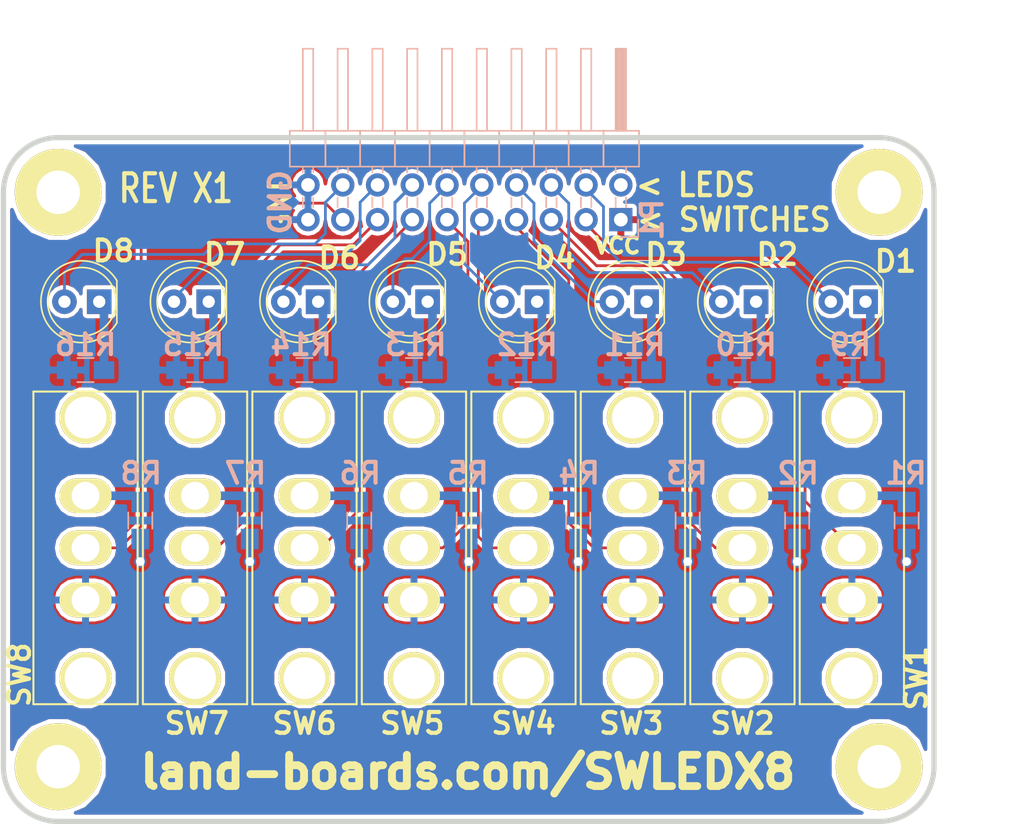
<source format=kicad_pcb>
(kicad_pcb (version 4) (host pcbnew "(after 2015-mar-04 BZR unknown)-product")

  (general
    (links 57)
    (no_connects 0)
    (area 3.796457 0.4948 89.382002 60.190501)
    (thickness 1.6002)
    (drawings 17)
    (tracks 140)
    (zones 0)
    (modules 37)
    (nets 35)
  )

  (page A)
  (title_block
    (date "28 mar 2015")
    (rev X1)
  )

  (layers
    (0 Front signal)
    (31 Back signal)
    (36 B.SilkS user)
    (37 F.SilkS user)
    (38 B.Mask user)
    (39 F.Mask user)
    (40 Dwgs.User user)
    (44 Edge.Cuts user)
  )

  (setup
    (last_trace_width 0.2032)
    (user_trace_width 0.254)
    (user_trace_width 0.635)
    (trace_clearance 0.254)
    (zone_clearance 0.3048)
    (zone_45_only no)
    (trace_min 0.2032)
    (segment_width 0.381)
    (edge_width 0.381)
    (via_size 0.889)
    (via_drill 0.635)
    (via_min_size 0.889)
    (via_min_drill 0.508)
    (uvia_size 0.508)
    (uvia_drill 0.127)
    (uvias_allowed no)
    (uvia_min_size 0.508)
    (uvia_min_drill 0.127)
    (pcb_text_width 0.3048)
    (pcb_text_size 1.524 2.032)
    (mod_edge_width 0.381)
    (mod_text_size 1.524 1.524)
    (mod_text_width 0.3048)
    (pad_size 6.35 6.35)
    (pad_drill 3.175)
    (pad_to_mask_clearance 0.1524)
    (aux_axis_origin 0 0)
    (visible_elements 7FFFFF7F)
    (pcbplotparams
      (layerselection 0x010f0_80000001)
      (usegerberextensions false)
      (excludeedgelayer true)
      (linewidth 0.150000)
      (plotframeref false)
      (viasonmask false)
      (mode 1)
      (useauxorigin false)
      (hpglpennumber 1)
      (hpglpenspeed 20)
      (hpglpendiameter 15)
      (hpglpenoverlay 0)
      (psnegative false)
      (psa4output false)
      (plotreference true)
      (plotvalue false)
      (plotinvisibletext false)
      (padsonsilk false)
      (subtractmaskfromsilk false)
      (outputformat 1)
      (mirror false)
      (drillshape 0)
      (scaleselection 1)
      (outputdirectory plots/))
  )

  (net 0 "")
  (net 1 GND)
  (net 2 VCC)
  (net 3 "Net-(R1-Pad1)")
  (net 4 "Net-(R2-Pad1)")
  (net 5 "Net-(R3-Pad1)")
  (net 6 "Net-(R4-Pad1)")
  (net 7 "Net-(R5-Pad1)")
  (net 8 "Net-(R6-Pad1)")
  (net 9 "Net-(R7-Pad1)")
  (net 10 "Net-(R8-Pad1)")
  (net 11 "Net-(D1-Pad1)")
  (net 12 "Net-(D2-Pad1)")
  (net 13 "Net-(D3-Pad1)")
  (net 14 "Net-(D4-Pad1)")
  (net 15 "Net-(D5-Pad1)")
  (net 16 "Net-(D6-Pad1)")
  (net 17 "Net-(D7-Pad1)")
  (net 18 "Net-(D8-Pad1)")
  (net 19 /L0)
  (net 20 /L1)
  (net 21 /L2)
  (net 22 /L3)
  (net 23 /L4)
  (net 24 /L5)
  (net 25 /L6)
  (net 26 /L7)
  (net 27 /S0)
  (net 28 /S1)
  (net 29 /S2)
  (net 30 /S3)
  (net 31 /S4)
  (net 32 /S5)
  (net 33 /S6)
  (net 34 /S7)

  (net_class Default "This is the default net class."
    (clearance 0.254)
    (trace_width 0.2032)
    (via_dia 0.889)
    (via_drill 0.635)
    (uvia_dia 0.508)
    (uvia_drill 0.127)
    (add_net /L0)
    (add_net /L1)
    (add_net /L2)
    (add_net /L3)
    (add_net /L4)
    (add_net /L5)
    (add_net /L6)
    (add_net /L7)
    (add_net /S0)
    (add_net /S1)
    (add_net /S2)
    (add_net /S3)
    (add_net /S4)
    (add_net /S5)
    (add_net /S6)
    (add_net /S7)
    (add_net GND)
    (add_net "Net-(D1-Pad1)")
    (add_net "Net-(D2-Pad1)")
    (add_net "Net-(D3-Pad1)")
    (add_net "Net-(D4-Pad1)")
    (add_net "Net-(D5-Pad1)")
    (add_net "Net-(D6-Pad1)")
    (add_net "Net-(D7-Pad1)")
    (add_net "Net-(D8-Pad1)")
    (add_net "Net-(R1-Pad1)")
    (add_net "Net-(R2-Pad1)")
    (add_net "Net-(R3-Pad1)")
    (add_net "Net-(R4-Pad1)")
    (add_net "Net-(R5-Pad1)")
    (add_net "Net-(R6-Pad1)")
    (add_net "Net-(R7-Pad1)")
    (add_net "Net-(R8-Pad1)")
    (add_net VCC)
  )

  (net_class POWER ""
    (clearance 0.254)
    (trace_width 0.635)
    (via_dia 0.889)
    (via_drill 0.635)
    (uvia_dia 0.508)
    (uvia_drill 0.127)
  )

  (module Resistors_SMD:R_0805_HandSoldering (layer Back) (tedit 5909DC00) (tstamp 5908D909)
    (at 76 38 270)
    (descr "Resistor SMD 0805, hand soldering")
    (tags "resistor 0805")
    (path /5908EEA7)
    (attr smd)
    (fp_text reference R1 (at -3.456 0.054 360) (layer B.SilkS)
      (effects (font (thickness 0.3048)) (justify mirror))
    )
    (fp_text value R (at 0 -1.75 270) (layer F.SilkS) hide
      (effects (font (size 1 1) (thickness 0.15)))
    )
    (fp_text user %R (at 0 0 270) (layer B.Fab)
      (effects (font (size 0.5 0.5) (thickness 0.075)) (justify mirror))
    )
    (fp_line (start -1 -0.62) (end -1 0.62) (layer B.Fab) (width 0.1))
    (fp_line (start 1 -0.62) (end -1 -0.62) (layer B.Fab) (width 0.1))
    (fp_line (start 1 0.62) (end 1 -0.62) (layer B.Fab) (width 0.1))
    (fp_line (start -1 0.62) (end 1 0.62) (layer B.Fab) (width 0.1))
    (fp_line (start 0.6 -0.88) (end -0.6 -0.88) (layer B.SilkS) (width 0.12))
    (fp_line (start -0.6 0.88) (end 0.6 0.88) (layer B.SilkS) (width 0.12))
    (fp_line (start -2.35 0.9) (end 2.35 0.9) (layer B.CrtYd) (width 0.05))
    (fp_line (start -2.35 0.9) (end -2.35 -0.9) (layer B.CrtYd) (width 0.05))
    (fp_line (start 2.35 -0.9) (end 2.35 0.9) (layer B.CrtYd) (width 0.05))
    (fp_line (start 2.35 -0.9) (end -2.35 -0.9) (layer B.CrtYd) (width 0.05))
    (pad 1 smd rect (at -1.35 0 270) (size 1.5 1.3) (layers Back B.Mask)
      (net 3 "Net-(R1-Pad1)"))
    (pad 2 smd rect (at 1.35 0 270) (size 1.5 1.3) (layers Back B.Mask)
      (net 2 VCC))
    (model ${KISYS3DMOD}/Resistors_SMD.3dshapes/R_0805.wrl
      (at (xyz 0 0 0))
      (scale (xyz 1 1 1))
      (rotate (xyz 0 0 0))
    )
  )

  (module Resistors_SMD:R_0805_HandSoldering (layer Back) (tedit 5909DBFB) (tstamp 5908D91A)
    (at 68 38 270)
    (descr "Resistor SMD 0805, hand soldering")
    (tags "resistor 0805")
    (path /5908EEA0)
    (attr smd)
    (fp_text reference R2 (at -3.456 -0.072 360) (layer B.SilkS)
      (effects (font (thickness 0.3048)) (justify mirror))
    )
    (fp_text value R (at 0 -1.75 270) (layer F.SilkS) hide
      (effects (font (size 1 1) (thickness 0.15)))
    )
    (fp_text user %R (at 0 0 270) (layer B.Fab)
      (effects (font (size 0.5 0.5) (thickness 0.075)) (justify mirror))
    )
    (fp_line (start -1 -0.62) (end -1 0.62) (layer B.Fab) (width 0.1))
    (fp_line (start 1 -0.62) (end -1 -0.62) (layer B.Fab) (width 0.1))
    (fp_line (start 1 0.62) (end 1 -0.62) (layer B.Fab) (width 0.1))
    (fp_line (start -1 0.62) (end 1 0.62) (layer B.Fab) (width 0.1))
    (fp_line (start 0.6 -0.88) (end -0.6 -0.88) (layer B.SilkS) (width 0.12))
    (fp_line (start -0.6 0.88) (end 0.6 0.88) (layer B.SilkS) (width 0.12))
    (fp_line (start -2.35 0.9) (end 2.35 0.9) (layer B.CrtYd) (width 0.05))
    (fp_line (start -2.35 0.9) (end -2.35 -0.9) (layer B.CrtYd) (width 0.05))
    (fp_line (start 2.35 -0.9) (end 2.35 0.9) (layer B.CrtYd) (width 0.05))
    (fp_line (start 2.35 -0.9) (end -2.35 -0.9) (layer B.CrtYd) (width 0.05))
    (pad 1 smd rect (at -1.35 0 270) (size 1.5 1.3) (layers Back B.Mask)
      (net 4 "Net-(R2-Pad1)"))
    (pad 2 smd rect (at 1.35 0 270) (size 1.5 1.3) (layers Back B.Mask)
      (net 2 VCC))
    (model ${KISYS3DMOD}/Resistors_SMD.3dshapes/R_0805.wrl
      (at (xyz 0 0 0))
      (scale (xyz 1 1 1))
      (rotate (xyz 0 0 0))
    )
  )

  (module Resistors_SMD:R_0805_HandSoldering (layer Back) (tedit 5909DBF5) (tstamp 5908D92B)
    (at 60 38 270)
    (descr "Resistor SMD 0805, hand soldering")
    (tags "resistor 0805")
    (path /5908EE99)
    (attr smd)
    (fp_text reference R3 (at -3.456 0.056 360) (layer B.SilkS)
      (effects (font (thickness 0.3048)) (justify mirror))
    )
    (fp_text value R (at 0 -1.75 270) (layer F.SilkS) hide
      (effects (font (size 1 1) (thickness 0.15)))
    )
    (fp_text user %R (at 0 0 270) (layer B.Fab)
      (effects (font (size 0.5 0.5) (thickness 0.075)) (justify mirror))
    )
    (fp_line (start -1 -0.62) (end -1 0.62) (layer B.Fab) (width 0.1))
    (fp_line (start 1 -0.62) (end -1 -0.62) (layer B.Fab) (width 0.1))
    (fp_line (start 1 0.62) (end 1 -0.62) (layer B.Fab) (width 0.1))
    (fp_line (start -1 0.62) (end 1 0.62) (layer B.Fab) (width 0.1))
    (fp_line (start 0.6 -0.88) (end -0.6 -0.88) (layer B.SilkS) (width 0.12))
    (fp_line (start -0.6 0.88) (end 0.6 0.88) (layer B.SilkS) (width 0.12))
    (fp_line (start -2.35 0.9) (end 2.35 0.9) (layer B.CrtYd) (width 0.05))
    (fp_line (start -2.35 0.9) (end -2.35 -0.9) (layer B.CrtYd) (width 0.05))
    (fp_line (start 2.35 -0.9) (end 2.35 0.9) (layer B.CrtYd) (width 0.05))
    (fp_line (start 2.35 -0.9) (end -2.35 -0.9) (layer B.CrtYd) (width 0.05))
    (pad 1 smd rect (at -1.35 0 270) (size 1.5 1.3) (layers Back B.Mask)
      (net 5 "Net-(R3-Pad1)"))
    (pad 2 smd rect (at 1.35 0 270) (size 1.5 1.3) (layers Back B.Mask)
      (net 2 VCC))
    (model ${KISYS3DMOD}/Resistors_SMD.3dshapes/R_0805.wrl
      (at (xyz 0 0 0))
      (scale (xyz 1 1 1))
      (rotate (xyz 0 0 0))
    )
  )

  (module Resistors_SMD:R_0805_HandSoldering (layer Back) (tedit 5909DBEF) (tstamp 5908D93C)
    (at 52 38 270)
    (descr "Resistor SMD 0805, hand soldering")
    (tags "resistor 0805")
    (path /5908EE92)
    (attr smd)
    (fp_text reference R4 (at -3.456 -0.07 360) (layer B.SilkS)
      (effects (font (thickness 0.3048)) (justify mirror))
    )
    (fp_text value R (at 0 -1.75 270) (layer F.SilkS) hide
      (effects (font (size 1 1) (thickness 0.15)))
    )
    (fp_text user %R (at 0 0 270) (layer B.Fab)
      (effects (font (size 0.5 0.5) (thickness 0.075)) (justify mirror))
    )
    (fp_line (start -1 -0.62) (end -1 0.62) (layer B.Fab) (width 0.1))
    (fp_line (start 1 -0.62) (end -1 -0.62) (layer B.Fab) (width 0.1))
    (fp_line (start 1 0.62) (end 1 -0.62) (layer B.Fab) (width 0.1))
    (fp_line (start -1 0.62) (end 1 0.62) (layer B.Fab) (width 0.1))
    (fp_line (start 0.6 -0.88) (end -0.6 -0.88) (layer B.SilkS) (width 0.12))
    (fp_line (start -0.6 0.88) (end 0.6 0.88) (layer B.SilkS) (width 0.12))
    (fp_line (start -2.35 0.9) (end 2.35 0.9) (layer B.CrtYd) (width 0.05))
    (fp_line (start -2.35 0.9) (end -2.35 -0.9) (layer B.CrtYd) (width 0.05))
    (fp_line (start 2.35 -0.9) (end 2.35 0.9) (layer B.CrtYd) (width 0.05))
    (fp_line (start 2.35 -0.9) (end -2.35 -0.9) (layer B.CrtYd) (width 0.05))
    (pad 1 smd rect (at -1.35 0 270) (size 1.5 1.3) (layers Back B.Mask)
      (net 6 "Net-(R4-Pad1)"))
    (pad 2 smd rect (at 1.35 0 270) (size 1.5 1.3) (layers Back B.Mask)
      (net 2 VCC))
    (model ${KISYS3DMOD}/Resistors_SMD.3dshapes/R_0805.wrl
      (at (xyz 0 0 0))
      (scale (xyz 1 1 1))
      (rotate (xyz 0 0 0))
    )
  )

  (module Resistors_SMD:R_0805_HandSoldering (layer Back) (tedit 5909DBEA) (tstamp 5908D94D)
    (at 44 38 270)
    (descr "Resistor SMD 0805, hand soldering")
    (tags "resistor 0805")
    (path /5908EB8B)
    (attr smd)
    (fp_text reference R5 (at -3.456 0.058 360) (layer B.SilkS)
      (effects (font (thickness 0.3048)) (justify mirror))
    )
    (fp_text value R (at 0 -1.75 270) (layer F.SilkS) hide
      (effects (font (size 1 1) (thickness 0.15)))
    )
    (fp_text user %R (at 0 0 270) (layer B.Fab)
      (effects (font (size 0.5 0.5) (thickness 0.075)) (justify mirror))
    )
    (fp_line (start -1 -0.62) (end -1 0.62) (layer B.Fab) (width 0.1))
    (fp_line (start 1 -0.62) (end -1 -0.62) (layer B.Fab) (width 0.1))
    (fp_line (start 1 0.62) (end 1 -0.62) (layer B.Fab) (width 0.1))
    (fp_line (start -1 0.62) (end 1 0.62) (layer B.Fab) (width 0.1))
    (fp_line (start 0.6 -0.88) (end -0.6 -0.88) (layer B.SilkS) (width 0.12))
    (fp_line (start -0.6 0.88) (end 0.6 0.88) (layer B.SilkS) (width 0.12))
    (fp_line (start -2.35 0.9) (end 2.35 0.9) (layer B.CrtYd) (width 0.05))
    (fp_line (start -2.35 0.9) (end -2.35 -0.9) (layer B.CrtYd) (width 0.05))
    (fp_line (start 2.35 -0.9) (end 2.35 0.9) (layer B.CrtYd) (width 0.05))
    (fp_line (start 2.35 -0.9) (end -2.35 -0.9) (layer B.CrtYd) (width 0.05))
    (pad 1 smd rect (at -1.35 0 270) (size 1.5 1.3) (layers Back B.Mask)
      (net 7 "Net-(R5-Pad1)"))
    (pad 2 smd rect (at 1.35 0 270) (size 1.5 1.3) (layers Back B.Mask)
      (net 2 VCC))
    (model ${KISYS3DMOD}/Resistors_SMD.3dshapes/R_0805.wrl
      (at (xyz 0 0 0))
      (scale (xyz 1 1 1))
      (rotate (xyz 0 0 0))
    )
  )

  (module Resistors_SMD:R_0805_HandSoldering (layer Back) (tedit 5909DBE4) (tstamp 5908D95E)
    (at 36 38 270)
    (descr "Resistor SMD 0805, hand soldering")
    (tags "resistor 0805")
    (path /5908EB84)
    (attr smd)
    (fp_text reference R6 (at -3.456 -0.068 360) (layer B.SilkS)
      (effects (font (thickness 0.3048)) (justify mirror))
    )
    (fp_text value R (at 0 -1.75 270) (layer F.SilkS) hide
      (effects (font (size 1 1) (thickness 0.15)))
    )
    (fp_text user %R (at 0 0 270) (layer B.Fab)
      (effects (font (size 0.5 0.5) (thickness 0.075)) (justify mirror))
    )
    (fp_line (start -1 -0.62) (end -1 0.62) (layer B.Fab) (width 0.1))
    (fp_line (start 1 -0.62) (end -1 -0.62) (layer B.Fab) (width 0.1))
    (fp_line (start 1 0.62) (end 1 -0.62) (layer B.Fab) (width 0.1))
    (fp_line (start -1 0.62) (end 1 0.62) (layer B.Fab) (width 0.1))
    (fp_line (start 0.6 -0.88) (end -0.6 -0.88) (layer B.SilkS) (width 0.12))
    (fp_line (start -0.6 0.88) (end 0.6 0.88) (layer B.SilkS) (width 0.12))
    (fp_line (start -2.35 0.9) (end 2.35 0.9) (layer B.CrtYd) (width 0.05))
    (fp_line (start -2.35 0.9) (end -2.35 -0.9) (layer B.CrtYd) (width 0.05))
    (fp_line (start 2.35 -0.9) (end 2.35 0.9) (layer B.CrtYd) (width 0.05))
    (fp_line (start 2.35 -0.9) (end -2.35 -0.9) (layer B.CrtYd) (width 0.05))
    (pad 1 smd rect (at -1.35 0 270) (size 1.5 1.3) (layers Back B.Mask)
      (net 8 "Net-(R6-Pad1)"))
    (pad 2 smd rect (at 1.35 0 270) (size 1.5 1.3) (layers Back B.Mask)
      (net 2 VCC))
    (model ${KISYS3DMOD}/Resistors_SMD.3dshapes/R_0805.wrl
      (at (xyz 0 0 0))
      (scale (xyz 1 1 1))
      (rotate (xyz 0 0 0))
    )
  )

  (module Resistors_SMD:R_0805_HandSoldering (layer Back) (tedit 5909DBB0) (tstamp 5908D96F)
    (at 28 38 270)
    (descr "Resistor SMD 0805, hand soldering")
    (tags "resistor 0805")
    (path /5908E939)
    (attr smd)
    (fp_text reference R7 (at -3.456 0.314 360) (layer B.SilkS)
      (effects (font (thickness 0.3048)) (justify mirror))
    )
    (fp_text value R (at 0 -1.75 270) (layer F.SilkS) hide
      (effects (font (size 1 1) (thickness 0.15)))
    )
    (fp_text user %R (at 0 0 270) (layer B.Fab)
      (effects (font (size 0.5 0.5) (thickness 0.075)) (justify mirror))
    )
    (fp_line (start -1 -0.62) (end -1 0.62) (layer B.Fab) (width 0.1))
    (fp_line (start 1 -0.62) (end -1 -0.62) (layer B.Fab) (width 0.1))
    (fp_line (start 1 0.62) (end 1 -0.62) (layer B.Fab) (width 0.1))
    (fp_line (start -1 0.62) (end 1 0.62) (layer B.Fab) (width 0.1))
    (fp_line (start 0.6 -0.88) (end -0.6 -0.88) (layer B.SilkS) (width 0.12))
    (fp_line (start -0.6 0.88) (end 0.6 0.88) (layer B.SilkS) (width 0.12))
    (fp_line (start -2.35 0.9) (end 2.35 0.9) (layer B.CrtYd) (width 0.05))
    (fp_line (start -2.35 0.9) (end -2.35 -0.9) (layer B.CrtYd) (width 0.05))
    (fp_line (start 2.35 -0.9) (end 2.35 0.9) (layer B.CrtYd) (width 0.05))
    (fp_line (start 2.35 -0.9) (end -2.35 -0.9) (layer B.CrtYd) (width 0.05))
    (pad 1 smd rect (at -1.35 0 270) (size 1.5 1.3) (layers Back B.Mask)
      (net 9 "Net-(R7-Pad1)"))
    (pad 2 smd rect (at 1.35 0 270) (size 1.5 1.3) (layers Back B.Mask)
      (net 2 VCC))
    (model ${KISYS3DMOD}/Resistors_SMD.3dshapes/R_0805.wrl
      (at (xyz 0 0 0))
      (scale (xyz 1 1 1))
      (rotate (xyz 0 0 0))
    )
  )

  (module Resistors_SMD:R_0805_HandSoldering (layer Back) (tedit 5909DBA8) (tstamp 5908D980)
    (at 20 38 270)
    (descr "Resistor SMD 0805, hand soldering")
    (tags "resistor 0805")
    (path /5908E66A)
    (attr smd)
    (fp_text reference R8 (at -3.456 -0.066 360) (layer B.SilkS)
      (effects (font (thickness 0.3048)) (justify mirror))
    )
    (fp_text value R (at 0 -1.75 270) (layer F.SilkS) hide
      (effects (font (size 1 1) (thickness 0.15)))
    )
    (fp_text user %R (at 0 0 270) (layer B.Fab)
      (effects (font (size 0.5 0.5) (thickness 0.075)) (justify mirror))
    )
    (fp_line (start -1 -0.62) (end -1 0.62) (layer B.Fab) (width 0.1))
    (fp_line (start 1 -0.62) (end -1 -0.62) (layer B.Fab) (width 0.1))
    (fp_line (start 1 0.62) (end 1 -0.62) (layer B.Fab) (width 0.1))
    (fp_line (start -1 0.62) (end 1 0.62) (layer B.Fab) (width 0.1))
    (fp_line (start 0.6 -0.88) (end -0.6 -0.88) (layer B.SilkS) (width 0.12))
    (fp_line (start -0.6 0.88) (end 0.6 0.88) (layer B.SilkS) (width 0.12))
    (fp_line (start -2.35 0.9) (end 2.35 0.9) (layer B.CrtYd) (width 0.05))
    (fp_line (start -2.35 0.9) (end -2.35 -0.9) (layer B.CrtYd) (width 0.05))
    (fp_line (start 2.35 -0.9) (end 2.35 0.9) (layer B.CrtYd) (width 0.05))
    (fp_line (start 2.35 -0.9) (end -2.35 -0.9) (layer B.CrtYd) (width 0.05))
    (pad 1 smd rect (at -1.35 0 270) (size 1.5 1.3) (layers Back B.Mask)
      (net 10 "Net-(R8-Pad1)"))
    (pad 2 smd rect (at 1.35 0 270) (size 1.5 1.3) (layers Back B.Mask)
      (net 2 VCC))
    (model ${KISYS3DMOD}/Resistors_SMD.3dshapes/R_0805.wrl
      (at (xyz 0 0 0))
      (scale (xyz 1 1 1))
      (rotate (xyz 0 0 0))
    )
  )

  (module DougsNewMods:SW-SPDT-SLIDE (layer Front) (tedit 5909DC10) (tstamp 5908D98D)
    (at 72 40 90)
    (path /5909161D)
    (fp_text reference SW1 (at -9.53 4.708 270) (layer F.SilkS)
      (effects (font (thickness 0.3048)))
    )
    (fp_text value Switch_SPDT_x2 (at 0 5.08 90) (layer F.SilkS) hide
      (effects (font (size 1 1) (thickness 0.15)))
    )
    (fp_line (start 11.43 -3.81) (end 11.43 3.81) (layer F.SilkS) (width 0.15))
    (fp_line (start -11.43 -3.81) (end -11.43 3.81) (layer F.SilkS) (width 0.15))
    (fp_line (start 11.43 3.81) (end -11.43 3.81) (layer F.SilkS) (width 0.15))
    (fp_line (start -11.43 -3.81) (end 11.43 -3.81) (layer F.SilkS) (width 0.15))
    (pad 1 thru_hole oval (at -3.81 0 90) (size 2.54 3.81) (drill 2.032) (layers *.Cu *.Mask F.SilkS)
      (net 1 GND))
    (pad 2 thru_hole oval (at 0 0 90) (size 2.54 3.81) (drill 2.032) (layers *.Cu *.Mask F.SilkS)
      (net 27 /S0))
    (pad 3 thru_hole oval (at 3.81 0 90) (size 2.54 3.81) (drill 2.032) (layers *.Cu *.Mask F.SilkS)
      (net 3 "Net-(R1-Pad1)"))
    (pad "" thru_hole circle (at -9.525 0 90) (size 3.81 3.81) (drill 3.048) (layers *.Cu *.Mask F.SilkS))
    (pad "" thru_hole circle (at 9.525 0 90) (size 3.81 3.81) (drill 3.048) (layers *.Cu *.Mask F.SilkS))
  )

  (module DougsNewMods:SW-SPDT-SLIDE (layer Front) (tedit 5909DB01) (tstamp 5908D99A)
    (at 64 40 90)
    (path /59091617)
    (fp_text reference SW2 (at -12.832 0.008 180) (layer F.SilkS)
      (effects (font (thickness 0.3048)))
    )
    (fp_text value Switch_SPDT_x2 (at 0 5.08 90) (layer F.SilkS) hide
      (effects (font (size 1 1) (thickness 0.15)))
    )
    (fp_line (start 11.43 -3.81) (end 11.43 3.81) (layer F.SilkS) (width 0.15))
    (fp_line (start -11.43 -3.81) (end -11.43 3.81) (layer F.SilkS) (width 0.15))
    (fp_line (start 11.43 3.81) (end -11.43 3.81) (layer F.SilkS) (width 0.15))
    (fp_line (start -11.43 -3.81) (end 11.43 -3.81) (layer F.SilkS) (width 0.15))
    (pad 1 thru_hole oval (at -3.81 0 90) (size 2.54 3.81) (drill 2.032) (layers *.Cu *.Mask F.SilkS)
      (net 1 GND))
    (pad 2 thru_hole oval (at 0 0 90) (size 2.54 3.81) (drill 2.032) (layers *.Cu *.Mask F.SilkS)
      (net 28 /S1))
    (pad 3 thru_hole oval (at 3.81 0 90) (size 2.54 3.81) (drill 2.032) (layers *.Cu *.Mask F.SilkS)
      (net 4 "Net-(R2-Pad1)"))
    (pad "" thru_hole circle (at -9.525 0 90) (size 3.81 3.81) (drill 3.048) (layers *.Cu *.Mask F.SilkS))
    (pad "" thru_hole circle (at 9.525 0 90) (size 3.81 3.81) (drill 3.048) (layers *.Cu *.Mask F.SilkS))
  )

  (module DougsNewMods:SW-SPDT-SLIDE (layer Front) (tedit 5909DAFB) (tstamp 5908D9A7)
    (at 56 40 90)
    (path /59091611)
    (fp_text reference SW3 (at -12.832 -0.12 180) (layer F.SilkS)
      (effects (font (thickness 0.3048)))
    )
    (fp_text value Switch_SPDT_x2 (at 0 5.08 90) (layer F.SilkS) hide
      (effects (font (size 1 1) (thickness 0.15)))
    )
    (fp_line (start 11.43 -3.81) (end 11.43 3.81) (layer F.SilkS) (width 0.15))
    (fp_line (start -11.43 -3.81) (end -11.43 3.81) (layer F.SilkS) (width 0.15))
    (fp_line (start 11.43 3.81) (end -11.43 3.81) (layer F.SilkS) (width 0.15))
    (fp_line (start -11.43 -3.81) (end 11.43 -3.81) (layer F.SilkS) (width 0.15))
    (pad 1 thru_hole oval (at -3.81 0 90) (size 2.54 3.81) (drill 2.032) (layers *.Cu *.Mask F.SilkS)
      (net 1 GND))
    (pad 2 thru_hole oval (at 0 0 90) (size 2.54 3.81) (drill 2.032) (layers *.Cu *.Mask F.SilkS)
      (net 29 /S2))
    (pad 3 thru_hole oval (at 3.81 0 90) (size 2.54 3.81) (drill 2.032) (layers *.Cu *.Mask F.SilkS)
      (net 5 "Net-(R3-Pad1)"))
    (pad "" thru_hole circle (at -9.525 0 90) (size 3.81 3.81) (drill 3.048) (layers *.Cu *.Mask F.SilkS))
    (pad "" thru_hole circle (at 9.525 0 90) (size 3.81 3.81) (drill 3.048) (layers *.Cu *.Mask F.SilkS))
  )

  (module DougsNewMods:SW-SPDT-SLIDE (layer Front) (tedit 5909DADC) (tstamp 5908D9B4)
    (at 48 40 90)
    (path /5909160B)
    (fp_text reference SW4 (at -12.832 0.006 180) (layer F.SilkS)
      (effects (font (thickness 0.3048)))
    )
    (fp_text value Switch_SPDT_x2 (at 0 5.08 90) (layer F.SilkS) hide
      (effects (font (size 1 1) (thickness 0.15)))
    )
    (fp_line (start 11.43 -3.81) (end 11.43 3.81) (layer F.SilkS) (width 0.15))
    (fp_line (start -11.43 -3.81) (end -11.43 3.81) (layer F.SilkS) (width 0.15))
    (fp_line (start 11.43 3.81) (end -11.43 3.81) (layer F.SilkS) (width 0.15))
    (fp_line (start -11.43 -3.81) (end 11.43 -3.81) (layer F.SilkS) (width 0.15))
    (pad 1 thru_hole oval (at -3.81 0 90) (size 2.54 3.81) (drill 2.032) (layers *.Cu *.Mask F.SilkS)
      (net 1 GND))
    (pad 2 thru_hole oval (at 0 0 90) (size 2.54 3.81) (drill 2.032) (layers *.Cu *.Mask F.SilkS)
      (net 30 /S3))
    (pad 3 thru_hole oval (at 3.81 0 90) (size 2.54 3.81) (drill 2.032) (layers *.Cu *.Mask F.SilkS)
      (net 6 "Net-(R4-Pad1)"))
    (pad "" thru_hole circle (at -9.525 0 90) (size 3.81 3.81) (drill 3.048) (layers *.Cu *.Mask F.SilkS))
    (pad "" thru_hole circle (at 9.525 0 90) (size 3.81 3.81) (drill 3.048) (layers *.Cu *.Mask F.SilkS))
  )

  (module DougsNewMods:SW-SPDT-SLIDE (layer Front) (tedit 5909DAD3) (tstamp 5908D9C1)
    (at 40 40 90)
    (path /59091477)
    (fp_text reference SW5 (at -12.832 -0.122 180) (layer F.SilkS)
      (effects (font (thickness 0.3048)))
    )
    (fp_text value Switch_SPDT_x2 (at 0 5.08 90) (layer F.SilkS) hide
      (effects (font (size 1 1) (thickness 0.15)))
    )
    (fp_line (start 11.43 -3.81) (end 11.43 3.81) (layer F.SilkS) (width 0.15))
    (fp_line (start -11.43 -3.81) (end -11.43 3.81) (layer F.SilkS) (width 0.15))
    (fp_line (start 11.43 3.81) (end -11.43 3.81) (layer F.SilkS) (width 0.15))
    (fp_line (start -11.43 -3.81) (end 11.43 -3.81) (layer F.SilkS) (width 0.15))
    (pad 1 thru_hole oval (at -3.81 0 90) (size 2.54 3.81) (drill 2.032) (layers *.Cu *.Mask F.SilkS)
      (net 1 GND))
    (pad 2 thru_hole oval (at 0 0 90) (size 2.54 3.81) (drill 2.032) (layers *.Cu *.Mask F.SilkS)
      (net 31 /S4))
    (pad 3 thru_hole oval (at 3.81 0 90) (size 2.54 3.81) (drill 2.032) (layers *.Cu *.Mask F.SilkS)
      (net 7 "Net-(R5-Pad1)"))
    (pad "" thru_hole circle (at -9.525 0 90) (size 3.81 3.81) (drill 3.048) (layers *.Cu *.Mask F.SilkS))
    (pad "" thru_hole circle (at 9.525 0 90) (size 3.81 3.81) (drill 3.048) (layers *.Cu *.Mask F.SilkS))
  )

  (module DougsNewMods:SW-SPDT-SLIDE (layer Front) (tedit 5909DAE3) (tstamp 5908D9CE)
    (at 32 40 90)
    (path /59091471)
    (fp_text reference SW6 (at -12.832 0.004 180) (layer F.SilkS)
      (effects (font (thickness 0.3048)))
    )
    (fp_text value Switch_SPDT_x2 (at 0 5.08 90) (layer F.SilkS) hide
      (effects (font (size 1 1) (thickness 0.15)))
    )
    (fp_line (start 11.43 -3.81) (end 11.43 3.81) (layer F.SilkS) (width 0.15))
    (fp_line (start -11.43 -3.81) (end -11.43 3.81) (layer F.SilkS) (width 0.15))
    (fp_line (start 11.43 3.81) (end -11.43 3.81) (layer F.SilkS) (width 0.15))
    (fp_line (start -11.43 -3.81) (end 11.43 -3.81) (layer F.SilkS) (width 0.15))
    (pad 1 thru_hole oval (at -3.81 0 90) (size 2.54 3.81) (drill 2.032) (layers *.Cu *.Mask F.SilkS)
      (net 1 GND))
    (pad 2 thru_hole oval (at 0 0 90) (size 2.54 3.81) (drill 2.032) (layers *.Cu *.Mask F.SilkS)
      (net 32 /S5))
    (pad 3 thru_hole oval (at 3.81 0 90) (size 2.54 3.81) (drill 2.032) (layers *.Cu *.Mask F.SilkS)
      (net 8 "Net-(R6-Pad1)"))
    (pad "" thru_hole circle (at -9.525 0 90) (size 3.81 3.81) (drill 3.048) (layers *.Cu *.Mask F.SilkS))
    (pad "" thru_hole circle (at 9.525 0 90) (size 3.81 3.81) (drill 3.048) (layers *.Cu *.Mask F.SilkS))
  )

  (module DougsNewMods:SW-SPDT-SLIDE (layer Front) (tedit 5909DAE5) (tstamp 5908D9DB)
    (at 24 40 90)
    (path /590911F0)
    (fp_text reference SW7 (at -12.832 0.13 180) (layer F.SilkS)
      (effects (font (thickness 0.3048)))
    )
    (fp_text value Switch_SPDT_x2 (at 0 5.08 90) (layer F.SilkS) hide
      (effects (font (size 1 1) (thickness 0.15)))
    )
    (fp_line (start 11.43 -3.81) (end 11.43 3.81) (layer F.SilkS) (width 0.15))
    (fp_line (start -11.43 -3.81) (end -11.43 3.81) (layer F.SilkS) (width 0.15))
    (fp_line (start 11.43 3.81) (end -11.43 3.81) (layer F.SilkS) (width 0.15))
    (fp_line (start -11.43 -3.81) (end 11.43 -3.81) (layer F.SilkS) (width 0.15))
    (pad 1 thru_hole oval (at -3.81 0 90) (size 2.54 3.81) (drill 2.032) (layers *.Cu *.Mask F.SilkS)
      (net 1 GND))
    (pad 2 thru_hole oval (at 0 0 90) (size 2.54 3.81) (drill 2.032) (layers *.Cu *.Mask F.SilkS)
      (net 33 /S6))
    (pad 3 thru_hole oval (at 3.81 0 90) (size 2.54 3.81) (drill 2.032) (layers *.Cu *.Mask F.SilkS)
      (net 9 "Net-(R7-Pad1)"))
    (pad "" thru_hole circle (at -9.525 0 90) (size 3.81 3.81) (drill 3.048) (layers *.Cu *.Mask F.SilkS))
    (pad "" thru_hole circle (at 9.525 0 90) (size 3.81 3.81) (drill 3.048) (layers *.Cu *.Mask F.SilkS))
  )

  (module DougsNewMods:SW-SPDT-SLIDE (layer Front) (tedit 5909DC16) (tstamp 5908D9E8)
    (at 16 40 90)
    (path /5908DD61)
    (fp_text reference SW8 (at -9.276 -4.824 270) (layer F.SilkS)
      (effects (font (thickness 0.3048)))
    )
    (fp_text value Switch_SPDT_x2 (at 0 5.08 90) (layer F.SilkS) hide
      (effects (font (size 1 1) (thickness 0.15)))
    )
    (fp_line (start 11.43 -3.81) (end 11.43 3.81) (layer F.SilkS) (width 0.15))
    (fp_line (start -11.43 -3.81) (end -11.43 3.81) (layer F.SilkS) (width 0.15))
    (fp_line (start 11.43 3.81) (end -11.43 3.81) (layer F.SilkS) (width 0.15))
    (fp_line (start -11.43 -3.81) (end 11.43 -3.81) (layer F.SilkS) (width 0.15))
    (pad 1 thru_hole oval (at -3.81 0 90) (size 2.54 3.81) (drill 2.032) (layers *.Cu *.Mask F.SilkS)
      (net 1 GND))
    (pad 2 thru_hole oval (at 0 0 90) (size 2.54 3.81) (drill 2.032) (layers *.Cu *.Mask F.SilkS)
      (net 34 /S7))
    (pad 3 thru_hole oval (at 3.81 0 90) (size 2.54 3.81) (drill 2.032) (layers *.Cu *.Mask F.SilkS)
      (net 10 "Net-(R8-Pad1)"))
    (pad "" thru_hole circle (at -9.525 0 90) (size 3.81 3.81) (drill 3.048) (layers *.Cu *.Mask F.SilkS))
    (pad "" thru_hole circle (at 9.525 0 90) (size 3.81 3.81) (drill 3.048) (layers *.Cu *.Mask F.SilkS))
  )

  (module LEDs:LED_D5.0mm (layer Front) (tedit 5909DB33) (tstamp 5909D3DB)
    (at 73 22 180)
    (descr "LED, diameter 5.0mm, 2 pins, http://cdn-reichelt.de/documents/datenblatt/A500/LL-504BC2E-009.pdf")
    (tags "LED diameter 5.0mm 2 pins")
    (path /590A178E)
    (fp_text reference D1 (at -2.184 2.95 180) (layer F.SilkS)
      (effects (font (thickness 0.3048)))
    )
    (fp_text value LED-fixed (at 1.27 3.96 180) (layer F.SilkS) hide
      (effects (font (size 1 1) (thickness 0.15)))
    )
    (fp_arc (start 1.27 0) (end -1.23 -1.469694) (angle 299.1) (layer F.Fab) (width 0.1))
    (fp_arc (start 1.27 0) (end -1.29 -1.54483) (angle 148.9) (layer F.SilkS) (width 0.12))
    (fp_arc (start 1.27 0) (end -1.29 1.54483) (angle -148.9) (layer F.SilkS) (width 0.12))
    (fp_circle (center 1.27 0) (end 3.77 0) (layer F.Fab) (width 0.1))
    (fp_circle (center 1.27 0) (end 3.77 0) (layer F.SilkS) (width 0.12))
    (fp_line (start -1.23 -1.469694) (end -1.23 1.469694) (layer F.Fab) (width 0.1))
    (fp_line (start -1.29 -1.545) (end -1.29 1.545) (layer F.SilkS) (width 0.12))
    (fp_line (start -1.95 -3.25) (end -1.95 3.25) (layer F.CrtYd) (width 0.05))
    (fp_line (start -1.95 3.25) (end 4.5 3.25) (layer F.CrtYd) (width 0.05))
    (fp_line (start 4.5 3.25) (end 4.5 -3.25) (layer F.CrtYd) (width 0.05))
    (fp_line (start 4.5 -3.25) (end -1.95 -3.25) (layer F.CrtYd) (width 0.05))
    (pad 1 thru_hole rect (at 0 0 180) (size 1.8 1.8) (drill 0.9) (layers *.Cu *.Mask)
      (net 11 "Net-(D1-Pad1)"))
    (pad 2 thru_hole circle (at 2.54 0 180) (size 1.8 1.8) (drill 0.9) (layers *.Cu *.Mask)
      (net 19 /L0))
    (model LEDs.3dshapes/LED_D5.0mm.wrl
      (at (xyz 0 0 0))
      (scale (xyz 0.393701 0.393701 0.393701))
      (rotate (xyz 0 0 0))
    )
  )

  (module LEDs:LED_D5.0mm (layer Front) (tedit 5909DB30) (tstamp 5909D3EC)
    (at 65 22 180)
    (descr "LED, diameter 5.0mm, 2 pins, http://cdn-reichelt.de/documents/datenblatt/A500/LL-504BC2E-009.pdf")
    (tags "LED diameter 5.0mm 2 pins")
    (path /590A2225)
    (fp_text reference D2 (at -1.548 3.458 180) (layer F.SilkS)
      (effects (font (thickness 0.3048)))
    )
    (fp_text value LED-fixed (at 1.27 3.96 180) (layer F.SilkS) hide
      (effects (font (size 1 1) (thickness 0.15)))
    )
    (fp_arc (start 1.27 0) (end -1.23 -1.469694) (angle 299.1) (layer F.Fab) (width 0.1))
    (fp_arc (start 1.27 0) (end -1.29 -1.54483) (angle 148.9) (layer F.SilkS) (width 0.12))
    (fp_arc (start 1.27 0) (end -1.29 1.54483) (angle -148.9) (layer F.SilkS) (width 0.12))
    (fp_circle (center 1.27 0) (end 3.77 0) (layer F.Fab) (width 0.1))
    (fp_circle (center 1.27 0) (end 3.77 0) (layer F.SilkS) (width 0.12))
    (fp_line (start -1.23 -1.469694) (end -1.23 1.469694) (layer F.Fab) (width 0.1))
    (fp_line (start -1.29 -1.545) (end -1.29 1.545) (layer F.SilkS) (width 0.12))
    (fp_line (start -1.95 -3.25) (end -1.95 3.25) (layer F.CrtYd) (width 0.05))
    (fp_line (start -1.95 3.25) (end 4.5 3.25) (layer F.CrtYd) (width 0.05))
    (fp_line (start 4.5 3.25) (end 4.5 -3.25) (layer F.CrtYd) (width 0.05))
    (fp_line (start 4.5 -3.25) (end -1.95 -3.25) (layer F.CrtYd) (width 0.05))
    (pad 1 thru_hole rect (at 0 0 180) (size 1.8 1.8) (drill 0.9) (layers *.Cu *.Mask)
      (net 12 "Net-(D2-Pad1)"))
    (pad 2 thru_hole circle (at 2.54 0 180) (size 1.8 1.8) (drill 0.9) (layers *.Cu *.Mask)
      (net 20 /L1))
    (model LEDs.3dshapes/LED_D5.0mm.wrl
      (at (xyz 0 0 0))
      (scale (xyz 0.393701 0.393701 0.393701))
      (rotate (xyz 0 0 0))
    )
  )

  (module LEDs:LED_D5.0mm (layer Front) (tedit 5909DB2D) (tstamp 5909D3FD)
    (at 57 22 180)
    (descr "LED, diameter 5.0mm, 2 pins, http://cdn-reichelt.de/documents/datenblatt/A500/LL-504BC2E-009.pdf")
    (tags "LED diameter 5.0mm 2 pins")
    (path /590A2450)
    (fp_text reference D3 (at -1.42 3.458 180) (layer F.SilkS)
      (effects (font (thickness 0.3048)))
    )
    (fp_text value LED-fixed (at 1.27 3.96 180) (layer F.SilkS) hide
      (effects (font (size 1 1) (thickness 0.15)))
    )
    (fp_arc (start 1.27 0) (end -1.23 -1.469694) (angle 299.1) (layer F.Fab) (width 0.1))
    (fp_arc (start 1.27 0) (end -1.29 -1.54483) (angle 148.9) (layer F.SilkS) (width 0.12))
    (fp_arc (start 1.27 0) (end -1.29 1.54483) (angle -148.9) (layer F.SilkS) (width 0.12))
    (fp_circle (center 1.27 0) (end 3.77 0) (layer F.Fab) (width 0.1))
    (fp_circle (center 1.27 0) (end 3.77 0) (layer F.SilkS) (width 0.12))
    (fp_line (start -1.23 -1.469694) (end -1.23 1.469694) (layer F.Fab) (width 0.1))
    (fp_line (start -1.29 -1.545) (end -1.29 1.545) (layer F.SilkS) (width 0.12))
    (fp_line (start -1.95 -3.25) (end -1.95 3.25) (layer F.CrtYd) (width 0.05))
    (fp_line (start -1.95 3.25) (end 4.5 3.25) (layer F.CrtYd) (width 0.05))
    (fp_line (start 4.5 3.25) (end 4.5 -3.25) (layer F.CrtYd) (width 0.05))
    (fp_line (start 4.5 -3.25) (end -1.95 -3.25) (layer F.CrtYd) (width 0.05))
    (pad 1 thru_hole rect (at 0 0 180) (size 1.8 1.8) (drill 0.9) (layers *.Cu *.Mask)
      (net 13 "Net-(D3-Pad1)"))
    (pad 2 thru_hole circle (at 2.54 0 180) (size 1.8 1.8) (drill 0.9) (layers *.Cu *.Mask)
      (net 21 /L2))
    (model LEDs.3dshapes/LED_D5.0mm.wrl
      (at (xyz 0 0 0))
      (scale (xyz 0.393701 0.393701 0.393701))
      (rotate (xyz 0 0 0))
    )
  )

  (module LEDs:LED_D5.0mm (layer Front) (tedit 5909DB2A) (tstamp 5909D40E)
    (at 49 22 180)
    (descr "LED, diameter 5.0mm, 2 pins, http://cdn-reichelt.de/documents/datenblatt/A500/LL-504BC2E-009.pdf")
    (tags "LED diameter 5.0mm 2 pins")
    (path /590A24B0)
    (fp_text reference D4 (at -1.292 3.204 180) (layer F.SilkS)
      (effects (font (thickness 0.3048)))
    )
    (fp_text value LED-fixed (at 1.27 3.96 180) (layer F.SilkS) hide
      (effects (font (size 1 1) (thickness 0.15)))
    )
    (fp_arc (start 1.27 0) (end -1.23 -1.469694) (angle 299.1) (layer F.Fab) (width 0.1))
    (fp_arc (start 1.27 0) (end -1.29 -1.54483) (angle 148.9) (layer F.SilkS) (width 0.12))
    (fp_arc (start 1.27 0) (end -1.29 1.54483) (angle -148.9) (layer F.SilkS) (width 0.12))
    (fp_circle (center 1.27 0) (end 3.77 0) (layer F.Fab) (width 0.1))
    (fp_circle (center 1.27 0) (end 3.77 0) (layer F.SilkS) (width 0.12))
    (fp_line (start -1.23 -1.469694) (end -1.23 1.469694) (layer F.Fab) (width 0.1))
    (fp_line (start -1.29 -1.545) (end -1.29 1.545) (layer F.SilkS) (width 0.12))
    (fp_line (start -1.95 -3.25) (end -1.95 3.25) (layer F.CrtYd) (width 0.05))
    (fp_line (start -1.95 3.25) (end 4.5 3.25) (layer F.CrtYd) (width 0.05))
    (fp_line (start 4.5 3.25) (end 4.5 -3.25) (layer F.CrtYd) (width 0.05))
    (fp_line (start 4.5 -3.25) (end -1.95 -3.25) (layer F.CrtYd) (width 0.05))
    (pad 1 thru_hole rect (at 0 0 180) (size 1.8 1.8) (drill 0.9) (layers *.Cu *.Mask)
      (net 14 "Net-(D4-Pad1)"))
    (pad 2 thru_hole circle (at 2.54 0 180) (size 1.8 1.8) (drill 0.9) (layers *.Cu *.Mask)
      (net 22 /L3))
    (model LEDs.3dshapes/LED_D5.0mm.wrl
      (at (xyz 0 0 0))
      (scale (xyz 0.393701 0.393701 0.393701))
      (rotate (xyz 0 0 0))
    )
  )

  (module LEDs:LED_D5.0mm (layer Front) (tedit 5909DB26) (tstamp 5909D41F)
    (at 41 22 180)
    (descr "LED, diameter 5.0mm, 2 pins, http://cdn-reichelt.de/documents/datenblatt/A500/LL-504BC2E-009.pdf")
    (tags "LED diameter 5.0mm 2 pins")
    (path /590A271E)
    (fp_text reference D5 (at -1.418 3.458 180) (layer F.SilkS)
      (effects (font (thickness 0.3048)))
    )
    (fp_text value LED-fixed (at 1.27 3.96 180) (layer F.SilkS) hide
      (effects (font (size 1 1) (thickness 0.15)))
    )
    (fp_arc (start 1.27 0) (end -1.23 -1.469694) (angle 299.1) (layer F.Fab) (width 0.1))
    (fp_arc (start 1.27 0) (end -1.29 -1.54483) (angle 148.9) (layer F.SilkS) (width 0.12))
    (fp_arc (start 1.27 0) (end -1.29 1.54483) (angle -148.9) (layer F.SilkS) (width 0.12))
    (fp_circle (center 1.27 0) (end 3.77 0) (layer F.Fab) (width 0.1))
    (fp_circle (center 1.27 0) (end 3.77 0) (layer F.SilkS) (width 0.12))
    (fp_line (start -1.23 -1.469694) (end -1.23 1.469694) (layer F.Fab) (width 0.1))
    (fp_line (start -1.29 -1.545) (end -1.29 1.545) (layer F.SilkS) (width 0.12))
    (fp_line (start -1.95 -3.25) (end -1.95 3.25) (layer F.CrtYd) (width 0.05))
    (fp_line (start -1.95 3.25) (end 4.5 3.25) (layer F.CrtYd) (width 0.05))
    (fp_line (start 4.5 3.25) (end 4.5 -3.25) (layer F.CrtYd) (width 0.05))
    (fp_line (start 4.5 -3.25) (end -1.95 -3.25) (layer F.CrtYd) (width 0.05))
    (pad 1 thru_hole rect (at 0 0 180) (size 1.8 1.8) (drill 0.9) (layers *.Cu *.Mask)
      (net 15 "Net-(D5-Pad1)"))
    (pad 2 thru_hole circle (at 2.54 0 180) (size 1.8 1.8) (drill 0.9) (layers *.Cu *.Mask)
      (net 23 /L4))
    (model LEDs.3dshapes/LED_D5.0mm.wrl
      (at (xyz 0 0 0))
      (scale (xyz 0.393701 0.393701 0.393701))
      (rotate (xyz 0 0 0))
    )
  )

  (module LEDs:LED_D5.0mm (layer Front) (tedit 5909DB23) (tstamp 5909D430)
    (at 33 22 180)
    (descr "LED, diameter 5.0mm, 2 pins, http://cdn-reichelt.de/documents/datenblatt/A500/LL-504BC2E-009.pdf")
    (tags "LED diameter 5.0mm 2 pins")
    (path /590A2782)
    (fp_text reference D6 (at -1.544 3.204 180) (layer F.SilkS)
      (effects (font (thickness 0.3048)))
    )
    (fp_text value LED-fixed (at 1.27 3.96 180) (layer F.SilkS) hide
      (effects (font (size 1 1) (thickness 0.15)))
    )
    (fp_arc (start 1.27 0) (end -1.23 -1.469694) (angle 299.1) (layer F.Fab) (width 0.1))
    (fp_arc (start 1.27 0) (end -1.29 -1.54483) (angle 148.9) (layer F.SilkS) (width 0.12))
    (fp_arc (start 1.27 0) (end -1.29 1.54483) (angle -148.9) (layer F.SilkS) (width 0.12))
    (fp_circle (center 1.27 0) (end 3.77 0) (layer F.Fab) (width 0.1))
    (fp_circle (center 1.27 0) (end 3.77 0) (layer F.SilkS) (width 0.12))
    (fp_line (start -1.23 -1.469694) (end -1.23 1.469694) (layer F.Fab) (width 0.1))
    (fp_line (start -1.29 -1.545) (end -1.29 1.545) (layer F.SilkS) (width 0.12))
    (fp_line (start -1.95 -3.25) (end -1.95 3.25) (layer F.CrtYd) (width 0.05))
    (fp_line (start -1.95 3.25) (end 4.5 3.25) (layer F.CrtYd) (width 0.05))
    (fp_line (start 4.5 3.25) (end 4.5 -3.25) (layer F.CrtYd) (width 0.05))
    (fp_line (start 4.5 -3.25) (end -1.95 -3.25) (layer F.CrtYd) (width 0.05))
    (pad 1 thru_hole rect (at 0 0 180) (size 1.8 1.8) (drill 0.9) (layers *.Cu *.Mask)
      (net 16 "Net-(D6-Pad1)"))
    (pad 2 thru_hole circle (at 2.54 0 180) (size 1.8 1.8) (drill 0.9) (layers *.Cu *.Mask)
      (net 24 /L5))
    (model LEDs.3dshapes/LED_D5.0mm.wrl
      (at (xyz 0 0 0))
      (scale (xyz 0.393701 0.393701 0.393701))
      (rotate (xyz 0 0 0))
    )
  )

  (module LEDs:LED_D5.0mm (layer Front) (tedit 5909DB1C) (tstamp 5909D441)
    (at 25 22 180)
    (descr "LED, diameter 5.0mm, 2 pins, http://cdn-reichelt.de/documents/datenblatt/A500/LL-504BC2E-009.pdf")
    (tags "LED diameter 5.0mm 2 pins")
    (path /590A298C)
    (fp_text reference D7 (at -1.162 3.458 180) (layer F.SilkS)
      (effects (font (thickness 0.3048)))
    )
    (fp_text value LED-fixed (at 1.27 3.96 180) (layer F.SilkS) hide
      (effects (font (size 1 1) (thickness 0.15)))
    )
    (fp_arc (start 1.27 0) (end -1.23 -1.469694) (angle 299.1) (layer F.Fab) (width 0.1))
    (fp_arc (start 1.27 0) (end -1.29 -1.54483) (angle 148.9) (layer F.SilkS) (width 0.12))
    (fp_arc (start 1.27 0) (end -1.29 1.54483) (angle -148.9) (layer F.SilkS) (width 0.12))
    (fp_circle (center 1.27 0) (end 3.77 0) (layer F.Fab) (width 0.1))
    (fp_circle (center 1.27 0) (end 3.77 0) (layer F.SilkS) (width 0.12))
    (fp_line (start -1.23 -1.469694) (end -1.23 1.469694) (layer F.Fab) (width 0.1))
    (fp_line (start -1.29 -1.545) (end -1.29 1.545) (layer F.SilkS) (width 0.12))
    (fp_line (start -1.95 -3.25) (end -1.95 3.25) (layer F.CrtYd) (width 0.05))
    (fp_line (start -1.95 3.25) (end 4.5 3.25) (layer F.CrtYd) (width 0.05))
    (fp_line (start 4.5 3.25) (end 4.5 -3.25) (layer F.CrtYd) (width 0.05))
    (fp_line (start 4.5 -3.25) (end -1.95 -3.25) (layer F.CrtYd) (width 0.05))
    (pad 1 thru_hole rect (at 0 0 180) (size 1.8 1.8) (drill 0.9) (layers *.Cu *.Mask)
      (net 17 "Net-(D7-Pad1)"))
    (pad 2 thru_hole circle (at 2.54 0 180) (size 1.8 1.8) (drill 0.9) (layers *.Cu *.Mask)
      (net 25 /L6))
    (model LEDs.3dshapes/LED_D5.0mm.wrl
      (at (xyz 0 0 0))
      (scale (xyz 0.393701 0.393701 0.393701))
      (rotate (xyz 0 0 0))
    )
  )

  (module LEDs:LED_D5.0mm (layer Front) (tedit 5909DB1E) (tstamp 5909D452)
    (at 17 22 180)
    (descr "LED, diameter 5.0mm, 2 pins, http://cdn-reichelt.de/documents/datenblatt/A500/LL-504BC2E-009.pdf")
    (tags "LED diameter 5.0mm 2 pins")
    (path /590A29F8)
    (fp_text reference D8 (at -1.034 3.712 180) (layer F.SilkS)
      (effects (font (thickness 0.3048)))
    )
    (fp_text value LED-fixed (at 1.27 3.96 180) (layer F.SilkS) hide
      (effects (font (size 1 1) (thickness 0.15)))
    )
    (fp_arc (start 1.27 0) (end -1.23 -1.469694) (angle 299.1) (layer F.Fab) (width 0.1))
    (fp_arc (start 1.27 0) (end -1.29 -1.54483) (angle 148.9) (layer F.SilkS) (width 0.12))
    (fp_arc (start 1.27 0) (end -1.29 1.54483) (angle -148.9) (layer F.SilkS) (width 0.12))
    (fp_circle (center 1.27 0) (end 3.77 0) (layer F.Fab) (width 0.1))
    (fp_circle (center 1.27 0) (end 3.77 0) (layer F.SilkS) (width 0.12))
    (fp_line (start -1.23 -1.469694) (end -1.23 1.469694) (layer F.Fab) (width 0.1))
    (fp_line (start -1.29 -1.545) (end -1.29 1.545) (layer F.SilkS) (width 0.12))
    (fp_line (start -1.95 -3.25) (end -1.95 3.25) (layer F.CrtYd) (width 0.05))
    (fp_line (start -1.95 3.25) (end 4.5 3.25) (layer F.CrtYd) (width 0.05))
    (fp_line (start 4.5 3.25) (end 4.5 -3.25) (layer F.CrtYd) (width 0.05))
    (fp_line (start 4.5 -3.25) (end -1.95 -3.25) (layer F.CrtYd) (width 0.05))
    (pad 1 thru_hole rect (at 0 0 180) (size 1.8 1.8) (drill 0.9) (layers *.Cu *.Mask)
      (net 18 "Net-(D8-Pad1)"))
    (pad 2 thru_hole circle (at 2.54 0 180) (size 1.8 1.8) (drill 0.9) (layers *.Cu *.Mask)
      (net 26 /L7))
    (model LEDs.3dshapes/LED_D5.0mm.wrl
      (at (xyz 0 0 0))
      (scale (xyz 0.393701 0.393701 0.393701))
      (rotate (xyz 0 0 0))
    )
  )

  (module LandBoards_MountHoles:MTG-4-40 (layer Front) (tedit 53F3AE25) (tstamp 5909D457)
    (at 74 56)
    (path /590A3C67)
    (fp_text reference MTG?1 (at -6.858 -0.635) (layer F.SilkS) hide
      (effects (font (thickness 0.3048)))
    )
    (fp_text value MTG_HOLE (at 0 -5.08) (layer F.SilkS) hide
      (effects (font (thickness 0.3048)))
    )
    (pad 1 thru_hole circle (at 0 0) (size 6.35 6.35) (drill 3.175) (layers *.Cu *.Mask F.SilkS))
  )

  (module Resistors_SMD:R_0805_HandSoldering (layer Back) (tedit 5909DB89) (tstamp 5909D468)
    (at 72 27)
    (descr "Resistor SMD 0805, hand soldering")
    (tags "resistor 0805")
    (path /59094D18)
    (attr smd)
    (fp_text reference R9 (at -0.118 -1.854) (layer B.SilkS)
      (effects (font (thickness 0.3048)) (justify mirror))
    )
    (fp_text value R (at 0 -1.75) (layer F.SilkS) hide
      (effects (font (size 1 1) (thickness 0.15)))
    )
    (fp_text user %R (at 0 0) (layer B.Fab)
      (effects (font (size 0.5 0.5) (thickness 0.075)) (justify mirror))
    )
    (fp_line (start -1 -0.62) (end -1 0.62) (layer B.Fab) (width 0.1))
    (fp_line (start 1 -0.62) (end -1 -0.62) (layer B.Fab) (width 0.1))
    (fp_line (start 1 0.62) (end 1 -0.62) (layer B.Fab) (width 0.1))
    (fp_line (start -1 0.62) (end 1 0.62) (layer B.Fab) (width 0.1))
    (fp_line (start 0.6 -0.88) (end -0.6 -0.88) (layer B.SilkS) (width 0.12))
    (fp_line (start -0.6 0.88) (end 0.6 0.88) (layer B.SilkS) (width 0.12))
    (fp_line (start -2.35 0.9) (end 2.35 0.9) (layer B.CrtYd) (width 0.05))
    (fp_line (start -2.35 0.9) (end -2.35 -0.9) (layer B.CrtYd) (width 0.05))
    (fp_line (start 2.35 -0.9) (end 2.35 0.9) (layer B.CrtYd) (width 0.05))
    (fp_line (start 2.35 -0.9) (end -2.35 -0.9) (layer B.CrtYd) (width 0.05))
    (pad 1 smd rect (at -1.35 0) (size 1.5 1.3) (layers Back B.Mask)
      (net 1 GND))
    (pad 2 smd rect (at 1.35 0) (size 1.5 1.3) (layers Back B.Mask)
      (net 11 "Net-(D1-Pad1)"))
    (model ${KISYS3DMOD}/Resistors_SMD.3dshapes/R_0805.wrl
      (at (xyz 0 0 0))
      (scale (xyz 1 1 1))
      (rotate (xyz 0 0 0))
    )
  )

  (module Resistors_SMD:R_0805_HandSoldering (layer Back) (tedit 5909DB86) (tstamp 5909D479)
    (at 64 27)
    (descr "Resistor SMD 0805, hand soldering")
    (tags "resistor 0805")
    (path /59094D11)
    (attr smd)
    (fp_text reference R10 (at 0.262 -1.854) (layer B.SilkS)
      (effects (font (thickness 0.3048)) (justify mirror))
    )
    (fp_text value R (at 0 -1.75) (layer F.SilkS) hide
      (effects (font (size 1 1) (thickness 0.15)))
    )
    (fp_text user %R (at 0 0) (layer B.Fab)
      (effects (font (size 0.5 0.5) (thickness 0.075)) (justify mirror))
    )
    (fp_line (start -1 -0.62) (end -1 0.62) (layer B.Fab) (width 0.1))
    (fp_line (start 1 -0.62) (end -1 -0.62) (layer B.Fab) (width 0.1))
    (fp_line (start 1 0.62) (end 1 -0.62) (layer B.Fab) (width 0.1))
    (fp_line (start -1 0.62) (end 1 0.62) (layer B.Fab) (width 0.1))
    (fp_line (start 0.6 -0.88) (end -0.6 -0.88) (layer B.SilkS) (width 0.12))
    (fp_line (start -0.6 0.88) (end 0.6 0.88) (layer B.SilkS) (width 0.12))
    (fp_line (start -2.35 0.9) (end 2.35 0.9) (layer B.CrtYd) (width 0.05))
    (fp_line (start -2.35 0.9) (end -2.35 -0.9) (layer B.CrtYd) (width 0.05))
    (fp_line (start 2.35 -0.9) (end 2.35 0.9) (layer B.CrtYd) (width 0.05))
    (fp_line (start 2.35 -0.9) (end -2.35 -0.9) (layer B.CrtYd) (width 0.05))
    (pad 1 smd rect (at -1.35 0) (size 1.5 1.3) (layers Back B.Mask)
      (net 1 GND))
    (pad 2 smd rect (at 1.35 0) (size 1.5 1.3) (layers Back B.Mask)
      (net 12 "Net-(D2-Pad1)"))
    (model ${KISYS3DMOD}/Resistors_SMD.3dshapes/R_0805.wrl
      (at (xyz 0 0 0))
      (scale (xyz 1 1 1))
      (rotate (xyz 0 0 0))
    )
  )

  (module Resistors_SMD:R_0805_HandSoldering (layer Back) (tedit 5909DB84) (tstamp 5909D48A)
    (at 56 27)
    (descr "Resistor SMD 0805, hand soldering")
    (tags "resistor 0805")
    (path /59094D0A)
    (attr smd)
    (fp_text reference R11 (at 0.134 -1.854) (layer B.SilkS)
      (effects (font (thickness 0.3048)) (justify mirror))
    )
    (fp_text value R (at 0 -1.75) (layer F.SilkS) hide
      (effects (font (size 1 1) (thickness 0.15)))
    )
    (fp_text user %R (at 0 0) (layer B.Fab)
      (effects (font (size 0.5 0.5) (thickness 0.075)) (justify mirror))
    )
    (fp_line (start -1 -0.62) (end -1 0.62) (layer B.Fab) (width 0.1))
    (fp_line (start 1 -0.62) (end -1 -0.62) (layer B.Fab) (width 0.1))
    (fp_line (start 1 0.62) (end 1 -0.62) (layer B.Fab) (width 0.1))
    (fp_line (start -1 0.62) (end 1 0.62) (layer B.Fab) (width 0.1))
    (fp_line (start 0.6 -0.88) (end -0.6 -0.88) (layer B.SilkS) (width 0.12))
    (fp_line (start -0.6 0.88) (end 0.6 0.88) (layer B.SilkS) (width 0.12))
    (fp_line (start -2.35 0.9) (end 2.35 0.9) (layer B.CrtYd) (width 0.05))
    (fp_line (start -2.35 0.9) (end -2.35 -0.9) (layer B.CrtYd) (width 0.05))
    (fp_line (start 2.35 -0.9) (end 2.35 0.9) (layer B.CrtYd) (width 0.05))
    (fp_line (start 2.35 -0.9) (end -2.35 -0.9) (layer B.CrtYd) (width 0.05))
    (pad 1 smd rect (at -1.35 0) (size 1.5 1.3) (layers Back B.Mask)
      (net 1 GND))
    (pad 2 smd rect (at 1.35 0) (size 1.5 1.3) (layers Back B.Mask)
      (net 13 "Net-(D3-Pad1)"))
    (model ${KISYS3DMOD}/Resistors_SMD.3dshapes/R_0805.wrl
      (at (xyz 0 0 0))
      (scale (xyz 1 1 1))
      (rotate (xyz 0 0 0))
    )
  )

  (module Resistors_SMD:R_0805_HandSoldering (layer Back) (tedit 5909DB80) (tstamp 5909D49B)
    (at 48 27)
    (descr "Resistor SMD 0805, hand soldering")
    (tags "resistor 0805")
    (path /59094D03)
    (attr smd)
    (fp_text reference R12 (at 0.26 -1.854) (layer B.SilkS)
      (effects (font (thickness 0.3048)) (justify mirror))
    )
    (fp_text value R (at 0 -1.75) (layer F.SilkS) hide
      (effects (font (size 1 1) (thickness 0.15)))
    )
    (fp_text user %R (at 0 0) (layer B.Fab)
      (effects (font (size 0.5 0.5) (thickness 0.075)) (justify mirror))
    )
    (fp_line (start -1 -0.62) (end -1 0.62) (layer B.Fab) (width 0.1))
    (fp_line (start 1 -0.62) (end -1 -0.62) (layer B.Fab) (width 0.1))
    (fp_line (start 1 0.62) (end 1 -0.62) (layer B.Fab) (width 0.1))
    (fp_line (start -1 0.62) (end 1 0.62) (layer B.Fab) (width 0.1))
    (fp_line (start 0.6 -0.88) (end -0.6 -0.88) (layer B.SilkS) (width 0.12))
    (fp_line (start -0.6 0.88) (end 0.6 0.88) (layer B.SilkS) (width 0.12))
    (fp_line (start -2.35 0.9) (end 2.35 0.9) (layer B.CrtYd) (width 0.05))
    (fp_line (start -2.35 0.9) (end -2.35 -0.9) (layer B.CrtYd) (width 0.05))
    (fp_line (start 2.35 -0.9) (end 2.35 0.9) (layer B.CrtYd) (width 0.05))
    (fp_line (start 2.35 -0.9) (end -2.35 -0.9) (layer B.CrtYd) (width 0.05))
    (pad 1 smd rect (at -1.35 0) (size 1.5 1.3) (layers Back B.Mask)
      (net 1 GND))
    (pad 2 smd rect (at 1.35 0) (size 1.5 1.3) (layers Back B.Mask)
      (net 14 "Net-(D4-Pad1)"))
    (model ${KISYS3DMOD}/Resistors_SMD.3dshapes/R_0805.wrl
      (at (xyz 0 0 0))
      (scale (xyz 1 1 1))
      (rotate (xyz 0 0 0))
    )
  )

  (module Resistors_SMD:R_0805_HandSoldering (layer Back) (tedit 5909DB77) (tstamp 5909D4AC)
    (at 40 27)
    (descr "Resistor SMD 0805, hand soldering")
    (tags "resistor 0805")
    (path /59094CFC)
    (attr smd)
    (fp_text reference R13 (at 0.132 -1.854) (layer B.SilkS)
      (effects (font (thickness 0.3048)) (justify mirror))
    )
    (fp_text value R (at 0 -1.75) (layer F.SilkS) hide
      (effects (font (size 1 1) (thickness 0.15)))
    )
    (fp_text user %R (at 0 0) (layer B.Fab)
      (effects (font (size 0.5 0.5) (thickness 0.075)) (justify mirror))
    )
    (fp_line (start -1 -0.62) (end -1 0.62) (layer B.Fab) (width 0.1))
    (fp_line (start 1 -0.62) (end -1 -0.62) (layer B.Fab) (width 0.1))
    (fp_line (start 1 0.62) (end 1 -0.62) (layer B.Fab) (width 0.1))
    (fp_line (start -1 0.62) (end 1 0.62) (layer B.Fab) (width 0.1))
    (fp_line (start 0.6 -0.88) (end -0.6 -0.88) (layer B.SilkS) (width 0.12))
    (fp_line (start -0.6 0.88) (end 0.6 0.88) (layer B.SilkS) (width 0.12))
    (fp_line (start -2.35 0.9) (end 2.35 0.9) (layer B.CrtYd) (width 0.05))
    (fp_line (start -2.35 0.9) (end -2.35 -0.9) (layer B.CrtYd) (width 0.05))
    (fp_line (start 2.35 -0.9) (end 2.35 0.9) (layer B.CrtYd) (width 0.05))
    (fp_line (start 2.35 -0.9) (end -2.35 -0.9) (layer B.CrtYd) (width 0.05))
    (pad 1 smd rect (at -1.35 0) (size 1.5 1.3) (layers Back B.Mask)
      (net 1 GND))
    (pad 2 smd rect (at 1.35 0) (size 1.5 1.3) (layers Back B.Mask)
      (net 15 "Net-(D5-Pad1)"))
    (model ${KISYS3DMOD}/Resistors_SMD.3dshapes/R_0805.wrl
      (at (xyz 0 0 0))
      (scale (xyz 1 1 1))
      (rotate (xyz 0 0 0))
    )
  )

  (module Resistors_SMD:R_0805_HandSoldering (layer Back) (tedit 5909DB7C) (tstamp 5909D4BD)
    (at 32 27)
    (descr "Resistor SMD 0805, hand soldering")
    (tags "resistor 0805")
    (path /59094CF5)
    (attr smd)
    (fp_text reference R14 (at -0.25 -1.854) (layer B.SilkS)
      (effects (font (thickness 0.3048)) (justify mirror))
    )
    (fp_text value R (at 0 -1.75) (layer F.SilkS) hide
      (effects (font (size 1 1) (thickness 0.15)))
    )
    (fp_text user %R (at 0 0) (layer B.Fab)
      (effects (font (size 0.5 0.5) (thickness 0.075)) (justify mirror))
    )
    (fp_line (start -1 -0.62) (end -1 0.62) (layer B.Fab) (width 0.1))
    (fp_line (start 1 -0.62) (end -1 -0.62) (layer B.Fab) (width 0.1))
    (fp_line (start 1 0.62) (end 1 -0.62) (layer B.Fab) (width 0.1))
    (fp_line (start -1 0.62) (end 1 0.62) (layer B.Fab) (width 0.1))
    (fp_line (start 0.6 -0.88) (end -0.6 -0.88) (layer B.SilkS) (width 0.12))
    (fp_line (start -0.6 0.88) (end 0.6 0.88) (layer B.SilkS) (width 0.12))
    (fp_line (start -2.35 0.9) (end 2.35 0.9) (layer B.CrtYd) (width 0.05))
    (fp_line (start -2.35 0.9) (end -2.35 -0.9) (layer B.CrtYd) (width 0.05))
    (fp_line (start 2.35 -0.9) (end 2.35 0.9) (layer B.CrtYd) (width 0.05))
    (fp_line (start 2.35 -0.9) (end -2.35 -0.9) (layer B.CrtYd) (width 0.05))
    (pad 1 smd rect (at -1.35 0) (size 1.5 1.3) (layers Back B.Mask)
      (net 1 GND))
    (pad 2 smd rect (at 1.35 0) (size 1.5 1.3) (layers Back B.Mask)
      (net 16 "Net-(D6-Pad1)"))
    (model ${KISYS3DMOD}/Resistors_SMD.3dshapes/R_0805.wrl
      (at (xyz 0 0 0))
      (scale (xyz 1 1 1))
      (rotate (xyz 0 0 0))
    )
  )

  (module Resistors_SMD:R_0805_HandSoldering (layer Back) (tedit 5909DB8F) (tstamp 5909D4CE)
    (at 24 27)
    (descr "Resistor SMD 0805, hand soldering")
    (tags "resistor 0805")
    (path /59094CEE)
    (attr smd)
    (fp_text reference R15 (at -0.124 -1.854) (layer B.SilkS)
      (effects (font (thickness 0.3048)) (justify mirror))
    )
    (fp_text value R (at 0 -1.75) (layer F.SilkS) hide
      (effects (font (size 1 1) (thickness 0.15)))
    )
    (fp_text user %R (at 0 0) (layer B.Fab)
      (effects (font (size 0.5 0.5) (thickness 0.075)) (justify mirror))
    )
    (fp_line (start -1 -0.62) (end -1 0.62) (layer B.Fab) (width 0.1))
    (fp_line (start 1 -0.62) (end -1 -0.62) (layer B.Fab) (width 0.1))
    (fp_line (start 1 0.62) (end 1 -0.62) (layer B.Fab) (width 0.1))
    (fp_line (start -1 0.62) (end 1 0.62) (layer B.Fab) (width 0.1))
    (fp_line (start 0.6 -0.88) (end -0.6 -0.88) (layer B.SilkS) (width 0.12))
    (fp_line (start -0.6 0.88) (end 0.6 0.88) (layer B.SilkS) (width 0.12))
    (fp_line (start -2.35 0.9) (end 2.35 0.9) (layer B.CrtYd) (width 0.05))
    (fp_line (start -2.35 0.9) (end -2.35 -0.9) (layer B.CrtYd) (width 0.05))
    (fp_line (start 2.35 -0.9) (end 2.35 0.9) (layer B.CrtYd) (width 0.05))
    (fp_line (start 2.35 -0.9) (end -2.35 -0.9) (layer B.CrtYd) (width 0.05))
    (pad 1 smd rect (at -1.35 0) (size 1.5 1.3) (layers Back B.Mask)
      (net 1 GND))
    (pad 2 smd rect (at 1.35 0) (size 1.5 1.3) (layers Back B.Mask)
      (net 17 "Net-(D7-Pad1)"))
    (model ${KISYS3DMOD}/Resistors_SMD.3dshapes/R_0805.wrl
      (at (xyz 0 0 0))
      (scale (xyz 1 1 1))
      (rotate (xyz 0 0 0))
    )
  )

  (module Resistors_SMD:R_0805_HandSoldering (layer Back) (tedit 5909DB93) (tstamp 5909D4DF)
    (at 16 27)
    (descr "Resistor SMD 0805, hand soldering")
    (tags "resistor 0805")
    (path /59094CE7)
    (attr smd)
    (fp_text reference R16 (at 0.002 -1.854) (layer B.SilkS)
      (effects (font (thickness 0.3048)) (justify mirror))
    )
    (fp_text value R (at 0 -1.75) (layer F.SilkS) hide
      (effects (font (size 1 1) (thickness 0.15)))
    )
    (fp_text user %R (at 0 0) (layer B.Fab)
      (effects (font (size 0.5 0.5) (thickness 0.075)) (justify mirror))
    )
    (fp_line (start -1 -0.62) (end -1 0.62) (layer B.Fab) (width 0.1))
    (fp_line (start 1 -0.62) (end -1 -0.62) (layer B.Fab) (width 0.1))
    (fp_line (start 1 0.62) (end 1 -0.62) (layer B.Fab) (width 0.1))
    (fp_line (start -1 0.62) (end 1 0.62) (layer B.Fab) (width 0.1))
    (fp_line (start 0.6 -0.88) (end -0.6 -0.88) (layer B.SilkS) (width 0.12))
    (fp_line (start -0.6 0.88) (end 0.6 0.88) (layer B.SilkS) (width 0.12))
    (fp_line (start -2.35 0.9) (end 2.35 0.9) (layer B.CrtYd) (width 0.05))
    (fp_line (start -2.35 0.9) (end -2.35 -0.9) (layer B.CrtYd) (width 0.05))
    (fp_line (start 2.35 -0.9) (end 2.35 0.9) (layer B.CrtYd) (width 0.05))
    (fp_line (start 2.35 -0.9) (end -2.35 -0.9) (layer B.CrtYd) (width 0.05))
    (pad 1 smd rect (at -1.35 0) (size 1.5 1.3) (layers Back B.Mask)
      (net 1 GND))
    (pad 2 smd rect (at 1.35 0) (size 1.5 1.3) (layers Back B.Mask)
      (net 18 "Net-(D8-Pad1)"))
    (model ${KISYS3DMOD}/Resistors_SMD.3dshapes/R_0805.wrl
      (at (xyz 0 0 0))
      (scale (xyz 1 1 1))
      (rotate (xyz 0 0 0))
    )
  )

  (module Pin_Headers:Pin_Header_Angled_2x10_Pitch2.54mm locked (layer Back) (tedit 5909D758) (tstamp 5909D53C)
    (at 55.118 16.002 90)
    (descr "Through hole angled pin header, 2x10, 2.54mm pitch, 6mm pin length, double rows")
    (tags "Through hole angled pin header THT 2x10 2.54mm double row")
    (path /5909495C)
    (fp_text reference P1 (at 0 2.286 90) (layer B.SilkS)
      (effects (font (thickness 0.3048)) (justify mirror))
    )
    (fp_text value CONN_02X10 (at 5.585 -25.13 90) (layer F.SilkS) hide
      (effects (font (size 1 1) (thickness 0.15)))
    )
    (fp_line (start 3.94 1.27) (end 3.94 -1.27) (layer B.Fab) (width 0.1))
    (fp_line (start 3.94 -1.27) (end 6.44 -1.27) (layer B.Fab) (width 0.1))
    (fp_line (start 6.44 -1.27) (end 6.44 1.27) (layer B.Fab) (width 0.1))
    (fp_line (start 6.44 1.27) (end 3.94 1.27) (layer B.Fab) (width 0.1))
    (fp_line (start 0 0.32) (end 0 -0.32) (layer B.Fab) (width 0.1))
    (fp_line (start 0 -0.32) (end 12.44 -0.32) (layer B.Fab) (width 0.1))
    (fp_line (start 12.44 -0.32) (end 12.44 0.32) (layer B.Fab) (width 0.1))
    (fp_line (start 12.44 0.32) (end 0 0.32) (layer B.Fab) (width 0.1))
    (fp_line (start 3.94 -1.27) (end 3.94 -3.81) (layer B.Fab) (width 0.1))
    (fp_line (start 3.94 -3.81) (end 6.44 -3.81) (layer B.Fab) (width 0.1))
    (fp_line (start 6.44 -3.81) (end 6.44 -1.27) (layer B.Fab) (width 0.1))
    (fp_line (start 6.44 -1.27) (end 3.94 -1.27) (layer B.Fab) (width 0.1))
    (fp_line (start 0 -2.22) (end 0 -2.86) (layer B.Fab) (width 0.1))
    (fp_line (start 0 -2.86) (end 12.44 -2.86) (layer B.Fab) (width 0.1))
    (fp_line (start 12.44 -2.86) (end 12.44 -2.22) (layer B.Fab) (width 0.1))
    (fp_line (start 12.44 -2.22) (end 0 -2.22) (layer B.Fab) (width 0.1))
    (fp_line (start 3.94 -3.81) (end 3.94 -6.35) (layer B.Fab) (width 0.1))
    (fp_line (start 3.94 -6.35) (end 6.44 -6.35) (layer B.Fab) (width 0.1))
    (fp_line (start 6.44 -6.35) (end 6.44 -3.81) (layer B.Fab) (width 0.1))
    (fp_line (start 6.44 -3.81) (end 3.94 -3.81) (layer B.Fab) (width 0.1))
    (fp_line (start 0 -4.76) (end 0 -5.4) (layer B.Fab) (width 0.1))
    (fp_line (start 0 -5.4) (end 12.44 -5.4) (layer B.Fab) (width 0.1))
    (fp_line (start 12.44 -5.4) (end 12.44 -4.76) (layer B.Fab) (width 0.1))
    (fp_line (start 12.44 -4.76) (end 0 -4.76) (layer B.Fab) (width 0.1))
    (fp_line (start 3.94 -6.35) (end 3.94 -8.89) (layer B.Fab) (width 0.1))
    (fp_line (start 3.94 -8.89) (end 6.44 -8.89) (layer B.Fab) (width 0.1))
    (fp_line (start 6.44 -8.89) (end 6.44 -6.35) (layer B.Fab) (width 0.1))
    (fp_line (start 6.44 -6.35) (end 3.94 -6.35) (layer B.Fab) (width 0.1))
    (fp_line (start 0 -7.3) (end 0 -7.94) (layer B.Fab) (width 0.1))
    (fp_line (start 0 -7.94) (end 12.44 -7.94) (layer B.Fab) (width 0.1))
    (fp_line (start 12.44 -7.94) (end 12.44 -7.3) (layer B.Fab) (width 0.1))
    (fp_line (start 12.44 -7.3) (end 0 -7.3) (layer B.Fab) (width 0.1))
    (fp_line (start 3.94 -8.89) (end 3.94 -11.43) (layer B.Fab) (width 0.1))
    (fp_line (start 3.94 -11.43) (end 6.44 -11.43) (layer B.Fab) (width 0.1))
    (fp_line (start 6.44 -11.43) (end 6.44 -8.89) (layer B.Fab) (width 0.1))
    (fp_line (start 6.44 -8.89) (end 3.94 -8.89) (layer B.Fab) (width 0.1))
    (fp_line (start 0 -9.84) (end 0 -10.48) (layer B.Fab) (width 0.1))
    (fp_line (start 0 -10.48) (end 12.44 -10.48) (layer B.Fab) (width 0.1))
    (fp_line (start 12.44 -10.48) (end 12.44 -9.84) (layer B.Fab) (width 0.1))
    (fp_line (start 12.44 -9.84) (end 0 -9.84) (layer B.Fab) (width 0.1))
    (fp_line (start 3.94 -11.43) (end 3.94 -13.97) (layer B.Fab) (width 0.1))
    (fp_line (start 3.94 -13.97) (end 6.44 -13.97) (layer B.Fab) (width 0.1))
    (fp_line (start 6.44 -13.97) (end 6.44 -11.43) (layer B.Fab) (width 0.1))
    (fp_line (start 6.44 -11.43) (end 3.94 -11.43) (layer B.Fab) (width 0.1))
    (fp_line (start 0 -12.38) (end 0 -13.02) (layer B.Fab) (width 0.1))
    (fp_line (start 0 -13.02) (end 12.44 -13.02) (layer B.Fab) (width 0.1))
    (fp_line (start 12.44 -13.02) (end 12.44 -12.38) (layer B.Fab) (width 0.1))
    (fp_line (start 12.44 -12.38) (end 0 -12.38) (layer B.Fab) (width 0.1))
    (fp_line (start 3.94 -13.97) (end 3.94 -16.51) (layer B.Fab) (width 0.1))
    (fp_line (start 3.94 -16.51) (end 6.44 -16.51) (layer B.Fab) (width 0.1))
    (fp_line (start 6.44 -16.51) (end 6.44 -13.97) (layer B.Fab) (width 0.1))
    (fp_line (start 6.44 -13.97) (end 3.94 -13.97) (layer B.Fab) (width 0.1))
    (fp_line (start 0 -14.92) (end 0 -15.56) (layer B.Fab) (width 0.1))
    (fp_line (start 0 -15.56) (end 12.44 -15.56) (layer B.Fab) (width 0.1))
    (fp_line (start 12.44 -15.56) (end 12.44 -14.92) (layer B.Fab) (width 0.1))
    (fp_line (start 12.44 -14.92) (end 0 -14.92) (layer B.Fab) (width 0.1))
    (fp_line (start 3.94 -16.51) (end 3.94 -19.05) (layer B.Fab) (width 0.1))
    (fp_line (start 3.94 -19.05) (end 6.44 -19.05) (layer B.Fab) (width 0.1))
    (fp_line (start 6.44 -19.05) (end 6.44 -16.51) (layer B.Fab) (width 0.1))
    (fp_line (start 6.44 -16.51) (end 3.94 -16.51) (layer B.Fab) (width 0.1))
    (fp_line (start 0 -17.46) (end 0 -18.1) (layer B.Fab) (width 0.1))
    (fp_line (start 0 -18.1) (end 12.44 -18.1) (layer B.Fab) (width 0.1))
    (fp_line (start 12.44 -18.1) (end 12.44 -17.46) (layer B.Fab) (width 0.1))
    (fp_line (start 12.44 -17.46) (end 0 -17.46) (layer B.Fab) (width 0.1))
    (fp_line (start 3.94 -19.05) (end 3.94 -21.59) (layer B.Fab) (width 0.1))
    (fp_line (start 3.94 -21.59) (end 6.44 -21.59) (layer B.Fab) (width 0.1))
    (fp_line (start 6.44 -21.59) (end 6.44 -19.05) (layer B.Fab) (width 0.1))
    (fp_line (start 6.44 -19.05) (end 3.94 -19.05) (layer B.Fab) (width 0.1))
    (fp_line (start 0 -20) (end 0 -20.64) (layer B.Fab) (width 0.1))
    (fp_line (start 0 -20.64) (end 12.44 -20.64) (layer B.Fab) (width 0.1))
    (fp_line (start 12.44 -20.64) (end 12.44 -20) (layer B.Fab) (width 0.1))
    (fp_line (start 12.44 -20) (end 0 -20) (layer B.Fab) (width 0.1))
    (fp_line (start 3.94 -21.59) (end 3.94 -24.13) (layer B.Fab) (width 0.1))
    (fp_line (start 3.94 -24.13) (end 6.44 -24.13) (layer B.Fab) (width 0.1))
    (fp_line (start 6.44 -24.13) (end 6.44 -21.59) (layer B.Fab) (width 0.1))
    (fp_line (start 6.44 -21.59) (end 3.94 -21.59) (layer B.Fab) (width 0.1))
    (fp_line (start 0 -22.54) (end 0 -23.18) (layer B.Fab) (width 0.1))
    (fp_line (start 0 -23.18) (end 12.44 -23.18) (layer B.Fab) (width 0.1))
    (fp_line (start 12.44 -23.18) (end 12.44 -22.54) (layer B.Fab) (width 0.1))
    (fp_line (start 12.44 -22.54) (end 0 -22.54) (layer B.Fab) (width 0.1))
    (fp_line (start 3.88 1.33) (end 3.88 -1.27) (layer B.SilkS) (width 0.12))
    (fp_line (start 3.88 -1.27) (end 6.5 -1.27) (layer B.SilkS) (width 0.12))
    (fp_line (start 6.5 -1.27) (end 6.5 1.33) (layer B.SilkS) (width 0.12))
    (fp_line (start 6.5 1.33) (end 3.88 1.33) (layer B.SilkS) (width 0.12))
    (fp_line (start 6.5 0.38) (end 6.5 -0.38) (layer B.SilkS) (width 0.12))
    (fp_line (start 6.5 -0.38) (end 12.5 -0.38) (layer B.SilkS) (width 0.12))
    (fp_line (start 12.5 -0.38) (end 12.5 0.38) (layer B.SilkS) (width 0.12))
    (fp_line (start 12.5 0.38) (end 6.5 0.38) (layer B.SilkS) (width 0.12))
    (fp_line (start 3.45 0.38) (end 3.88 0.38) (layer B.SilkS) (width 0.12))
    (fp_line (start 3.45 -0.38) (end 3.88 -0.38) (layer B.SilkS) (width 0.12))
    (fp_line (start 0.91 0.38) (end 1.63 0.38) (layer B.SilkS) (width 0.12))
    (fp_line (start 0.91 -0.38) (end 1.63 -0.38) (layer B.SilkS) (width 0.12))
    (fp_line (start 6.5 0.26) (end 12.5 0.26) (layer B.SilkS) (width 0.12))
    (fp_line (start 6.5 0.14) (end 12.5 0.14) (layer B.SilkS) (width 0.12))
    (fp_line (start 6.5 0.02) (end 12.5 0.02) (layer B.SilkS) (width 0.12))
    (fp_line (start 6.5 -0.1) (end 12.5 -0.1) (layer B.SilkS) (width 0.12))
    (fp_line (start 6.5 -0.22) (end 12.5 -0.22) (layer B.SilkS) (width 0.12))
    (fp_line (start 6.5 -0.34) (end 12.5 -0.34) (layer B.SilkS) (width 0.12))
    (fp_line (start 3.88 -1.27) (end 3.88 -3.81) (layer B.SilkS) (width 0.12))
    (fp_line (start 3.88 -3.81) (end 6.5 -3.81) (layer B.SilkS) (width 0.12))
    (fp_line (start 6.5 -3.81) (end 6.5 -1.27) (layer B.SilkS) (width 0.12))
    (fp_line (start 6.5 -1.27) (end 3.88 -1.27) (layer B.SilkS) (width 0.12))
    (fp_line (start 6.5 -2.16) (end 6.5 -2.92) (layer B.SilkS) (width 0.12))
    (fp_line (start 6.5 -2.92) (end 12.5 -2.92) (layer B.SilkS) (width 0.12))
    (fp_line (start 12.5 -2.92) (end 12.5 -2.16) (layer B.SilkS) (width 0.12))
    (fp_line (start 12.5 -2.16) (end 6.5 -2.16) (layer B.SilkS) (width 0.12))
    (fp_line (start 3.45 -2.16) (end 3.88 -2.16) (layer B.SilkS) (width 0.12))
    (fp_line (start 3.45 -2.92) (end 3.88 -2.92) (layer B.SilkS) (width 0.12))
    (fp_line (start 0.91 -2.16) (end 1.63 -2.16) (layer B.SilkS) (width 0.12))
    (fp_line (start 0.91 -2.92) (end 1.63 -2.92) (layer B.SilkS) (width 0.12))
    (fp_line (start 3.88 -3.81) (end 3.88 -6.35) (layer B.SilkS) (width 0.12))
    (fp_line (start 3.88 -6.35) (end 6.5 -6.35) (layer B.SilkS) (width 0.12))
    (fp_line (start 6.5 -6.35) (end 6.5 -3.81) (layer B.SilkS) (width 0.12))
    (fp_line (start 6.5 -3.81) (end 3.88 -3.81) (layer B.SilkS) (width 0.12))
    (fp_line (start 6.5 -4.7) (end 6.5 -5.46) (layer B.SilkS) (width 0.12))
    (fp_line (start 6.5 -5.46) (end 12.5 -5.46) (layer B.SilkS) (width 0.12))
    (fp_line (start 12.5 -5.46) (end 12.5 -4.7) (layer B.SilkS) (width 0.12))
    (fp_line (start 12.5 -4.7) (end 6.5 -4.7) (layer B.SilkS) (width 0.12))
    (fp_line (start 3.45 -4.7) (end 3.88 -4.7) (layer B.SilkS) (width 0.12))
    (fp_line (start 3.45 -5.46) (end 3.88 -5.46) (layer B.SilkS) (width 0.12))
    (fp_line (start 0.91 -4.7) (end 1.63 -4.7) (layer B.SilkS) (width 0.12))
    (fp_line (start 0.91 -5.46) (end 1.63 -5.46) (layer B.SilkS) (width 0.12))
    (fp_line (start 3.88 -6.35) (end 3.88 -8.89) (layer B.SilkS) (width 0.12))
    (fp_line (start 3.88 -8.89) (end 6.5 -8.89) (layer B.SilkS) (width 0.12))
    (fp_line (start 6.5 -8.89) (end 6.5 -6.35) (layer B.SilkS) (width 0.12))
    (fp_line (start 6.5 -6.35) (end 3.88 -6.35) (layer B.SilkS) (width 0.12))
    (fp_line (start 6.5 -7.24) (end 6.5 -8) (layer B.SilkS) (width 0.12))
    (fp_line (start 6.5 -8) (end 12.5 -8) (layer B.SilkS) (width 0.12))
    (fp_line (start 12.5 -8) (end 12.5 -7.24) (layer B.SilkS) (width 0.12))
    (fp_line (start 12.5 -7.24) (end 6.5 -7.24) (layer B.SilkS) (width 0.12))
    (fp_line (start 3.45 -7.24) (end 3.88 -7.24) (layer B.SilkS) (width 0.12))
    (fp_line (start 3.45 -8) (end 3.88 -8) (layer B.SilkS) (width 0.12))
    (fp_line (start 0.91 -7.24) (end 1.63 -7.24) (layer B.SilkS) (width 0.12))
    (fp_line (start 0.91 -8) (end 1.63 -8) (layer B.SilkS) (width 0.12))
    (fp_line (start 3.88 -8.89) (end 3.88 -11.43) (layer B.SilkS) (width 0.12))
    (fp_line (start 3.88 -11.43) (end 6.5 -11.43) (layer B.SilkS) (width 0.12))
    (fp_line (start 6.5 -11.43) (end 6.5 -8.89) (layer B.SilkS) (width 0.12))
    (fp_line (start 6.5 -8.89) (end 3.88 -8.89) (layer B.SilkS) (width 0.12))
    (fp_line (start 6.5 -9.78) (end 6.5 -10.54) (layer B.SilkS) (width 0.12))
    (fp_line (start 6.5 -10.54) (end 12.5 -10.54) (layer B.SilkS) (width 0.12))
    (fp_line (start 12.5 -10.54) (end 12.5 -9.78) (layer B.SilkS) (width 0.12))
    (fp_line (start 12.5 -9.78) (end 6.5 -9.78) (layer B.SilkS) (width 0.12))
    (fp_line (start 3.45 -9.78) (end 3.88 -9.78) (layer B.SilkS) (width 0.12))
    (fp_line (start 3.45 -10.54) (end 3.88 -10.54) (layer B.SilkS) (width 0.12))
    (fp_line (start 0.91 -9.78) (end 1.63 -9.78) (layer B.SilkS) (width 0.12))
    (fp_line (start 0.91 -10.54) (end 1.63 -10.54) (layer B.SilkS) (width 0.12))
    (fp_line (start 3.88 -11.43) (end 3.88 -13.97) (layer B.SilkS) (width 0.12))
    (fp_line (start 3.88 -13.97) (end 6.5 -13.97) (layer B.SilkS) (width 0.12))
    (fp_line (start 6.5 -13.97) (end 6.5 -11.43) (layer B.SilkS) (width 0.12))
    (fp_line (start 6.5 -11.43) (end 3.88 -11.43) (layer B.SilkS) (width 0.12))
    (fp_line (start 6.5 -12.32) (end 6.5 -13.08) (layer B.SilkS) (width 0.12))
    (fp_line (start 6.5 -13.08) (end 12.5 -13.08) (layer B.SilkS) (width 0.12))
    (fp_line (start 12.5 -13.08) (end 12.5 -12.32) (layer B.SilkS) (width 0.12))
    (fp_line (start 12.5 -12.32) (end 6.5 -12.32) (layer B.SilkS) (width 0.12))
    (fp_line (start 3.45 -12.32) (end 3.88 -12.32) (layer B.SilkS) (width 0.12))
    (fp_line (start 3.45 -13.08) (end 3.88 -13.08) (layer B.SilkS) (width 0.12))
    (fp_line (start 0.91 -12.32) (end 1.63 -12.32) (layer B.SilkS) (width 0.12))
    (fp_line (start 0.91 -13.08) (end 1.63 -13.08) (layer B.SilkS) (width 0.12))
    (fp_line (start 3.88 -13.97) (end 3.88 -16.51) (layer B.SilkS) (width 0.12))
    (fp_line (start 3.88 -16.51) (end 6.5 -16.51) (layer B.SilkS) (width 0.12))
    (fp_line (start 6.5 -16.51) (end 6.5 -13.97) (layer B.SilkS) (width 0.12))
    (fp_line (start 6.5 -13.97) (end 3.88 -13.97) (layer B.SilkS) (width 0.12))
    (fp_line (start 6.5 -14.86) (end 6.5 -15.62) (layer B.SilkS) (width 0.12))
    (fp_line (start 6.5 -15.62) (end 12.5 -15.62) (layer B.SilkS) (width 0.12))
    (fp_line (start 12.5 -15.62) (end 12.5 -14.86) (layer B.SilkS) (width 0.12))
    (fp_line (start 12.5 -14.86) (end 6.5 -14.86) (layer B.SilkS) (width 0.12))
    (fp_line (start 3.45 -14.86) (end 3.88 -14.86) (layer B.SilkS) (width 0.12))
    (fp_line (start 3.45 -15.62) (end 3.88 -15.62) (layer B.SilkS) (width 0.12))
    (fp_line (start 0.91 -14.86) (end 1.63 -14.86) (layer B.SilkS) (width 0.12))
    (fp_line (start 0.91 -15.62) (end 1.63 -15.62) (layer B.SilkS) (width 0.12))
    (fp_line (start 3.88 -16.51) (end 3.88 -19.05) (layer B.SilkS) (width 0.12))
    (fp_line (start 3.88 -19.05) (end 6.5 -19.05) (layer B.SilkS) (width 0.12))
    (fp_line (start 6.5 -19.05) (end 6.5 -16.51) (layer B.SilkS) (width 0.12))
    (fp_line (start 6.5 -16.51) (end 3.88 -16.51) (layer B.SilkS) (width 0.12))
    (fp_line (start 6.5 -17.4) (end 6.5 -18.16) (layer B.SilkS) (width 0.12))
    (fp_line (start 6.5 -18.16) (end 12.5 -18.16) (layer B.SilkS) (width 0.12))
    (fp_line (start 12.5 -18.16) (end 12.5 -17.4) (layer B.SilkS) (width 0.12))
    (fp_line (start 12.5 -17.4) (end 6.5 -17.4) (layer B.SilkS) (width 0.12))
    (fp_line (start 3.45 -17.4) (end 3.88 -17.4) (layer B.SilkS) (width 0.12))
    (fp_line (start 3.45 -18.16) (end 3.88 -18.16) (layer B.SilkS) (width 0.12))
    (fp_line (start 0.91 -17.4) (end 1.63 -17.4) (layer B.SilkS) (width 0.12))
    (fp_line (start 0.91 -18.16) (end 1.63 -18.16) (layer B.SilkS) (width 0.12))
    (fp_line (start 3.88 -19.05) (end 3.88 -21.59) (layer B.SilkS) (width 0.12))
    (fp_line (start 3.88 -21.59) (end 6.5 -21.59) (layer B.SilkS) (width 0.12))
    (fp_line (start 6.5 -21.59) (end 6.5 -19.05) (layer B.SilkS) (width 0.12))
    (fp_line (start 6.5 -19.05) (end 3.88 -19.05) (layer B.SilkS) (width 0.12))
    (fp_line (start 6.5 -19.94) (end 6.5 -20.7) (layer B.SilkS) (width 0.12))
    (fp_line (start 6.5 -20.7) (end 12.5 -20.7) (layer B.SilkS) (width 0.12))
    (fp_line (start 12.5 -20.7) (end 12.5 -19.94) (layer B.SilkS) (width 0.12))
    (fp_line (start 12.5 -19.94) (end 6.5 -19.94) (layer B.SilkS) (width 0.12))
    (fp_line (start 3.45 -19.94) (end 3.88 -19.94) (layer B.SilkS) (width 0.12))
    (fp_line (start 3.45 -20.7) (end 3.88 -20.7) (layer B.SilkS) (width 0.12))
    (fp_line (start 0.91 -19.94) (end 1.63 -19.94) (layer B.SilkS) (width 0.12))
    (fp_line (start 0.91 -20.7) (end 1.63 -20.7) (layer B.SilkS) (width 0.12))
    (fp_line (start 3.88 -21.59) (end 3.88 -24.19) (layer B.SilkS) (width 0.12))
    (fp_line (start 3.88 -24.19) (end 6.5 -24.19) (layer B.SilkS) (width 0.12))
    (fp_line (start 6.5 -24.19) (end 6.5 -21.59) (layer B.SilkS) (width 0.12))
    (fp_line (start 6.5 -21.59) (end 3.88 -21.59) (layer B.SilkS) (width 0.12))
    (fp_line (start 6.5 -22.48) (end 6.5 -23.24) (layer B.SilkS) (width 0.12))
    (fp_line (start 6.5 -23.24) (end 12.5 -23.24) (layer B.SilkS) (width 0.12))
    (fp_line (start 12.5 -23.24) (end 12.5 -22.48) (layer B.SilkS) (width 0.12))
    (fp_line (start 12.5 -22.48) (end 6.5 -22.48) (layer B.SilkS) (width 0.12))
    (fp_line (start 3.45 -22.48) (end 3.88 -22.48) (layer B.SilkS) (width 0.12))
    (fp_line (start 3.45 -23.24) (end 3.88 -23.24) (layer B.SilkS) (width 0.12))
    (fp_line (start 0.91 -22.48) (end 1.63 -22.48) (layer B.SilkS) (width 0.12))
    (fp_line (start 0.91 -23.24) (end 1.63 -23.24) (layer B.SilkS) (width 0.12))
    (fp_line (start -1.27 0) (end -1.27 1.27) (layer B.SilkS) (width 0.12))
    (fp_line (start -1.27 1.27) (end 0 1.27) (layer B.SilkS) (width 0.12))
    (fp_line (start -1.8 1.8) (end -1.8 -24.65) (layer B.CrtYd) (width 0.05))
    (fp_line (start -1.8 -24.65) (end 12.95 -24.65) (layer B.CrtYd) (width 0.05))
    (fp_line (start 12.95 -24.65) (end 12.95 1.8) (layer B.CrtYd) (width 0.05))
    (fp_line (start 12.95 1.8) (end -1.8 1.8) (layer B.CrtYd) (width 0.05))
    (fp_text user %R (at 5.585 2.27 90) (layer B.Fab)
      (effects (font (size 1 1) (thickness 0.15)) (justify mirror))
    )
    (pad 1 thru_hole rect (at 0 0 90) (size 1.7 1.7) (drill 1) (layers *.Cu *.Mask)
      (net 2 VCC))
    (pad 2 thru_hole oval (at 2.54 0 90) (size 1.7 1.7) (drill 1) (layers *.Cu *.Mask))
    (pad 3 thru_hole oval (at 0 -2.54 90) (size 1.7 1.7) (drill 1) (layers *.Cu *.Mask)
      (net 27 /S0))
    (pad 4 thru_hole oval (at 2.54 -2.54 90) (size 1.7 1.7) (drill 1) (layers *.Cu *.Mask)
      (net 19 /L0))
    (pad 5 thru_hole oval (at 0 -5.08 90) (size 1.7 1.7) (drill 1) (layers *.Cu *.Mask)
      (net 28 /S1))
    (pad 6 thru_hole oval (at 2.54 -5.08 90) (size 1.7 1.7) (drill 1) (layers *.Cu *.Mask)
      (net 20 /L1))
    (pad 7 thru_hole oval (at 0 -7.62 90) (size 1.7 1.7) (drill 1) (layers *.Cu *.Mask)
      (net 29 /S2))
    (pad 8 thru_hole oval (at 2.54 -7.62 90) (size 1.7 1.7) (drill 1) (layers *.Cu *.Mask)
      (net 21 /L2))
    (pad 9 thru_hole oval (at 0 -10.16 90) (size 1.7 1.7) (drill 1) (layers *.Cu *.Mask)
      (net 30 /S3))
    (pad 10 thru_hole oval (at 2.54 -10.16 90) (size 1.7 1.7) (drill 1) (layers *.Cu *.Mask)
      (net 22 /L3))
    (pad 11 thru_hole oval (at 0 -12.7 90) (size 1.7 1.7) (drill 1) (layers *.Cu *.Mask)
      (net 31 /S4))
    (pad 12 thru_hole oval (at 2.54 -12.7 90) (size 1.7 1.7) (drill 1) (layers *.Cu *.Mask)
      (net 23 /L4))
    (pad 13 thru_hole oval (at 0 -15.24 90) (size 1.7 1.7) (drill 1) (layers *.Cu *.Mask)
      (net 32 /S5))
    (pad 14 thru_hole oval (at 2.54 -15.24 90) (size 1.7 1.7) (drill 1) (layers *.Cu *.Mask)
      (net 24 /L5))
    (pad 15 thru_hole oval (at 0 -17.78 90) (size 1.7 1.7) (drill 1) (layers *.Cu *.Mask)
      (net 33 /S6))
    (pad 16 thru_hole oval (at 2.54 -17.78 90) (size 1.7 1.7) (drill 1) (layers *.Cu *.Mask)
      (net 25 /L6))
    (pad 17 thru_hole oval (at 0 -20.32 90) (size 1.7 1.7) (drill 1) (layers *.Cu *.Mask)
      (net 34 /S7))
    (pad 18 thru_hole oval (at 2.54 -20.32 90) (size 1.7 1.7) (drill 1) (layers *.Cu *.Mask)
      (net 26 /L7))
    (pad 19 thru_hole oval (at 0 -22.86 90) (size 1.7 1.7) (drill 1) (layers *.Cu *.Mask)
      (net 1 GND))
    (pad 20 thru_hole oval (at 2.54 -22.86 90) (size 1.7 1.7) (drill 1) (layers *.Cu *.Mask)
      (net 1 GND))
    (model ${KISYS3DMOD}/Pin_Headers.3dshapes/Pin_Header_Angled_2x10_Pitch2.54mm.wrl
      (at (xyz 0.05 -0.45 0))
      (scale (xyz 1 1 1))
      (rotate (xyz 0 0 90))
    )
  )

  (module LandBoards_MountHoles:MTG-4-40 (layer Front) (tedit 53F3AE25) (tstamp 5909D68D)
    (at 74 14)
    (path /590A3FE0)
    (fp_text reference MTG1 (at -6.858 -0.635) (layer F.SilkS) hide
      (effects (font (thickness 0.3048)))
    )
    (fp_text value MTG_HOLE (at 0 -5.08) (layer F.SilkS) hide
      (effects (font (thickness 0.3048)))
    )
    (pad 1 thru_hole circle (at 0 0) (size 6.35 6.35) (drill 3.175) (layers *.Cu *.Mask F.SilkS))
  )

  (module LandBoards_MountHoles:MTG-4-40 (layer Front) (tedit 53F3AE25) (tstamp 5909D692)
    (at 14 14)
    (path /590A3F10)
    (fp_text reference MTG2 (at -6.858 -0.635) (layer F.SilkS) hide
      (effects (font (thickness 0.3048)))
    )
    (fp_text value MTG_HOLE (at 0 -5.08) (layer F.SilkS) hide
      (effects (font (thickness 0.3048)))
    )
    (pad 1 thru_hole circle (at 0 0) (size 6.35 6.35) (drill 3.175) (layers *.Cu *.Mask F.SilkS))
  )

  (module LandBoards_MountHoles:MTG-4-40 (layer Front) (tedit 53F3AE25) (tstamp 5909D697)
    (at 14 56)
    (path /590A3EAE)
    (fp_text reference MTG3 (at -6.858 -0.635) (layer F.SilkS) hide
      (effects (font (thickness 0.3048)))
    )
    (fp_text value MTG_HOLE (at 0 -5.08) (layer F.SilkS) hide
      (effects (font (thickness 0.3048)))
    )
    (pad 1 thru_hole circle (at 0 0) (size 6.35 6.35) (drill 3.175) (layers *.Cu *.Mask F.SilkS))
  )

  (gr_text VCC (at 54.864 17.907) (layer F.SilkS)
    (effects (font (size 1.143 1.143) (thickness 0.28575)))
  )
  (gr_text "< SWITCHES" (at 63.373 16.002) (layer F.SilkS)
    (effects (font (size 1.651 1.524) (thickness 0.3048)))
  )
  (gr_text "< LEDS" (at 60.579 13.462) (layer F.SilkS)
    (effects (font (size 1.651 1.524) (thickness 0.3048)))
  )
  (gr_text GND (at 30.226 14.732 90) (layer B.SilkS)
    (effects (font (thickness 0.3048)) (justify mirror))
  )
  (gr_text GND (at 30.226 14.732 90) (layer F.SilkS)
    (effects (font (thickness 0.3048)))
  )
  (dimension 50 (width 0.3048) (layer Dwgs.User)
    (gr_text "50.000 mm" (at 82.6256 35 270) (layer Dwgs.User)
      (effects (font (size 2.032 1.524) (thickness 0.3048)))
    )
    (feature1 (pts (xy 74 60) (xy 84.2512 60)))
    (feature2 (pts (xy 74 10) (xy 84.2512 10)))
    (crossbar (pts (xy 81 10) (xy 81 60)))
    (arrow1a (pts (xy 81 60) (xy 80.413579 58.873496)))
    (arrow1b (pts (xy 81 60) (xy 81.586421 58.873496)))
    (arrow2a (pts (xy 81 10) (xy 80.413579 11.126504)))
    (arrow2b (pts (xy 81 10) (xy 81.586421 11.126504)))
  )
  (gr_line (start 78 14) (end 78 56) (angle 90) (layer Edge.Cuts) (width 0.381))
  (gr_line (start 10 56) (end 10 14) (angle 90) (layer Edge.Cuts) (width 0.381))
  (dimension 68 (width 0.3048) (layer Dwgs.User)
    (gr_text "68.000 mm" (at 44 2.3744) (layer Dwgs.User)
      (effects (font (size 2.032 1.524) (thickness 0.3048)))
    )
    (feature1 (pts (xy 78 14) (xy 78 0.7488)))
    (feature2 (pts (xy 10 14) (xy 10 0.7488)))
    (crossbar (pts (xy 10 4) (xy 78 4)))
    (arrow1a (pts (xy 78 4) (xy 76.873496 4.586421)))
    (arrow1b (pts (xy 78 4) (xy 76.873496 3.413579)))
    (arrow2a (pts (xy 10 4) (xy 11.126504 4.586421)))
    (arrow2b (pts (xy 10 4) (xy 11.126504 3.413579)))
  )
  (gr_line (start 14 60) (end 74 60) (angle 90) (layer Edge.Cuts) (width 0.381))
  (gr_line (start 74 10) (end 14 10) (angle 90) (layer Edge.Cuts) (width 0.381))
  (gr_text land-boards.com/SWLEDX8 (at 43.942 56.388) (layer F.SilkS)
    (effects (font (size 2.286 2.286) (thickness 0.5715)))
  )
  (gr_text "REV X1" (at 22.606 13.716) (layer F.SilkS)
    (effects (font (size 2.032 1.524) (thickness 0.3048)))
  )
  (gr_arc (start 74 56) (end 78 56) (angle 90) (layer Edge.Cuts) (width 0.381))
  (gr_arc (start 74 14) (end 74 10) (angle 90) (layer Edge.Cuts) (width 0.381))
  (gr_arc (start 14 14) (end 10 14) (angle 90) (layer Edge.Cuts) (width 0.381))
  (gr_arc (start 14 56) (end 14 60) (angle 90) (layer Edge.Cuts) (width 0.381))

  (via (at 20 41) (size 0.889) (layers Front Back) (net 2))
  (segment (start 20 39.35) (end 20 41) (width 0.635) (layer Back) (net 2))
  (via (at 28 41) (size 0.889) (layers Front Back) (net 2))
  (segment (start 28 39.35) (end 28 41) (width 0.635) (layer Back) (net 2))
  (via (at 36 41) (size 0.889) (layers Front Back) (net 2))
  (segment (start 36 39.35) (end 36 41) (width 0.635) (layer Back) (net 2))
  (via (at 44 41) (size 0.889) (layers Front Back) (net 2))
  (segment (start 44 39.35) (end 44 41) (width 0.635) (layer Back) (net 2))
  (via (at 52 41) (size 0.889) (layers Front Back) (net 2))
  (segment (start 52 39.35) (end 52 41) (width 0.635) (layer Back) (net 2))
  (via (at 60 41) (size 0.889) (layers Front Back) (net 2))
  (segment (start 60 39.35) (end 60 41) (width 0.635) (layer Back) (net 2))
  (via (at 68 41) (size 0.889) (layers Front Back) (net 2))
  (segment (start 68 39.35) (end 68 41) (width 0.635) (layer Back) (net 2))
  (via (at 76 41) (size 0.889) (layers Front Back) (net 2))
  (segment (start 76 39.35) (end 76 41) (width 0.635) (layer Back) (net 2))
  (segment (start 75.54 36.19) (end 76 36.65) (width 0.635) (layer Back) (net 3) (tstamp 5909DC6A))
  (segment (start 72 36.19) (end 75.54 36.19) (width 0.635) (layer Back) (net 3))
  (segment (start 67.54 36.19) (end 68 36.65) (width 0.635) (layer Back) (net 4) (tstamp 5909DC67))
  (segment (start 64 36.19) (end 67.54 36.19) (width 0.635) (layer Back) (net 4))
  (segment (start 59.54 36.19) (end 60 36.65) (width 0.635) (layer Back) (net 5) (tstamp 5909DC64))
  (segment (start 56 36.19) (end 59.54 36.19) (width 0.635) (layer Back) (net 5))
  (segment (start 51.54 36.19) (end 52 36.65) (width 0.635) (layer Back) (net 6) (tstamp 5909DC61))
  (segment (start 48 36.19) (end 51.54 36.19) (width 0.635) (layer Back) (net 6))
  (segment (start 43.54 36.19) (end 44 36.65) (width 0.635) (layer Back) (net 7) (tstamp 5909DBF7))
  (segment (start 40 36.19) (end 43.54 36.19) (width 0.635) (layer Back) (net 7))
  (segment (start 35.54 36.19) (end 36 36.65) (width 0.635) (layer Back) (net 8) (tstamp 5909DBF4))
  (segment (start 32 36.19) (end 35.54 36.19) (width 0.635) (layer Back) (net 8))
  (segment (start 27.54 36.19) (end 28 36.65) (width 0.635) (layer Back) (net 9) (tstamp 5909DBF1))
  (segment (start 24 36.19) (end 27.54 36.19) (width 0.635) (layer Back) (net 9))
  (segment (start 19.54 36.19) (end 20 36.65) (width 0.635) (layer Back) (net 10) (tstamp 5909DBEE))
  (segment (start 16 36.19) (end 19.54 36.19) (width 0.635) (layer Back) (net 10))
  (segment (start 73.35 22.35) (end 73 22) (width 0.635) (layer Back) (net 11) (tstamp 5909DBEB))
  (segment (start 73.35 27) (end 73.35 22.35) (width 0.635) (layer Back) (net 11))
  (segment (start 65.35 22.35) (end 65 22) (width 0.635) (layer Back) (net 12) (tstamp 5909DBE8))
  (segment (start 65.35 27) (end 65.35 22.35) (width 0.635) (layer Back) (net 12))
  (segment (start 57.35 22.35) (end 57 22) (width 0.635) (layer Back) (net 13) (tstamp 5909DBE5))
  (segment (start 57.35 27) (end 57.35 22.35) (width 0.635) (layer Back) (net 13))
  (segment (start 49.35 22.35) (end 49 22) (width 0.635) (layer Back) (net 14) (tstamp 5909DBE2))
  (segment (start 49.35 27) (end 49.35 22.35) (width 0.635) (layer Back) (net 14))
  (segment (start 41.35 22.35) (end 41 22) (width 0.635) (layer Back) (net 15) (tstamp 5909DBDF))
  (segment (start 41.35 27) (end 41.35 22.35) (width 0.635) (layer Back) (net 15))
  (segment (start 33.35 22.35) (end 33 22) (width 0.635) (layer Back) (net 16) (tstamp 5909DBDC))
  (segment (start 33.35 27) (end 33.35 22.35) (width 0.635) (layer Back) (net 16))
  (segment (start 25.35 22.35) (end 25 22) (width 0.254) (layer Back) (net 17) (tstamp 5909DBD3))
  (segment (start 25.35 22.35) (end 25 22) (width 0.635) (layer Back) (net 17) (tstamp 5909DBD9))
  (segment (start 25.35 27) (end 25.35 22.35) (width 0.635) (layer Back) (net 17))
  (segment (start 17.35 22.35) (end 17 22) (width 0.254) (layer Back) (net 18) (tstamp 5909DBD0))
  (segment (start 17.35 22.35) (end 17 22) (width 0.635) (layer Back) (net 18) (tstamp 5909DBD6))
  (segment (start 17.35 27) (end 17.35 22.35) (width 0.635) (layer Back) (net 18))
  (segment (start 67.574 19.114) (end 70.46 22) (width 0.2032) (layer Back) (net 19) (tstamp 5909DDC7))
  (segment (start 55.118 19.114) (end 67.574 19.114) (width 0.2032) (layer Back) (net 19) (tstamp 5909DDC5))
  (segment (start 53.848 17.844) (end 55.118 19.114) (width 0.2032) (layer Back) (net 19) (tstamp 5909DDC4))
  (segment (start 53.848 15.05) (end 53.848 17.844) (width 0.2032) (layer Back) (net 19) (tstamp 5909DDC2))
  (segment (start 52.578 13.78) (end 53.848 15.05) (width 0.2032) (layer Back) (net 19) (tstamp 5909DDC1))
  (segment (start 52.578 13.526) (end 52.578 13.78) (width 0.2032) (layer Back) (net 19))
  (segment (start 60.336 19.876) (end 62.46 22) (width 0.2032) (layer Back) (net 20) (tstamp 5909DDBD))
  (segment (start 51.308 14.796) (end 51.308 18.352) (width 0.2032) (layer Back) (net 20) (tstamp 5909DDB9))
  (segment (start 51.308 18.352) (end 52.832 19.876) (width 0.2032) (layer Back) (net 20) (tstamp 5909DDBA))
  (segment (start 52.832 19.876) (end 60.336 19.876) (width 0.2032) (layer Back) (net 20) (tstamp 5909DDBB))
  (segment (start 50.038 13.526) (end 51.308 14.796) (width 0.2032) (layer Back) (net 20))
  (segment (start 48.768 14.796) (end 48.768 17.59) (width 0.2032) (layer Back) (net 21) (tstamp 5909DDB3))
  (segment (start 48.768 17.59) (end 53.178 22) (width 0.2032) (layer Back) (net 21) (tstamp 5909DDB4))
  (segment (start 53.178 22) (end 54.46 22) (width 0.2032) (layer Back) (net 21) (tstamp 5909DDB5))
  (segment (start 47.498 13.526) (end 48.768 14.796) (width 0.2032) (layer Back) (net 21))
  (segment (start 43.688 14.796) (end 43.688 19.228) (width 0.2032) (layer Back) (net 22) (tstamp 5909DDAE))
  (segment (start 43.688 19.228) (end 46.46 22) (width 0.2032) (layer Back) (net 22) (tstamp 5909DDAF))
  (segment (start 44.958 13.526) (end 43.688 14.796) (width 0.2032) (layer Back) (net 22))
  (segment (start 41.148 14.796) (end 41.148 17.59) (width 0.2032) (layer Back) (net 23) (tstamp 5909DDA5))
  (segment (start 41.148 17.59) (end 39.878 18.86) (width 0.2032) (layer Back) (net 23) (tstamp 5909DDA6))
  (segment (start 39.878 18.86) (end 39.37 18.86) (width 0.2032) (layer Back) (net 23) (tstamp 5909DDA7))
  (segment (start 39.37 18.86) (end 38.46 19.77) (width 0.2032) (layer Back) (net 23) (tstamp 5909DDA9))
  (segment (start 38.46 19.77) (end 38.46 22) (width 0.2032) (layer Back) (net 23) (tstamp 5909DDAA))
  (segment (start 42.418 13.526) (end 41.148 14.796) (width 0.2032) (layer Back) (net 23))
  (segment (start 30.46 22) (end 30.46 21.102) (width 0.2032) (layer Back) (net 24))
  (segment (start 30.46 21.102) (end 32.258 19.304) (width 0.2032) (layer Back) (net 24) (tstamp 5909E2B0))
  (segment (start 36.64 19.304) (end 38.608 17.336) (width 0.2032) (layer Back) (net 24) (tstamp 5909E2B4))
  (segment (start 32.258 19.304) (end 36.64 19.304) (width 0.2032) (layer Back) (net 24) (tstamp 5909E2B2))
  (segment (start 38.608 17.336) (end 38.608 14.732) (width 0.2032) (layer Back) (net 24) (tstamp 5909E2B6))
  (segment (start 38.608 14.732) (end 39.878 13.462) (width 0.2032) (layer Back) (net 24) (tstamp 5909E2B8))
  (segment (start 38.608 14.796) (end 38.608 17.336) (width 0.2032) (layer Back) (net 24) (tstamp 5909DD9C))
  (segment (start 39.878 13.526) (end 38.608 14.796) (width 0.2032) (layer Back) (net 24))
  (segment (start 22.46 22) (end 22.46 21.736) (width 0.2032) (layer Back) (net 25))
  (segment (start 22.46 21.736) (end 25.654 18.542) (width 0.2032) (layer Back) (net 25) (tstamp 5909E2BD))
  (segment (start 36.068 14.732) (end 37.338 13.462) (width 0.2032) (layer Back) (net 25) (tstamp 5909E2C4))
  (segment (start 36.068 17.526) (end 36.068 14.732) (width 0.2032) (layer Back) (net 25) (tstamp 5909E2C2))
  (segment (start 35.052 18.542) (end 36.068 17.526) (width 0.2032) (layer Back) (net 25) (tstamp 5909E2C0))
  (segment (start 25.654 18.542) (end 35.052 18.542) (width 0.2032) (layer Back) (net 25) (tstamp 5909E2BE))
  (segment (start 19.558 18.542) (end 24.638 18.542) (width 0.2032) (layer Back) (net 26))
  (segment (start 33.528 14.732) (end 34.798 13.462) (width 0.2032) (layer Back) (net 26) (tstamp 5909E2CF))
  (segment (start 33.528 17.018) (end 33.528 14.732) (width 0.2032) (layer Back) (net 26) (tstamp 5909E2CE))
  (segment (start 32.766 17.78) (end 33.528 17.018) (width 0.2032) (layer Back) (net 26) (tstamp 5909E2CD))
  (segment (start 25.4 17.78) (end 32.766 17.78) (width 0.2032) (layer Back) (net 26) (tstamp 5909E2CC))
  (segment (start 24.638 18.542) (end 25.4 17.78) (width 0.2032) (layer Back) (net 26) (tstamp 5909E2CB))
  (segment (start 34.798 13.462) (end 34.798 12.7) (width 0.2032) (layer Back) (net 26))
  (segment (start 14.46 22) (end 14.46 19.83) (width 0.2032) (layer Back) (net 26))
  (segment (start 15.748 18.542) (end 19.558 18.542) (width 0.2032) (layer Back) (net 26) (tstamp 5909E2A0))
  (segment (start 14.46 19.83) (end 15.748 18.542) (width 0.2032) (layer Back) (net 26) (tstamp 5909E29E))
  (segment (start 68.58 36.58) (end 72 40) (width 0.2032) (layer Front) (net 27) (tstamp 5909E083))
  (segment (start 68.58 21.4) (end 68.58 36.58) (width 0.2032) (layer Front) (net 27) (tstamp 5909E081))
  (segment (start 65.278 18.098) (end 68.58 21.4) (width 0.2032) (layer Front) (net 27) (tstamp 5909E07F))
  (segment (start 54.356 18.098) (end 65.278 18.098) (width 0.2032) (layer Front) (net 27) (tstamp 5909E07D))
  (segment (start 52.578 16.32) (end 54.356 18.098) (width 0.2032) (layer Front) (net 27) (tstamp 5909E07C))
  (segment (start 52.578 16.066) (end 52.578 16.32) (width 0.2032) (layer Front) (net 27))
  (segment (start 62.034 40) (end 59.944 37.91) (width 0.2032) (layer Front) (net 28) (tstamp 5909E070))
  (segment (start 59.944 37.91) (end 59.944 21.146) (width 0.2032) (layer Front) (net 28) (tstamp 5909E072))
  (segment (start 59.944 21.146) (end 58.166 19.368) (width 0.2032) (layer Front) (net 28) (tstamp 5909E074))
  (segment (start 58.166 19.368) (end 53.34 19.368) (width 0.2032) (layer Front) (net 28) (tstamp 5909E076))
  (segment (start 53.34 19.368) (end 50.038 16.066) (width 0.2032) (layer Front) (net 28) (tstamp 5909E078))
  (segment (start 64 40) (end 62.034 40) (width 0.2032) (layer Front) (net 28))
  (segment (start 47.498 16.574) (end 47.498 16.066) (width 0.2032) (layer Front) (net 29) (tstamp 5909E06D))
  (segment (start 53.144 40) (end 51.308 38.164) (width 0.2032) (layer Front) (net 29) (tstamp 5909E067))
  (segment (start 51.308 38.164) (end 51.308 20.384) (width 0.2032) (layer Front) (net 29) (tstamp 5909E069))
  (segment (start 51.308 20.384) (end 47.498 16.574) (width 0.2032) (layer Front) (net 29) (tstamp 5909E06B))
  (segment (start 56 40) (end 53.144 40) (width 0.2032) (layer Front) (net 29))
  (segment (start 44.704 16.32) (end 44.958 16.066) (width 0.2032) (layer Front) (net 30) (tstamp 5909E064))
  (segment (start 45.524 40) (end 44.704 39.18) (width 0.2032) (layer Front) (net 30) (tstamp 5909E061))
  (segment (start 44.704 39.18) (end 44.704 16.32) (width 0.2032) (layer Front) (net 30) (tstamp 5909E062))
  (segment (start 48 40) (end 45.524 40) (width 0.2032) (layer Front) (net 30))
  (segment (start 42.106 40) (end 43.942 38.164) (width 0.2032) (layer Front) (net 31) (tstamp 5909E059))
  (segment (start 43.942 38.164) (end 43.942 17.59) (width 0.2032) (layer Front) (net 31) (tstamp 5909E05B))
  (segment (start 43.942 17.59) (end 42.418 16.066) (width 0.2032) (layer Front) (net 31) (tstamp 5909E05D))
  (segment (start 40 40) (end 42.106 40) (width 0.2032) (layer Front) (net 31))
  (segment (start 32 40) (end 31 40) (width 0.254) (layer Back) (net 32))
  (segment (start 36.068 37.148) (end 36.068 19.876) (width 0.2032) (layer Front) (net 32) (tstamp 5909E053))
  (segment (start 36.068 19.876) (end 39.878 16.066) (width 0.2032) (layer Front) (net 32) (tstamp 5909E055))
  (segment (start 33.216 40) (end 36.068 37.148) (width 0.2032) (layer Front) (net 32) (tstamp 5909E051))
  (segment (start 32 40) (end 33.216 40) (width 0.2032) (layer Front) (net 32))
  (segment (start 27.94 20.13) (end 30.226 17.844) (width 0.2032) (layer Front) (net 33) (tstamp 5909E049))
  (segment (start 27.94 37.656) (end 27.94 20.13) (width 0.2032) (layer Front) (net 33) (tstamp 5909E047))
  (segment (start 25.596 40) (end 27.94 37.656) (width 0.2032) (layer Front) (net 33) (tstamp 5909E045))
  (segment (start 24 40) (end 25.596 40) (width 0.2032) (layer Front) (net 33))
  (segment (start 35.56 17.844) (end 37.338 16.066) (width 0.2032) (layer Front) (net 33) (tstamp 5909E04D))
  (segment (start 30.226 17.844) (end 35.56 17.844) (width 0.2032) (layer Front) (net 33) (tstamp 5909E04B))
  (segment (start 18.484 40) (end 20.066 38.418) (width 0.2032) (layer Front) (net 34) (tstamp 5909DDCB))
  (segment (start 20.066 38.418) (end 20.066 16.32) (width 0.2032) (layer Front) (net 34) (tstamp 5909DDCD))
  (segment (start 20.066 16.32) (end 21.59 14.796) (width 0.2032) (layer Front) (net 34) (tstamp 5909DDCF))
  (segment (start 21.59 14.796) (end 33.528 14.796) (width 0.2032) (layer Front) (net 34) (tstamp 5909DDD1))
  (segment (start 33.528 14.796) (end 34.798 16.066) (width 0.2032) (layer Front) (net 34) (tstamp 5909DDD3))
  (segment (start 16 40) (end 18.484 40) (width 0.2032) (layer Front) (net 34))

  (zone (net 2) (net_name VCC) (layer Front) (tstamp 57F077A8) (hatch edge 0.508)
    (connect_pads (clearance 0.3048))
    (min_thickness 0.254)
    (fill yes (arc_segments 16) (thermal_gap 0.508) (thermal_bridge_width 0.508))
    (polygon
      (pts
        (xy 13.97 10.16) (xy 74 10) (xy 78 14) (xy 78 56) (xy 74 60)
        (xy 14 60) (xy 10 56) (xy 10.16 13.97)
      )
    )
    (filled_polygon
      (pts
        (xy 77.3777 54.729735) (xy 77.059479 53.959581) (xy 76.045755 52.944087) (xy 74.720584 52.393828) (xy 74.382581 52.393533)
        (xy 74.382581 43.81) (xy 74.382581 40) (xy 74.253039 39.348749) (xy 73.884135 38.796646) (xy 73.332032 38.427742)
        (xy 72.680781 38.2982) (xy 71.319219 38.2982) (xy 71.096786 38.342444) (xy 70.211792 37.45745) (xy 70.667968 37.762258)
        (xy 71.319219 37.8918) (xy 72.680781 37.8918) (xy 73.332032 37.762258) (xy 73.884135 37.393354) (xy 74.253039 36.841251)
        (xy 74.382581 36.19) (xy 74.340259 35.977233) (xy 74.340259 22.9) (xy 74.340259 21.1) (xy 74.308315 20.935356)
        (xy 74.213258 20.790649) (xy 74.069755 20.693784) (xy 73.9 20.659741) (xy 72.1 20.659741) (xy 71.935356 20.691685)
        (xy 71.790649 20.786742) (xy 71.693784 20.930245) (xy 71.659741 21.1) (xy 71.659741 21.416083) (xy 71.589704 21.246581)
        (xy 71.215389 20.871613) (xy 70.726074 20.668431) (xy 70.196251 20.667969) (xy 69.706581 20.870296) (xy 69.331613 21.244611)
        (xy 69.128431 21.733926) (xy 69.127969 22.263749) (xy 69.330296 22.753419) (xy 69.704611 23.128387) (xy 70.193926 23.331569)
        (xy 70.723749 23.332031) (xy 71.213419 23.129704) (xy 71.588387 22.755389) (xy 71.659741 22.58355) (xy 71.659741 22.9)
        (xy 71.691685 23.064644) (xy 71.786742 23.209351) (xy 71.930245 23.306216) (xy 72.1 23.340259) (xy 73.9 23.340259)
        (xy 74.064644 23.308315) (xy 74.209351 23.213258) (xy 74.306216 23.069755) (xy 74.340259 22.9) (xy 74.340259 35.977233)
        (xy 74.337205 35.961879) (xy 74.337205 30.012221) (xy 73.982198 29.153038) (xy 73.325419 28.495112) (xy 72.466858 28.138606)
        (xy 71.537221 28.137795) (xy 70.678038 28.492802) (xy 70.020112 29.149581) (xy 69.663606 30.008142) (xy 69.662795 30.937779)
        (xy 70.017802 31.796962) (xy 70.674581 32.454888) (xy 71.533142 32.811394) (xy 72.462779 32.812205) (xy 73.321962 32.457198)
        (xy 73.979888 31.800419) (xy 74.336394 30.941858) (xy 74.337205 30.012221) (xy 74.337205 35.961879) (xy 74.253039 35.538749)
        (xy 73.884135 34.986646) (xy 73.332032 34.617742) (xy 72.680781 34.4882) (xy 71.319219 34.4882) (xy 70.667968 34.617742)
        (xy 70.115865 34.986646) (xy 69.746961 35.538749) (xy 69.617419 36.19) (xy 69.746961 36.841251) (xy 70.051768 37.297426)
        (xy 69.1134 36.359058) (xy 69.1134 21.4) (xy 69.072797 21.195877) (xy 68.957171 21.022829) (xy 65.655171 17.720829)
        (xy 65.482123 17.605203) (xy 65.278 17.5646) (xy 56.603 17.5646) (xy 56.603 16.978309) (xy 56.603 16.28775)
        (xy 56.44425 16.129) (xy 55.245 16.129) (xy 55.245 17.32825) (xy 55.40375 17.487) (xy 55.841691 17.487)
        (xy 56.09431 17.487) (xy 56.327699 17.390327) (xy 56.506327 17.211698) (xy 56.603 16.978309) (xy 56.603 17.5646)
        (xy 54.576942 17.5646) (xy 54.499342 17.487) (xy 54.83225 17.487) (xy 54.991 17.32825) (xy 54.991 16.129)
        (xy 54.971 16.129) (xy 54.971 15.875) (xy 54.991 15.875) (xy 54.991 15.855) (xy 55.245 15.855)
        (xy 55.245 15.875) (xy 56.44425 15.875) (xy 56.603 15.71625) (xy 56.603 15.025691) (xy 56.506327 14.792302)
        (xy 56.327699 14.613673) (xy 56.09431 14.517) (xy 55.841691 14.517) (xy 55.83951 14.517) (xy 56.024369 14.393481)
        (xy 56.302229 13.977636) (xy 56.3998 13.487112) (xy 56.3998 13.436888) (xy 56.302229 12.946364) (xy 56.024369 12.530519)
        (xy 55.608524 12.252659) (xy 55.118 12.155088) (xy 54.627476 12.252659) (xy 54.211631 12.530519) (xy 53.933771 12.946364)
        (xy 53.848 13.377565) (xy 53.762229 12.946364) (xy 53.484369 12.530519) (xy 53.068524 12.252659) (xy 52.578 12.155088)
        (xy 52.087476 12.252659) (xy 51.671631 12.530519) (xy 51.393771 12.946364) (xy 51.308 13.377565) (xy 51.222229 12.946364)
        (xy 50.944369 12.530519) (xy 50.528524 12.252659) (xy 50.038 12.155088) (xy 49.547476 12.252659) (xy 49.131631 12.530519)
        (xy 48.853771 12.946364) (xy 48.768 13.377565) (xy 48.682229 12.946364) (xy 48.404369 12.530519) (xy 47.988524 12.252659)
        (xy 47.498 12.155088) (xy 47.007476 12.252659) (xy 46.591631 12.530519) (xy 46.313771 12.946364) (xy 46.228 13.377565)
        (xy 46.142229 12.946364) (xy 45.864369 12.530519) (xy 45.448524 12.252659) (xy 44.958 12.155088) (xy 44.467476 12.252659)
        (xy 44.051631 12.530519) (xy 43.773771 12.946364) (xy 43.688 13.377565) (xy 43.602229 12.946364) (xy 43.324369 12.530519)
        (xy 42.908524 12.252659) (xy 42.418 12.155088) (xy 41.927476 12.252659) (xy 41.511631 12.530519) (xy 41.233771 12.946364)
        (xy 41.148 13.377565) (xy 41.062229 12.946364) (xy 40.784369 12.530519) (xy 40.368524 12.252659) (xy 39.878 12.155088)
        (xy 39.387476 12.252659) (xy 38.971631 12.530519) (xy 38.693771 12.946364) (xy 38.608 13.377565) (xy 38.522229 12.946364)
        (xy 38.244369 12.530519) (xy 37.828524 12.252659) (xy 37.338 12.155088) (xy 36.847476 12.252659) (xy 36.431631 12.530519)
        (xy 36.153771 12.946364) (xy 36.068 13.377565) (xy 35.982229 12.946364) (xy 35.704369 12.530519) (xy 35.288524 12.252659)
        (xy 34.798 12.155088) (xy 34.307476 12.252659) (xy 33.891631 12.530519) (xy 33.613771 12.946364) (xy 33.528 13.377565)
        (xy 33.442229 12.946364) (xy 33.164369 12.530519) (xy 32.748524 12.252659) (xy 32.258 12.155088) (xy 31.767476 12.252659)
        (xy 31.351631 12.530519) (xy 31.073771 12.946364) (xy 30.9762 13.436888) (xy 30.9762 13.487112) (xy 31.073771 13.977636)
        (xy 31.264178 14.2626) (xy 21.59 14.2626) (xy 21.385876 14.303203) (xy 21.316563 14.349516) (xy 21.212829 14.418829)
        (xy 21.212826 14.418832) (xy 19.688829 15.942829) (xy 19.573203 16.115877) (xy 19.5326 16.32) (xy 19.5326 38.197058)
        (xy 18.382581 39.347076) (xy 18.382581 36.19) (xy 18.340259 35.977233) (xy 18.340259 22.9) (xy 18.340259 21.1)
        (xy 18.308315 20.935356) (xy 18.213258 20.790649) (xy 18.069755 20.693784) (xy 17.9 20.659741) (xy 16.1 20.659741)
        (xy 15.935356 20.691685) (xy 15.790649 20.786742) (xy 15.693784 20.930245) (xy 15.659741 21.1) (xy 15.659741 21.416083)
        (xy 15.589704 21.246581) (xy 15.215389 20.871613) (xy 14.726074 20.668431) (xy 14.196251 20.667969) (xy 13.706581 20.870296)
        (xy 13.331613 21.244611) (xy 13.128431 21.733926) (xy 13.127969 22.263749) (xy 13.330296 22.753419) (xy 13.704611 23.128387)
        (xy 14.193926 23.331569) (xy 14.723749 23.332031) (xy 15.213419 23.129704) (xy 15.588387 22.755389) (xy 15.659741 22.58355)
        (xy 15.659741 22.9) (xy 15.691685 23.064644) (xy 15.786742 23.209351) (xy 15.930245 23.306216) (xy 16.1 23.340259)
        (xy 17.9 23.340259) (xy 18.064644 23.308315) (xy 18.209351 23.213258) (xy 18.306216 23.069755) (xy 18.340259 22.9)
        (xy 18.340259 35.977233) (xy 18.337205 35.961879) (xy 18.337205 30.012221) (xy 17.982198 29.153038) (xy 17.325419 28.495112)
        (xy 16.466858 28.138606) (xy 15.537221 28.137795) (xy 14.678038 28.492802) (xy 14.020112 29.149581) (xy 13.663606 30.008142)
        (xy 13.662795 30.937779) (xy 14.017802 31.796962) (xy 14.674581 32.454888) (xy 15.533142 32.811394) (xy 16.462779 32.812205)
        (xy 17.321962 32.457198) (xy 17.979888 31.800419) (xy 18.336394 30.941858) (xy 18.337205 30.012221) (xy 18.337205 35.961879)
        (xy 18.253039 35.538749) (xy 17.884135 34.986646) (xy 17.332032 34.617742) (xy 16.680781 34.4882) (xy 15.319219 34.4882)
        (xy 14.667968 34.617742) (xy 14.115865 34.986646) (xy 13.746961 35.538749) (xy 13.617419 36.19) (xy 13.746961 36.841251)
        (xy 14.115865 37.393354) (xy 14.667968 37.762258) (xy 15.319219 37.8918) (xy 16.680781 37.8918) (xy 17.332032 37.762258)
        (xy 17.884135 37.393354) (xy 18.253039 36.841251) (xy 18.382581 36.19) (xy 18.382581 39.347076) (xy 18.274254 39.455403)
        (xy 18.253039 39.348749) (xy 17.884135 38.796646) (xy 17.332032 38.427742) (xy 16.680781 38.2982) (xy 15.319219 38.2982)
        (xy 14.667968 38.427742) (xy 14.115865 38.796646) (xy 13.746961 39.348749) (xy 13.617419 40) (xy 13.746961 40.651251)
        (xy 14.115865 41.203354) (xy 14.667968 41.572258) (xy 15.319219 41.7018) (xy 16.680781 41.7018) (xy 17.332032 41.572258)
        (xy 17.884135 41.203354) (xy 18.253039 40.651251) (xy 18.276481 40.5334) (xy 18.484 40.5334) (xy 18.688123 40.492797)
        (xy 18.861171 40.377171) (xy 20.443171 38.795171) (xy 20.558797 38.622123) (xy 20.5994 38.418) (xy 20.5994 16.540941)
        (xy 21.810941 15.3294) (xy 31.178651 15.3294) (xy 31.073771 15.486364) (xy 30.9762 15.976888) (xy 30.9762 16.027112)
        (xy 31.073771 16.517636) (xy 31.351631 16.933481) (xy 31.767476 17.211341) (xy 32.258 17.308912) (xy 32.748524 17.211341)
        (xy 33.164369 16.933481) (xy 33.442229 16.517636) (xy 33.528 16.086434) (xy 33.613771 16.517636) (xy 33.891631 16.933481)
        (xy 34.307476 17.211341) (xy 34.798 17.308912) (xy 35.288524 17.211341) (xy 35.704369 16.933481) (xy 35.982229 16.517636)
        (xy 36.068 16.086434) (xy 36.150162 16.499495) (xy 35.339058 17.3106) (xy 30.226 17.3106) (xy 30.021877 17.351203)
        (xy 29.848829 17.466829) (xy 27.562829 19.752829) (xy 27.447203 19.925877) (xy 27.4066 20.13) (xy 27.4066 37.435058)
        (xy 26.382581 38.459076) (xy 26.382581 36.19) (xy 26.340259 35.977233) (xy 26.340259 22.9) (xy 26.340259 21.1)
        (xy 26.308315 20.935356) (xy 26.213258 20.790649) (xy 26.069755 20.693784) (xy 25.9 20.659741) (xy 24.1 20.659741)
        (xy 23.935356 20.691685) (xy 23.790649 20.786742) (xy 23.693784 20.930245) (xy 23.659741 21.1) (xy 23.659741 21.416083)
        (xy 23.589704 21.246581) (xy 23.215389 20.871613) (xy 22.726074 20.668431) (xy 22.196251 20.667969) (xy 21.706581 20.870296)
        (xy 21.331613 21.244611) (xy 21.128431 21.733926) (xy 21.127969 22.263749) (xy 21.330296 22.753419) (xy 21.704611 23.128387)
        (xy 22.193926 23.331569) (xy 22.723749 23.332031) (xy 23.213419 23.129704) (xy 23.588387 22.755389) (xy 23.659741 22.58355)
        (xy 23.659741 22.9) (xy 23.691685 23.064644) (xy 23.786742 23.209351) (xy 23.930245 23.306216) (xy 24.1 23.340259)
        (xy 25.9 23.340259) (xy 26.064644 23.308315) (xy 26.209351 23.213258) (xy 26.306216 23.069755) (xy 26.340259 22.9)
        (xy 26.340259 35.977233) (xy 26.337205 35.961879) (xy 26.337205 30.012221) (xy 25.982198 29.153038) (xy 25.325419 28.495112)
        (xy 24.466858 28.138606) (xy 23.537221 28.137795) (xy 22.678038 28.492802) (xy 22.020112 29.149581) (xy 21.663606 30.008142)
        (xy 21.662795 30.937779) (xy 22.017802 31.796962) (xy 22.674581 32.454888) (xy 23.533142 32.811394) (xy 24.462779 32.812205)
        (xy 25.321962 32.457198) (xy 25.979888 31.800419) (xy 26.336394 30.941858) (xy 26.337205 30.012221) (xy 26.337205 35.961879)
        (xy 26.253039 35.538749) (xy 25.884135 34.986646) (xy 25.332032 34.617742) (xy 24.680781 34.4882) (xy 23.319219 34.4882)
        (xy 22.667968 34.617742) (xy 22.115865 34.986646) (xy 21.746961 35.538749) (xy 21.617419 36.19) (xy 21.746961 36.841251)
        (xy 22.115865 37.393354) (xy 22.667968 37.762258) (xy 23.319219 37.8918) (xy 24.680781 37.8918) (xy 25.332032 37.762258)
        (xy 25.884135 37.393354) (xy 26.253039 36.841251) (xy 26.382581 36.19) (xy 26.382581 38.459076) (xy 25.948573 38.893084)
        (xy 25.884135 38.796646) (xy 25.332032 38.427742) (xy 24.680781 38.2982) (xy 23.319219 38.2982) (xy 22.667968 38.427742)
        (xy 22.115865 38.796646) (xy 21.746961 39.348749) (xy 21.617419 40) (xy 21.746961 40.651251) (xy 22.115865 41.203354)
        (xy 22.667968 41.572258) (xy 23.319219 41.7018) (xy 24.680781 41.7018) (xy 25.332032 41.572258) (xy 25.884135 41.203354)
        (xy 26.253039 40.651251) (xy 26.382581 40) (xy 26.377232 39.973109) (xy 28.317167 38.033173) (xy 28.317171 38.033171)
        (xy 28.317171 38.03317) (xy 28.432797 37.860123) (xy 28.4734 37.656) (xy 28.473401 37.656) (xy 28.4734 37.655994)
        (xy 28.4734 20.350942) (xy 30.446942 18.3774) (xy 35.56 18.3774) (xy 35.764123 18.336797) (xy 35.937171 18.221171)
        (xy 36.930488 17.227853) (xy 37.338 17.308912) (xy 37.828524 17.211341) (xy 38.244369 16.933481) (xy 38.522229 16.517636)
        (xy 38.608 16.086434) (xy 38.690162 16.499495) (xy 35.690829 19.498829) (xy 35.575203 19.671877) (xy 35.5346 19.876)
        (xy 35.5346 36.927058) (xy 34.382581 38.079076) (xy 34.382581 36.19) (xy 34.340259 35.977233) (xy 34.340259 22.9)
        (xy 34.340259 21.1) (xy 34.308315 20.935356) (xy 34.213258 20.790649) (xy 34.069755 20.693784) (xy 33.9 20.659741)
        (xy 32.1 20.659741) (xy 31.935356 20.691685) (xy 31.790649 20.786742) (xy 31.693784 20.930245) (xy 31.659741 21.1)
        (xy 31.659741 21.416083) (xy 31.589704 21.246581) (xy 31.215389 20.871613) (xy 30.726074 20.668431) (xy 30.196251 20.667969)
        (xy 29.706581 20.870296) (xy 29.331613 21.244611) (xy 29.128431 21.733926) (xy 29.127969 22.263749) (xy 29.330296 22.753419)
        (xy 29.704611 23.128387) (xy 30.193926 23.331569) (xy 30.723749 23.332031) (xy 31.213419 23.129704) (xy 31.588387 22.755389)
        (xy 31.659741 22.58355) (xy 31.659741 22.9) (xy 31.691685 23.064644) (xy 31.786742 23.209351) (xy 31.930245 23.306216)
        (xy 32.1 23.340259) (xy 33.9 23.340259) (xy 34.064644 23.308315) (xy 34.209351 23.213258) (xy 34.306216 23.069755)
        (xy 34.340259 22.9) (xy 34.340259 35.977233) (xy 34.337205 35.961879) (xy 34.337205 30.012221) (xy 33.982198 29.153038)
        (xy 33.325419 28.495112) (xy 32.466858 28.138606) (xy 31.537221 28.137795) (xy 30.678038 28.492802) (xy 30.020112 29.149581)
        (xy 29.663606 30.008142) (xy 29.662795 30.937779) (xy 30.017802 31.796962) (xy 30.674581 32.454888) (xy 31.533142 32.811394)
        (xy 32.462779 32.812205) (xy 33.321962 32.457198) (xy 33.979888 31.800419) (xy 34.336394 30.941858) (xy 34.337205 30.012221)
        (xy 34.337205 35.961879) (xy 34.253039 35.538749) (xy 33.884135 34.986646) (xy 33.332032 34.617742) (xy 32.680781 34.4882)
        (xy 31.319219 34.4882) (xy 30.667968 34.617742) (xy 30.115865 34.986646) (xy 29.746961 35.538749) (xy 29.617419 36.19)
        (xy 29.746961 36.841251) (xy 30.115865 37.393354) (xy 30.667968 37.762258) (xy 31.319219 37.8918) (xy 32.680781 37.8918)
        (xy 33.332032 37.762258) (xy 33.884135 37.393354) (xy 34.253039 36.841251) (xy 34.382581 36.19) (xy 34.382581 38.079076)
        (xy 33.75278 38.708877) (xy 33.332032 38.427742) (xy 32.680781 38.2982) (xy 31.319219 38.2982) (xy 30.667968 38.427742)
        (xy 30.115865 38.796646) (xy 29.746961 39.348749) (xy 29.617419 40) (xy 29.746961 40.651251) (xy 30.115865 41.203354)
        (xy 30.667968 41.572258) (xy 31.319219 41.7018) (xy 32.680781 41.7018) (xy 33.332032 41.572258) (xy 33.884135 41.203354)
        (xy 34.253039 40.651251) (xy 34.382581 40) (xy 34.314186 39.656155) (xy 36.445171 37.525171) (xy 36.560797 37.352123)
        (xy 36.6014 37.148) (xy 36.6014 20.096942) (xy 39.470488 17.227853) (xy 39.878 17.308912) (xy 40.368524 17.211341)
        (xy 40.784369 16.933481) (xy 41.062229 16.517636) (xy 41.148 16.086434) (xy 41.233771 16.517636) (xy 41.511631 16.933481)
        (xy 41.927476 17.211341) (xy 42.418 17.308912) (xy 42.825511 17.227853) (xy 43.4086 17.810941) (xy 43.4086 37.943058)
        (xy 42.382581 38.969076) (xy 42.382581 36.19) (xy 42.340259 35.977233) (xy 42.340259 22.9) (xy 42.340259 21.1)
        (xy 42.308315 20.935356) (xy 42.213258 20.790649) (xy 42.069755 20.693784) (xy 41.9 20.659741) (xy 40.1 20.659741)
        (xy 39.935356 20.691685) (xy 39.790649 20.786742) (xy 39.693784 20.930245) (xy 39.659741 21.1) (xy 39.659741 21.416083)
        (xy 39.589704 21.246581) (xy 39.215389 20.871613) (xy 38.726074 20.668431) (xy 38.196251 20.667969) (xy 37.706581 20.870296)
        (xy 37.331613 21.244611) (xy 37.128431 21.733926) (xy 37.127969 22.263749) (xy 37.330296 22.753419) (xy 37.704611 23.128387)
        (xy 38.193926 23.331569) (xy 38.723749 23.332031) (xy 39.213419 23.129704) (xy 39.588387 22.755389) (xy 39.659741 22.58355)
        (xy 39.659741 22.9) (xy 39.691685 23.064644) (xy 39.786742 23.209351) (xy 39.930245 23.306216) (xy 40.1 23.340259)
        (xy 41.9 23.340259) (xy 42.064644 23.308315) (xy 42.209351 23.213258) (xy 42.306216 23.069755) (xy 42.340259 22.9)
        (xy 42.340259 35.977233) (xy 42.337205 35.961879) (xy 42.337205 30.012221) (xy 41.982198 29.153038) (xy 41.325419 28.495112)
        (xy 40.466858 28.138606) (xy 39.537221 28.137795) (xy 38.678038 28.492802) (xy 38.020112 29.149581) (xy 37.663606 30.008142)
        (xy 37.662795 30.937779) (xy 38.017802 31.796962) (xy 38.674581 32.454888) (xy 39.533142 32.811394) (xy 40.462779 32.812205)
        (xy 41.321962 32.457198) (xy 41.979888 31.800419) (xy 42.336394 30.941858) (xy 42.337205 30.012221) (xy 42.337205 35.961879)
        (xy 42.253039 35.538749) (xy 41.884135 34.986646) (xy 41.332032 34.617742) (xy 40.680781 34.4882) (xy 39.319219 34.4882)
        (xy 38.667968 34.617742) (xy 38.115865 34.986646) (xy 37.746961 35.538749) (xy 37.617419 36.19) (xy 37.746961 36.841251)
        (xy 38.115865 37.393354) (xy 38.667968 37.762258) (xy 39.319219 37.8918) (xy 40.680781 37.8918) (xy 41.332032 37.762258)
        (xy 41.884135 37.393354) (xy 42.253039 36.841251) (xy 42.382581 36.19) (xy 42.382581 38.969076) (xy 42.15285 39.198807)
        (xy 41.884135 38.796646) (xy 41.332032 38.427742) (xy 40.680781 38.2982) (xy 39.319219 38.2982) (xy 38.667968 38.427742)
        (xy 38.115865 38.796646) (xy 37.746961 39.348749) (xy 37.617419 40) (xy 37.746961 40.651251) (xy 38.115865 41.203354)
        (xy 38.667968 41.572258) (xy 39.319219 41.7018) (xy 40.680781 41.7018) (xy 41.332032 41.572258) (xy 41.884135 41.203354)
        (xy 42.253039 40.651251) (xy 42.283504 40.498091) (xy 42.310123 40.492797) (xy 42.483171 40.377171) (xy 44.1706 38.689742)
        (xy 44.1706 39.18) (xy 44.211203 39.384123) (xy 44.326829 39.557171) (xy 45.146829 40.377171) (xy 45.319877 40.492797)
        (xy 45.524 40.5334) (xy 45.723518 40.5334) (xy 45.746961 40.651251) (xy 46.115865 41.203354) (xy 46.667968 41.572258)
        (xy 47.319219 41.7018) (xy 48.680781 41.7018) (xy 49.332032 41.572258) (xy 49.884135 41.203354) (xy 50.253039 40.651251)
        (xy 50.382581 40) (xy 50.382581 36.19) (xy 50.337205 35.961879) (xy 50.337205 30.012221) (xy 49.982198 29.153038)
        (xy 49.325419 28.495112) (xy 48.466858 28.138606) (xy 47.537221 28.137795) (xy 46.678038 28.492802) (xy 46.020112 29.149581)
        (xy 45.663606 30.008142) (xy 45.662795 30.937779) (xy 46.017802 31.796962) (xy 46.674581 32.454888) (xy 47.533142 32.811394)
        (xy 48.462779 32.812205) (xy 49.321962 32.457198) (xy 49.979888 31.800419) (xy 50.336394 30.941858) (xy 50.337205 30.012221)
        (xy 50.337205 35.961879) (xy 50.253039 35.538749) (xy 49.884135 34.986646) (xy 49.332032 34.617742) (xy 48.680781 34.4882)
        (xy 47.319219 34.4882) (xy 46.667968 34.617742) (xy 46.115865 34.986646) (xy 45.746961 35.538749) (xy 45.617419 36.19)
        (xy 45.746961 36.841251) (xy 46.115865 37.393354) (xy 46.667968 37.762258) (xy 47.319219 37.8918) (xy 48.680781 37.8918)
        (xy 49.332032 37.762258) (xy 49.884135 37.393354) (xy 50.253039 36.841251) (xy 50.382581 36.19) (xy 50.382581 40)
        (xy 50.253039 39.348749) (xy 49.884135 38.796646) (xy 49.332032 38.427742) (xy 48.680781 38.2982) (xy 47.319219 38.2982)
        (xy 46.667968 38.427742) (xy 46.115865 38.796646) (xy 45.746961 39.348749) (xy 45.727073 39.448731) (xy 45.2374 38.959058)
        (xy 45.2374 22.528592) (xy 45.330296 22.753419) (xy 45.704611 23.128387) (xy 46.193926 23.331569) (xy 46.723749 23.332031)
        (xy 47.213419 23.129704) (xy 47.588387 22.755389) (xy 47.659741 22.58355) (xy 47.659741 22.9) (xy 47.691685 23.064644)
        (xy 47.786742 23.209351) (xy 47.930245 23.306216) (xy 48.1 23.340259) (xy 49.9 23.340259) (xy 50.064644 23.308315)
        (xy 50.209351 23.213258) (xy 50.306216 23.069755) (xy 50.340259 22.9) (xy 50.340259 21.1) (xy 50.308315 20.935356)
        (xy 50.213258 20.790649) (xy 50.069755 20.693784) (xy 49.9 20.659741) (xy 48.1 20.659741) (xy 47.935356 20.691685)
        (xy 47.790649 20.786742) (xy 47.693784 20.930245) (xy 47.659741 21.1) (xy 47.659741 21.416083) (xy 47.589704 21.246581)
        (xy 47.215389 20.871613) (xy 46.726074 20.668431) (xy 46.196251 20.667969) (xy 45.706581 20.870296) (xy 45.331613 21.244611)
        (xy 45.2374 21.4715) (xy 45.2374 17.253336) (xy 45.448524 17.211341) (xy 45.864369 16.933481) (xy 46.142229 16.517636)
        (xy 46.228 16.086434) (xy 46.313771 16.517636) (xy 46.591631 16.933481) (xy 47.007476 17.211341) (xy 47.473745 17.304087)
        (xy 50.7746 20.604942) (xy 50.7746 38.164) (xy 50.815203 38.368123) (xy 50.930829 38.541171) (xy 52.766829 40.377171)
        (xy 52.939877 40.492797) (xy 53.144 40.5334) (xy 53.723518 40.5334) (xy 53.746961 40.651251) (xy 54.115865 41.203354)
        (xy 54.667968 41.572258) (xy 55.319219 41.7018) (xy 56.680781 41.7018) (xy 57.332032 41.572258) (xy 57.884135 41.203354)
        (xy 58.253039 40.651251) (xy 58.382581 40) (xy 58.382581 36.19) (xy 58.340259 35.977233) (xy 58.340259 22.9)
        (xy 58.340259 21.1) (xy 58.308315 20.935356) (xy 58.213258 20.790649) (xy 58.069755 20.693784) (xy 57.9 20.659741)
        (xy 56.1 20.659741) (xy 55.935356 20.691685) (xy 55.790649 20.786742) (xy 55.693784 20.930245) (xy 55.659741 21.1)
        (xy 55.659741 21.416083) (xy 55.589704 21.246581) (xy 55.215389 20.871613) (xy 54.726074 20.668431) (xy 54.196251 20.667969)
        (xy 53.706581 20.870296) (xy 53.331613 21.244611) (xy 53.128431 21.733926) (xy 53.127969 22.263749) (xy 53.330296 22.753419)
        (xy 53.704611 23.128387) (xy 54.193926 23.331569) (xy 54.723749 23.332031) (xy 55.213419 23.129704) (xy 55.588387 22.755389)
        (xy 55.659741 22.58355) (xy 55.659741 22.9) (xy 55.691685 23.064644) (xy 55.786742 23.209351) (xy 55.930245 23.306216)
        (xy 56.1 23.340259) (xy 57.9 23.340259) (xy 58.064644 23.308315) (xy 58.209351 23.213258) (xy 58.306216 23.069755)
        (xy 58.340259 22.9) (xy 58.340259 35.977233) (xy 58.337205 35.961879) (xy 58.337205 30.012221) (xy 57.982198 29.153038)
        (xy 57.325419 28.495112) (xy 56.466858 28.138606) (xy 55.537221 28.137795) (xy 54.678038 28.492802) (xy 54.020112 29.149581)
        (xy 53.663606 30.008142) (xy 53.662795 30.937779) (xy 54.017802 31.796962) (xy 54.674581 32.454888) (xy 55.533142 32.811394)
        (xy 56.462779 32.812205) (xy 57.321962 32.457198) (xy 57.979888 31.800419) (xy 58.336394 30.941858) (xy 58.337205 30.012221)
        (xy 58.337205 35.961879) (xy 58.253039 35.538749) (xy 57.884135 34.986646) (xy 57.332032 34.617742) (xy 56.680781 34.4882)
        (xy 55.319219 34.4882) (xy 54.667968 34.617742) (xy 54.115865 34.986646) (xy 53.746961 35.538749) (xy 53.617419 36.19)
        (xy 53.746961 36.841251) (xy 54.115865 37.393354) (xy 54.667968 37.762258) (xy 55.319219 37.8918) (xy 56.680781 37.8918)
        (xy 57.332032 37.762258) (xy 57.884135 37.393354) (xy 58.253039 36.841251) (xy 58.382581 36.19) (xy 58.382581 40)
        (xy 58.253039 39.348749) (xy 57.884135 38.796646) (xy 57.332032 38.427742) (xy 56.680781 38.2982) (xy 55.319219 38.2982)
        (xy 54.667968 38.427742) (xy 54.115865 38.796646) (xy 53.746961 39.348749) (xy 53.723518 39.4666) (xy 53.364942 39.4666)
        (xy 51.8414 37.943058) (xy 51.8414 20.384005) (xy 51.8414 20.384) (xy 51.841401 20.384) (xy 51.800797 20.179877)
        (xy 51.685171 20.006829) (xy 48.487463 16.809121) (xy 48.682229 16.517636) (xy 48.768 16.086434) (xy 48.853771 16.517636)
        (xy 49.131631 16.933481) (xy 49.547476 17.211341) (xy 50.038 17.308912) (xy 50.445511 17.227853) (xy 52.962829 19.745171)
        (xy 53.135877 19.860797) (xy 53.34 19.9014) (xy 57.945058 19.9014) (xy 59.4106 21.366942) (xy 59.4106 37.91)
        (xy 59.451203 38.114123) (xy 59.566829 38.287171) (xy 61.656829 40.377171) (xy 61.697901 40.404614) (xy 61.697902 40.404615)
        (xy 61.746961 40.651251) (xy 62.115865 41.203354) (xy 62.667968 41.572258) (xy 63.319219 41.7018) (xy 64.680781 41.7018)
        (xy 65.332032 41.572258) (xy 65.884135 41.203354) (xy 66.253039 40.651251) (xy 66.382581 40) (xy 66.382581 36.19)
        (xy 66.340259 35.977233) (xy 66.340259 22.9) (xy 66.340259 21.1) (xy 66.308315 20.935356) (xy 66.213258 20.790649)
        (xy 66.069755 20.693784) (xy 65.9 20.659741) (xy 64.1 20.659741) (xy 63.935356 20.691685) (xy 63.790649 20.786742)
        (xy 63.693784 20.930245) (xy 63.659741 21.1) (xy 63.659741 21.416083) (xy 63.589704 21.246581) (xy 63.215389 20.871613)
        (xy 62.726074 20.668431) (xy 62.196251 20.667969) (xy 61.706581 20.870296) (xy 61.331613 21.244611) (xy 61.128431 21.733926)
        (xy 61.127969 22.263749) (xy 61.330296 22.753419) (xy 61.704611 23.128387) (xy 62.193926 23.331569) (xy 62.723749 23.332031)
        (xy 63.213419 23.129704) (xy 63.588387 22.755389) (xy 63.659741 22.58355) (xy 63.659741 22.9) (xy 63.691685 23.064644)
        (xy 63.786742 23.209351) (xy 63.930245 23.306216) (xy 64.1 23.340259) (xy 65.9 23.340259) (xy 66.064644 23.308315)
        (xy 66.209351 23.213258) (xy 66.306216 23.069755) (xy 66.340259 22.9) (xy 66.340259 35.977233) (xy 66.337205 35.961879)
        (xy 66.337205 30.012221) (xy 65.982198 29.153038) (xy 65.325419 28.495112) (xy 64.466858 28.138606) (xy 63.537221 28.137795)
        (xy 62.678038 28.492802) (xy 62.020112 29.149581) (xy 61.663606 30.008142) (xy 61.662795 30.937779) (xy 62.017802 31.796962)
        (xy 62.674581 32.454888) (xy 63.533142 32.811394) (xy 64.462779 32.812205) (xy 65.321962 32.457198) (xy 65.979888 31.800419)
        (xy 66.336394 30.941858) (xy 66.337205 30.012221) (xy 66.337205 35.961879) (xy 66.253039 35.538749) (xy 65.884135 34.986646)
        (xy 65.332032 34.617742) (xy 64.680781 34.4882) (xy 63.319219 34.4882) (xy 62.667968 34.617742) (xy 62.115865 34.986646)
        (xy 61.746961 35.538749) (xy 61.617419 36.19) (xy 61.746961 36.841251) (xy 62.115865 37.393354) (xy 62.667968 37.762258)
        (xy 63.319219 37.8918) (xy 64.680781 37.8918) (xy 65.332032 37.762258) (xy 65.884135 37.393354) (xy 66.253039 36.841251)
        (xy 66.382581 36.19) (xy 66.382581 40) (xy 66.253039 39.348749) (xy 65.884135 38.796646) (xy 65.332032 38.427742)
        (xy 64.680781 38.2982) (xy 63.319219 38.2982) (xy 62.667968 38.427742) (xy 62.115865 38.796646) (xy 61.903225 39.114883)
        (xy 60.4774 37.689058) (xy 60.4774 21.146005) (xy 60.4774 21.146) (xy 60.477401 21.146) (xy 60.436797 20.941877)
        (xy 60.321171 20.768829) (xy 58.543171 18.990829) (xy 58.370123 18.875203) (xy 58.166 18.8346) (xy 53.560942 18.8346)
        (xy 51.225837 16.499495) (xy 51.308 16.086434) (xy 51.393771 16.517636) (xy 51.671631 16.933481) (xy 52.087476 17.211341)
        (xy 52.578 17.308912) (xy 52.773652 17.269994) (xy 53.978829 18.475171) (xy 54.151877 18.590797) (xy 54.356 18.631401)
        (xy 54.356 18.6314) (xy 54.356005 18.6314) (xy 65.057058 18.6314) (xy 68.0466 21.620942) (xy 68.0466 36.58)
        (xy 68.087203 36.784123) (xy 68.202829 36.957171) (xy 70.0864 38.840742) (xy 69.746961 39.348749) (xy 69.617419 40)
        (xy 69.746961 40.651251) (xy 70.115865 41.203354) (xy 70.667968 41.572258) (xy 71.319219 41.7018) (xy 72.680781 41.7018)
        (xy 73.332032 41.572258) (xy 73.884135 41.203354) (xy 74.253039 40.651251) (xy 74.382581 40) (xy 74.382581 43.81)
        (xy 74.253039 43.158749) (xy 73.884135 42.606646) (xy 73.332032 42.237742) (xy 72.680781 42.1082) (xy 71.319219 42.1082)
        (xy 70.667968 42.237742) (xy 70.115865 42.606646) (xy 69.746961 43.158749) (xy 69.617419 43.81) (xy 69.746961 44.461251)
        (xy 70.115865 45.013354) (xy 70.667968 45.382258) (xy 71.319219 45.5118) (xy 72.680781 45.5118) (xy 73.332032 45.382258)
        (xy 73.884135 45.013354) (xy 74.253039 44.461251) (xy 74.382581 43.81) (xy 74.382581 52.393533) (xy 74.337205 52.393493)
        (xy 74.337205 49.062221) (xy 73.982198 48.203038) (xy 73.325419 47.545112) (xy 72.466858 47.188606) (xy 71.537221 47.187795)
        (xy 70.678038 47.542802) (xy 70.020112 48.199581) (xy 69.663606 49.058142) (xy 69.662795 49.987779) (xy 70.017802 50.846962)
        (xy 70.674581 51.504888) (xy 71.533142 51.861394) (xy 72.462779 51.862205) (xy 73.321962 51.507198) (xy 73.979888 50.850419)
        (xy 74.336394 49.991858) (xy 74.337205 49.062221) (xy 74.337205 52.393493) (xy 73.285711 52.392576) (xy 71.959581 52.940521)
        (xy 70.944087 53.954245) (xy 70.393828 55.279416) (xy 70.392576 56.714289) (xy 70.940521 58.040419) (xy 71.954245 59.055913)
        (xy 72.729194 59.3777) (xy 66.382581 59.3777) (xy 66.382581 43.81) (xy 66.253039 43.158749) (xy 65.884135 42.606646)
        (xy 65.332032 42.237742) (xy 64.680781 42.1082) (xy 63.319219 42.1082) (xy 62.667968 42.237742) (xy 62.115865 42.606646)
        (xy 61.746961 43.158749) (xy 61.617419 43.81) (xy 61.746961 44.461251) (xy 62.115865 45.013354) (xy 62.667968 45.382258)
        (xy 63.319219 45.5118) (xy 64.680781 45.5118) (xy 65.332032 45.382258) (xy 65.884135 45.013354) (xy 66.253039 44.461251)
        (xy 66.382581 43.81) (xy 66.382581 59.3777) (xy 66.337205 59.3777) (xy 66.337205 49.062221) (xy 65.982198 48.203038)
        (xy 65.325419 47.545112) (xy 64.466858 47.188606) (xy 63.537221 47.187795) (xy 62.678038 47.542802) (xy 62.020112 48.199581)
        (xy 61.663606 49.058142) (xy 61.662795 49.987779) (xy 62.017802 50.846962) (xy 62.674581 51.504888) (xy 63.533142 51.861394)
        (xy 64.462779 51.862205) (xy 65.321962 51.507198) (xy 65.979888 50.850419) (xy 66.336394 49.991858) (xy 66.337205 49.062221)
        (xy 66.337205 59.3777) (xy 58.382581 59.3777) (xy 58.382581 43.81) (xy 58.253039 43.158749) (xy 57.884135 42.606646)
        (xy 57.332032 42.237742) (xy 56.680781 42.1082) (xy 55.319219 42.1082) (xy 54.667968 42.237742) (xy 54.115865 42.606646)
        (xy 53.746961 43.158749) (xy 53.617419 43.81) (xy 53.746961 44.461251) (xy 54.115865 45.013354) (xy 54.667968 45.382258)
        (xy 55.319219 45.5118) (xy 56.680781 45.5118) (xy 57.332032 45.382258) (xy 57.884135 45.013354) (xy 58.253039 44.461251)
        (xy 58.382581 43.81) (xy 58.382581 59.3777) (xy 58.337205 59.3777) (xy 58.337205 49.062221) (xy 57.982198 48.203038)
        (xy 57.325419 47.545112) (xy 56.466858 47.188606) (xy 55.537221 47.187795) (xy 54.678038 47.542802) (xy 54.020112 48.199581)
        (xy 53.663606 49.058142) (xy 53.662795 49.987779) (xy 54.017802 50.846962) (xy 54.674581 51.504888) (xy 55.533142 51.861394)
        (xy 56.462779 51.862205) (xy 57.321962 51.507198) (xy 57.979888 50.850419) (xy 58.336394 49.991858) (xy 58.337205 49.062221)
        (xy 58.337205 59.3777) (xy 50.382581 59.3777) (xy 50.382581 43.81) (xy 50.253039 43.158749) (xy 49.884135 42.606646)
        (xy 49.332032 42.237742) (xy 48.680781 42.1082) (xy 47.319219 42.1082) (xy 46.667968 42.237742) (xy 46.115865 42.606646)
        (xy 45.746961 43.158749) (xy 45.617419 43.81) (xy 45.746961 44.461251) (xy 46.115865 45.013354) (xy 46.667968 45.382258)
        (xy 47.319219 45.5118) (xy 48.680781 45.5118) (xy 49.332032 45.382258) (xy 49.884135 45.013354) (xy 50.253039 44.461251)
        (xy 50.382581 43.81) (xy 50.382581 59.3777) (xy 50.337205 59.3777) (xy 50.337205 49.062221) (xy 49.982198 48.203038)
        (xy 49.325419 47.545112) (xy 48.466858 47.188606) (xy 47.537221 47.187795) (xy 46.678038 47.542802) (xy 46.020112 48.199581)
        (xy 45.663606 49.058142) (xy 45.662795 49.987779) (xy 46.017802 50.846962) (xy 46.674581 51.504888) (xy 47.533142 51.861394)
        (xy 48.462779 51.862205) (xy 49.321962 51.507198) (xy 49.979888 50.850419) (xy 50.336394 49.991858) (xy 50.337205 49.062221)
        (xy 50.337205 59.3777) (xy 42.382581 59.3777) (xy 42.382581 43.81) (xy 42.253039 43.158749) (xy 41.884135 42.606646)
        (xy 41.332032 42.237742) (xy 40.680781 42.1082) (xy 39.319219 42.1082) (xy 38.667968 42.237742) (xy 38.115865 42.606646)
        (xy 37.746961 43.158749) (xy 37.617419 43.81) (xy 37.746961 44.461251) (xy 38.115865 45.013354) (xy 38.667968 45.382258)
        (xy 39.319219 45.5118) (xy 40.680781 45.5118) (xy 41.332032 45.382258) (xy 41.884135 45.013354) (xy 42.253039 44.461251)
        (xy 42.382581 43.81) (xy 42.382581 59.3777) (xy 42.337205 59.3777) (xy 42.337205 49.062221) (xy 41.982198 48.203038)
        (xy 41.325419 47.545112) (xy 40.466858 47.188606) (xy 39.537221 47.187795) (xy 38.678038 47.542802) (xy 38.020112 48.199581)
        (xy 37.663606 49.058142) (xy 37.662795 49.987779) (xy 38.017802 50.846962) (xy 38.674581 51.504888) (xy 39.533142 51.861394)
        (xy 40.462779 51.862205) (xy 41.321962 51.507198) (xy 41.979888 50.850419) (xy 42.336394 49.991858) (xy 42.337205 49.062221)
        (xy 42.337205 59.3777) (xy 34.382581 59.3777) (xy 34.382581 43.81) (xy 34.253039 43.158749) (xy 33.884135 42.606646)
        (xy 33.332032 42.237742) (xy 32.680781 42.1082) (xy 31.319219 42.1082) (xy 30.667968 42.237742) (xy 30.115865 42.606646)
        (xy 29.746961 43.158749) (xy 29.617419 43.81) (xy 29.746961 44.461251) (xy 30.115865 45.013354) (xy 30.667968 45.382258)
        (xy 31.319219 45.5118) (xy 32.680781 45.5118) (xy 33.332032 45.382258) (xy 33.884135 45.013354) (xy 34.253039 44.461251)
        (xy 34.382581 43.81) (xy 34.382581 59.3777) (xy 34.337205 59.3777) (xy 34.337205 49.062221) (xy 33.982198 48.203038)
        (xy 33.325419 47.545112) (xy 32.466858 47.188606) (xy 31.537221 47.187795) (xy 30.678038 47.542802) (xy 30.020112 48.199581)
        (xy 29.663606 49.058142) (xy 29.662795 49.987779) (xy 30.017802 50.846962) (xy 30.674581 51.504888) (xy 31.533142 51.861394)
        (xy 32.462779 51.862205) (xy 33.321962 51.507198) (xy 33.979888 50.850419) (xy 34.336394 49.991858) (xy 34.337205 49.062221)
        (xy 34.337205 59.3777) (xy 26.382581 59.3777) (xy 26.382581 43.81) (xy 26.253039 43.158749) (xy 25.884135 42.606646)
        (xy 25.332032 42.237742) (xy 24.680781 42.1082) (xy 23.319219 42.1082) (xy 22.667968 42.237742) (xy 22.115865 42.606646)
        (xy 21.746961 43.158749) (xy 21.617419 43.81) (xy 21.746961 44.461251) (xy 22.115865 45.013354) (xy 22.667968 45.382258)
        (xy 23.319219 45.5118) (xy 24.680781 45.5118) (xy 25.332032 45.382258) (xy 25.884135 45.013354) (xy 26.253039 44.461251)
        (xy 26.382581 43.81) (xy 26.382581 59.3777) (xy 26.337205 59.3777) (xy 26.337205 49.062221) (xy 25.982198 48.203038)
        (xy 25.325419 47.545112) (xy 24.466858 47.188606) (xy 23.537221 47.187795) (xy 22.678038 47.542802) (xy 22.020112 48.199581)
        (xy 21.663606 49.058142) (xy 21.662795 49.987779) (xy 22.017802 50.846962) (xy 22.674581 51.504888) (xy 23.533142 51.861394)
        (xy 24.462779 51.862205) (xy 25.321962 51.507198) (xy 25.979888 50.850419) (xy 26.336394 49.991858) (xy 26.337205 49.062221)
        (xy 26.337205 59.3777) (xy 18.382581 59.3777) (xy 18.382581 43.81) (xy 18.253039 43.158749) (xy 17.884135 42.606646)
        (xy 17.332032 42.237742) (xy 16.680781 42.1082) (xy 15.319219 42.1082) (xy 14.667968 42.237742) (xy 14.115865 42.606646)
        (xy 13.746961 43.158749) (xy 13.617419 43.81) (xy 13.746961 44.461251) (xy 14.115865 45.013354) (xy 14.667968 45.382258)
        (xy 15.319219 45.5118) (xy 16.680781 45.5118) (xy 17.332032 45.382258) (xy 17.884135 45.013354) (xy 18.253039 44.461251)
        (xy 18.382581 43.81) (xy 18.382581 59.3777) (xy 18.337205 59.3777) (xy 18.337205 49.062221) (xy 17.982198 48.203038)
        (xy 17.325419 47.545112) (xy 16.466858 47.188606) (xy 15.537221 47.187795) (xy 14.678038 47.542802) (xy 14.020112 48.199581)
        (xy 13.663606 49.058142) (xy 13.662795 49.987779) (xy 14.017802 50.846962) (xy 14.674581 51.504888) (xy 15.533142 51.861394)
        (xy 16.462779 51.862205) (xy 17.321962 51.507198) (xy 17.979888 50.850419) (xy 18.336394 49.991858) (xy 18.337205 49.062221)
        (xy 18.337205 59.3777) (xy 15.270264 59.3777) (xy 16.040419 59.059479) (xy 17.055913 58.045755) (xy 17.606172 56.720584)
        (xy 17.607424 55.285711) (xy 17.059479 53.959581) (xy 16.045755 52.944087) (xy 14.720584 52.393828) (xy 13.285711 52.392576)
        (xy 11.959581 52.940521) (xy 10.944087 53.954245) (xy 10.6223 54.729194) (xy 10.6223 15.270264) (xy 10.940521 16.040419)
        (xy 11.954245 17.055913) (xy 13.279416 17.606172) (xy 14.714289 17.607424) (xy 16.040419 17.059479) (xy 17.055913 16.045755)
        (xy 17.606172 14.720584) (xy 17.607424 13.285711) (xy 17.059479 11.959581) (xy 16.045755 10.944087) (xy 15.270805 10.6223)
        (xy 72.729735 10.6223) (xy 71.959581 10.940521) (xy 70.944087 11.954245) (xy 70.393828 13.279416) (xy 70.392576 14.714289)
        (xy 70.940521 16.040419) (xy 71.954245 17.055913) (xy 73.279416 17.606172) (xy 74.714289 17.607424) (xy 76.040419 17.059479)
        (xy 77.055913 16.045755) (xy 77.3777 15.270805) (xy 77.3777 54.729735)
      )
    )
  )
  (zone (net 1) (net_name GND) (layer Back) (tstamp 57F077AA) (hatch edge 0.508)
    (connect_pads (clearance 0.3048))
    (min_thickness 0.254)
    (fill yes (arc_segments 16) (thermal_gap 0.508) (thermal_bridge_width 0.508))
    (polygon
      (pts
        (xy 13.335 10.16) (xy 74 10) (xy 78 14) (xy 78 56) (xy 74 60)
        (xy 14 60) (xy 10 56) (xy 10.16 53.975) (xy 10.16 13.335)
      )
    )
    (filled_polygon
      (pts
        (xy 77.3777 54.729735) (xy 77.090259 54.034074) (xy 77.090259 40.1) (xy 77.090259 38.6) (xy 77.090259 37.4)
        (xy 77.090259 35.9) (xy 77.058315 35.735356) (xy 76.963258 35.590649) (xy 76.819755 35.493784) (xy 76.65 35.459741)
        (xy 75.635725 35.459741) (xy 75.54 35.4407) (xy 74.540259 35.4407) (xy 74.540259 27.65) (xy 74.540259 26.35)
        (xy 74.508315 26.185356) (xy 74.413258 26.040649) (xy 74.269755 25.943784) (xy 74.1 25.909741) (xy 74.0993 25.909741)
        (xy 74.0993 23.285549) (xy 74.209351 23.213258) (xy 74.306216 23.069755) (xy 74.340259 22.9) (xy 74.340259 21.1)
        (xy 74.308315 20.935356) (xy 74.213258 20.790649) (xy 74.069755 20.693784) (xy 73.9 20.659741) (xy 72.1 20.659741)
        (xy 71.935356 20.691685) (xy 71.790649 20.786742) (xy 71.693784 20.930245) (xy 71.659741 21.1) (xy 71.659741 21.416083)
        (xy 71.589704 21.246581) (xy 71.215389 20.871613) (xy 70.726074 20.668431) (xy 70.196251 20.667969) (xy 69.974101 20.759759)
        (xy 67.951171 18.736829) (xy 67.778123 18.621203) (xy 67.574 18.5806) (xy 55.338942 18.5806) (xy 54.3814 17.623058)
        (xy 54.3814 17.292259) (xy 55.968 17.292259) (xy 56.132644 17.260315) (xy 56.277351 17.165258) (xy 56.374216 17.021755)
        (xy 56.408259 16.852) (xy 56.408259 15.152) (xy 56.376315 14.987356) (xy 56.281258 14.842649) (xy 56.137755 14.745784)
        (xy 55.968 14.711741) (xy 55.405418 14.711741) (xy 55.608524 14.671341) (xy 56.024369 14.393481) (xy 56.302229 13.977636)
        (xy 56.3998 13.487112) (xy 56.3998 13.436888) (xy 56.302229 12.946364) (xy 56.024369 12.530519) (xy 55.608524 12.252659)
        (xy 55.118 12.155088) (xy 54.627476 12.252659) (xy 54.211631 12.530519) (xy 53.933771 12.946364) (xy 53.848 13.377565)
        (xy 53.762229 12.946364) (xy 53.484369 12.530519) (xy 53.068524 12.252659) (xy 52.578 12.155088) (xy 52.087476 12.252659)
        (xy 51.671631 12.530519) (xy 51.393771 12.946364) (xy 51.308 13.377565) (xy 51.222229 12.946364) (xy 50.944369 12.530519)
        (xy 50.528524 12.252659) (xy 50.038 12.155088) (xy 49.547476 12.252659) (xy 49.131631 12.530519) (xy 48.853771 12.946364)
        (xy 48.768 13.377565) (xy 48.682229 12.946364) (xy 48.404369 12.530519) (xy 47.988524 12.252659) (xy 47.498 12.155088)
        (xy 47.007476 12.252659) (xy 46.591631 12.530519) (xy 46.313771 12.946364) (xy 46.228 13.377565) (xy 46.142229 12.946364)
        (xy 45.864369 12.530519) (xy 45.448524 12.252659) (xy 44.958 12.155088) (xy 44.467476 12.252659) (xy 44.051631 12.530519)
        (xy 43.773771 12.946364) (xy 43.688 13.377565) (xy 43.602229 12.946364) (xy 43.324369 12.530519) (xy 42.908524 12.252659)
        (xy 42.418 12.155088) (xy 41.927476 12.252659) (xy 41.511631 12.530519) (xy 41.233771 12.946364) (xy 41.148 13.377565)
        (xy 41.062229 12.946364) (xy 40.784369 12.530519) (xy 40.368524 12.252659) (xy 39.878 12.155088) (xy 39.387476 12.252659)
        (xy 38.971631 12.530519) (xy 38.693771 12.946364) (xy 38.608 13.377565) (xy 38.522229 12.946364) (xy 38.244369 12.530519)
        (xy 37.828524 12.252659) (xy 37.338 12.155088) (xy 36.847476 12.252659) (xy 36.431631 12.530519) (xy 36.153771 12.946364)
        (xy 36.068 13.377565) (xy 35.982229 12.946364) (xy 35.704369 12.530519) (xy 35.288524 12.252659) (xy 34.798 12.155088)
        (xy 34.307476 12.252659) (xy 33.891631 12.530519) (xy 33.620327 12.936551) (xy 33.453183 12.580642) (xy 33.024924 12.190355)
        (xy 32.61489 12.020524) (xy 32.385 12.141845) (xy 32.385 13.335) (xy 32.405 13.335) (xy 32.405 13.589)
        (xy 32.385 13.589) (xy 32.385 14.681845) (xy 32.385 14.782155) (xy 32.385 15.875) (xy 32.405 15.875)
        (xy 32.405 16.129) (xy 32.385 16.129) (xy 32.385 16.149) (xy 32.131 16.149) (xy 32.131 16.129)
        (xy 32.131 15.875) (xy 32.131 14.782155) (xy 32.131 14.681845) (xy 32.131 13.589) (xy 32.131 13.335)
        (xy 32.131 12.141845) (xy 31.90111 12.020524) (xy 31.491076 12.190355) (xy 31.062817 12.580642) (xy 30.816514 13.105108)
        (xy 30.937181 13.335) (xy 32.131 13.335) (xy 32.131 13.589) (xy 30.937181 13.589) (xy 30.816514 13.818892)
        (xy 31.062817 14.343358) (xy 31.48927 14.732) (xy 31.062817 15.120642) (xy 30.816514 15.645108) (xy 30.937181 15.875)
        (xy 32.131 15.875) (xy 32.131 16.129) (xy 30.937181 16.129) (xy 30.816514 16.358892) (xy 31.062817 16.883358)
        (xy 31.461399 17.2466) (xy 25.400005 17.2466) (xy 25.4 17.246599) (xy 25.195877 17.287203) (xy 25.022829 17.402829)
        (xy 24.417058 18.0086) (xy 19.558 18.0086) (xy 15.748 18.0086) (xy 15.543877 18.049203) (xy 15.370829 18.164829)
        (xy 14.082829 19.452829) (xy 13.967203 19.625877) (xy 13.9266 19.83) (xy 13.9266 20.779386) (xy 13.706581 20.870296)
        (xy 13.331613 21.244611) (xy 13.128431 21.733926) (xy 13.127969 22.263749) (xy 13.330296 22.753419) (xy 13.704611 23.128387)
        (xy 14.193926 23.331569) (xy 14.723749 23.332031) (xy 15.213419 23.129704) (xy 15.588387 22.755389) (xy 15.659741 22.58355)
        (xy 15.659741 22.9) (xy 15.691685 23.064644) (xy 15.786742 23.209351) (xy 15.930245 23.306216) (xy 16.1 23.340259)
        (xy 16.6007 23.340259) (xy 16.6007 25.909741) (xy 16.6 25.909741) (xy 16.435356 25.941685) (xy 16.290649 26.036742)
        (xy 16.193784 26.180245) (xy 16.159741 26.35) (xy 16.159741 27.65) (xy 16.191685 27.814644) (xy 16.286742 27.959351)
        (xy 16.430245 28.056216) (xy 16.6 28.090259) (xy 18.1 28.090259) (xy 18.264644 28.058315) (xy 18.409351 27.963258)
        (xy 18.506216 27.819755) (xy 18.540259 27.65) (xy 18.540259 26.35) (xy 18.508315 26.185356) (xy 18.413258 26.040649)
        (xy 18.269755 25.943784) (xy 18.1 25.909741) (xy 18.0993 25.909741) (xy 18.0993 23.285549) (xy 18.209351 23.213258)
        (xy 18.306216 23.069755) (xy 18.340259 22.9) (xy 18.340259 21.1) (xy 18.308315 20.935356) (xy 18.213258 20.790649)
        (xy 18.069755 20.693784) (xy 17.9 20.659741) (xy 16.1 20.659741) (xy 15.935356 20.691685) (xy 15.790649 20.786742)
        (xy 15.693784 20.930245) (xy 15.659741 21.1) (xy 15.659741 21.416083) (xy 15.589704 21.246581) (xy 15.215389 20.871613)
        (xy 14.9934 20.779434) (xy 14.9934 20.050942) (xy 15.968942 19.0754) (xy 19.558 19.0754) (xy 24.366258 19.0754)
        (xy 22.759392 20.682265) (xy 22.726074 20.668431) (xy 22.196251 20.667969) (xy 21.706581 20.870296) (xy 21.331613 21.244611)
        (xy 21.128431 21.733926) (xy 21.127969 22.263749) (xy 21.330296 22.753419) (xy 21.704611 23.128387) (xy 22.193926 23.331569)
        (xy 22.723749 23.332031) (xy 23.213419 23.129704) (xy 23.588387 22.755389) (xy 23.659741 22.58355) (xy 23.659741 22.9)
        (xy 23.691685 23.064644) (xy 23.786742 23.209351) (xy 23.930245 23.306216) (xy 24.1 23.340259) (xy 24.6007 23.340259)
        (xy 24.6007 25.909741) (xy 24.6 25.909741) (xy 24.435356 25.941685) (xy 24.290649 26.036742) (xy 24.193784 26.180245)
        (xy 24.159741 26.35) (xy 24.159741 27.65) (xy 24.191685 27.814644) (xy 24.286742 27.959351) (xy 24.430245 28.056216)
        (xy 24.6 28.090259) (xy 26.1 28.090259) (xy 26.264644 28.058315) (xy 26.409351 27.963258) (xy 26.506216 27.819755)
        (xy 26.540259 27.65) (xy 26.540259 26.35) (xy 26.508315 26.185356) (xy 26.413258 26.040649) (xy 26.269755 25.943784)
        (xy 26.1 25.909741) (xy 26.0993 25.909741) (xy 26.0993 23.285549) (xy 26.209351 23.213258) (xy 26.306216 23.069755)
        (xy 26.340259 22.9) (xy 26.340259 21.1) (xy 26.308315 20.935356) (xy 26.213258 20.790649) (xy 26.069755 20.693784)
        (xy 25.9 20.659741) (xy 24.290601 20.659741) (xy 25.874942 19.0754) (xy 31.732258 19.0754) (xy 30.099861 20.707796)
        (xy 29.706581 20.870296) (xy 29.331613 21.244611) (xy 29.128431 21.733926) (xy 29.127969 22.263749) (xy 29.330296 22.753419)
        (xy 29.704611 23.128387) (xy 30.193926 23.331569) (xy 30.723749 23.332031) (xy 31.213419 23.129704) (xy 31.588387 22.755389)
        (xy 31.659741 22.58355) (xy 31.659741 22.9) (xy 31.691685 23.064644) (xy 31.786742 23.209351) (xy 31.930245 23.306216)
        (xy 32.1 23.340259) (xy 32.6007 23.340259) (xy 32.6007 25.909741) (xy 32.6 25.909741) (xy 32.435356 25.941685)
        (xy 32.290649 26.036742) (xy 32.193784 26.180245) (xy 32.159741 26.35) (xy 32.159741 27.65) (xy 32.191685 27.814644)
        (xy 32.286742 27.959351) (xy 32.430245 28.056216) (xy 32.6 28.090259) (xy 34.1 28.090259) (xy 34.264644 28.058315)
        (xy 34.409351 27.963258) (xy 34.506216 27.819755) (xy 34.540259 27.65) (xy 34.540259 26.35) (xy 34.508315 26.185356)
        (xy 34.413258 26.040649) (xy 34.269755 25.943784) (xy 34.1 25.909741) (xy 34.0993 25.909741) (xy 34.0993 23.285549)
        (xy 34.209351 23.213258) (xy 34.306216 23.069755) (xy 34.340259 22.9) (xy 34.340259 21.1) (xy 34.308315 20.935356)
        (xy 34.213258 20.790649) (xy 34.069755 20.693784) (xy 33.9 20.659741) (xy 32.1 20.659741) (xy 31.935356 20.691685)
        (xy 31.790649 20.786742) (xy 31.693784 20.930245) (xy 31.659741 21.1) (xy 31.659741 21.416083) (xy 31.589704 21.246581)
        (xy 31.329959 20.986382) (xy 32.478942 19.8374) (xy 36.64 19.8374) (xy 36.844123 19.796797) (xy 37.017171 19.681171)
        (xy 38.985171 17.713171) (xy 39.100797 17.540124) (xy 39.100797 17.540123) (xy 39.1414 17.336) (xy 39.1414 17.046917)
        (xy 39.387476 17.211341) (xy 39.878 17.308912) (xy 40.368524 17.211341) (xy 40.6146 17.046917) (xy 40.6146 17.369058)
        (xy 39.657058 18.3266) (xy 39.37 18.3266) (xy 39.165876 18.367203) (xy 38.992829 18.482829) (xy 38.082829 19.392829)
        (xy 37.967203 19.565877) (xy 37.9266 19.77) (xy 37.9266 20.779386) (xy 37.706581 20.870296) (xy 37.331613 21.244611)
        (xy 37.128431 21.733926) (xy 37.127969 22.263749) (xy 37.330296 22.753419) (xy 37.704611 23.128387) (xy 38.193926 23.331569)
        (xy 38.723749 23.332031) (xy 39.213419 23.129704) (xy 39.588387 22.755389) (xy 39.659741 22.58355) (xy 39.659741 22.9)
        (xy 39.691685 23.064644) (xy 39.786742 23.209351) (xy 39.930245 23.306216) (xy 40.1 23.340259) (xy 40.6007 23.340259)
        (xy 40.6007 25.909741) (xy 40.6 25.909741) (xy 40.435356 25.941685) (xy 40.290649 26.036742) (xy 40.193784 26.180245)
        (xy 40.159741 26.35) (xy 40.159741 27.65) (xy 40.191685 27.814644) (xy 40.286742 27.959351) (xy 40.430245 28.056216)
        (xy 40.6 28.090259) (xy 42.1 28.090259) (xy 42.264644 28.058315) (xy 42.409351 27.963258) (xy 42.506216 27.819755)
        (xy 42.540259 27.65) (xy 42.540259 26.35) (xy 42.508315 26.185356) (xy 42.413258 26.040649) (xy 42.269755 25.943784)
        (xy 42.1 25.909741) (xy 42.0993 25.909741) (xy 42.0993 23.285549) (xy 42.209351 23.213258) (xy 42.306216 23.069755)
        (xy 42.340259 22.9) (xy 42.340259 21.1) (xy 42.308315 20.935356) (xy 42.213258 20.790649) (xy 42.069755 20.693784)
        (xy 41.9 20.659741) (xy 40.1 20.659741) (xy 39.935356 20.691685) (xy 39.790649 20.786742) (xy 39.693784 20.930245)
        (xy 39.659741 21.1) (xy 39.659741 21.416083) (xy 39.589704 21.246581) (xy 39.215389 20.871613) (xy 38.9934 20.779434)
        (xy 38.9934 19.990942) (xy 39.590942 19.3934) (xy 39.878 19.3934) (xy 40.082123 19.352797) (xy 40.255171 19.237171)
        (xy 41.525171 17.967171) (xy 41.640797 17.794124) (xy 41.640797 17.794123) (xy 41.6814 17.59) (xy 41.6814 17.046917)
        (xy 41.927476 17.211341) (xy 42.418 17.308912) (xy 42.908524 17.211341) (xy 43.1546 17.046917) (xy 43.1546 19.228)
        (xy 43.195203 19.432123) (xy 43.310829 19.605171) (xy 45.219724 21.514066) (xy 45.128431 21.733926) (xy 45.127969 22.263749)
        (xy 45.330296 22.753419) (xy 45.704611 23.128387) (xy 46.193926 23.331569) (xy 46.723749 23.332031) (xy 47.213419 23.129704)
        (xy 47.588387 22.755389) (xy 47.659741 22.58355) (xy 47.659741 22.9) (xy 47.691685 23.064644) (xy 47.786742 23.209351)
        (xy 47.930245 23.306216) (xy 48.1 23.340259) (xy 48.6007 23.340259) (xy 48.6007 25.909741) (xy 48.6 25.909741)
        (xy 48.435356 25.941685) (xy 48.290649 26.036742) (xy 48.193784 26.180245) (xy 48.159741 26.35) (xy 48.159741 27.65)
        (xy 48.191685 27.814644) (xy 48.286742 27.959351) (xy 48.430245 28.056216) (xy 48.6 28.090259) (xy 50.1 28.090259)
        (xy 50.264644 28.058315) (xy 50.409351 27.963258) (xy 50.506216 27.819755) (xy 50.540259 27.65) (xy 50.540259 26.35)
        (xy 50.508315 26.185356) (xy 50.413258 26.040649) (xy 50.269755 25.943784) (xy 50.1 25.909741) (xy 50.0993 25.909741)
        (xy 50.0993 23.285549) (xy 50.209351 23.213258) (xy 50.306216 23.069755) (xy 50.340259 22.9) (xy 50.340259 21.1)
        (xy 50.308315 20.935356) (xy 50.213258 20.790649) (xy 50.069755 20.693784) (xy 49.9 20.659741) (xy 48.1 20.659741)
        (xy 47.935356 20.691685) (xy 47.790649 20.786742) (xy 47.693784 20.930245) (xy 47.659741 21.1) (xy 47.659741 21.416083)
        (xy 47.589704 21.246581) (xy 47.215389 20.871613) (xy 46.726074 20.668431) (xy 46.196251 20.667969) (xy 45.974101 20.759759)
        (xy 44.2214 19.007058) (xy 44.2214 17.046917) (xy 44.467476 17.211341) (xy 44.958 17.308912) (xy 45.448524 17.211341)
        (xy 45.864369 16.933481) (xy 46.142229 16.517636) (xy 46.228 16.086434) (xy 46.313771 16.517636) (xy 46.591631 16.933481)
        (xy 47.007476 17.211341) (xy 47.498 17.308912) (xy 47.988524 17.211341) (xy 48.2346 17.046917) (xy 48.2346 17.59)
        (xy 48.275203 17.794123) (xy 48.390829 17.967171) (xy 52.800829 22.377171) (xy 52.973877 22.492797) (xy 53.178 22.5334)
        (xy 53.239386 22.5334) (xy 53.330296 22.753419) (xy 53.704611 23.128387) (xy 54.193926 23.331569) (xy 54.723749 23.332031)
        (xy 55.213419 23.129704) (xy 55.588387 22.755389) (xy 55.659741 22.58355) (xy 55.659741 22.9) (xy 55.691685 23.064644)
        (xy 55.786742 23.209351) (xy 55.930245 23.306216) (xy 56.1 23.340259) (xy 56.6007 23.340259) (xy 56.6007 25.909741)
        (xy 56.6 25.909741) (xy 56.435356 25.941685) (xy 56.290649 26.036742) (xy 56.193784 26.180245) (xy 56.159741 26.35)
        (xy 56.159741 27.65) (xy 56.191685 27.814644) (xy 56.286742 27.959351) (xy 56.430245 28.056216) (xy 56.6 28.090259)
        (xy 58.1 28.090259) (xy 58.264644 28.058315) (xy 58.409351 27.963258) (xy 58.506216 27.819755) (xy 58.540259 27.65)
        (xy 58.540259 26.35) (xy 58.508315 26.185356) (xy 58.413258 26.040649) (xy 58.269755 25.943784) (xy 58.1 25.909741)
        (xy 58.0993 25.909741) (xy 58.0993 23.285549) (xy 58.209351 23.213258) (xy 58.306216 23.069755) (xy 58.340259 22.9)
        (xy 58.340259 21.1) (xy 58.308315 20.935356) (xy 58.213258 20.790649) (xy 58.069755 20.693784) (xy 57.9 20.659741)
        (xy 56.1 20.659741) (xy 55.935356 20.691685) (xy 55.790649 20.786742) (xy 55.693784 20.930245) (xy 55.659741 21.1)
        (xy 55.659741 21.416083) (xy 55.589704 21.246581) (xy 55.215389 20.871613) (xy 54.726074 20.668431) (xy 54.196251 20.667969)
        (xy 53.706581 20.870296) (xy 53.331613 21.244611) (xy 53.286235 21.353893) (xy 49.3014 17.369058) (xy 49.3014 17.046917)
        (xy 49.547476 17.211341) (xy 50.038 17.308912) (xy 50.528524 17.211341) (xy 50.7746 17.046917) (xy 50.7746 18.352)
        (xy 50.815203 18.556123) (xy 50.930829 18.729171) (xy 52.454826 20.253167) (xy 52.454829 20.253171) (xy 52.558563 20.322483)
        (xy 52.627876 20.368797) (xy 52.627877 20.368797) (xy 52.832 20.4094) (xy 60.115058 20.4094) (xy 61.219724 21.514066)
        (xy 61.128431 21.733926) (xy 61.127969 22.263749) (xy 61.330296 22.753419) (xy 61.704611 23.128387) (xy 62.193926 23.331569)
        (xy 62.723749 23.332031) (xy 63.213419 23.129704) (xy 63.588387 22.755389) (xy 63.659741 22.58355) (xy 63.659741 22.9)
        (xy 63.691685 23.064644) (xy 63.786742 23.209351) (xy 63.930245 23.306216) (xy 64.1 23.340259) (xy 64.6007 23.340259)
        (xy 64.6007 25.909741) (xy 64.6 25.909741) (xy 64.435356 25.941685) (xy 64.290649 26.036742) (xy 64.193784 26.180245)
        (xy 64.159741 26.35) (xy 64.159741 27.65) (xy 64.191685 27.814644) (xy 64.286742 27.959351) (xy 64.430245 28.056216)
        (xy 64.6 28.090259) (xy 66.1 28.090259) (xy 66.264644 28.058315) (xy 66.409351 27.963258) (xy 66.506216 27.819755)
        (xy 66.540259 27.65) (xy 66.540259 26.35) (xy 66.508315 26.185356) (xy 66.413258 26.040649) (xy 66.269755 25.943784)
        (xy 66.1 25.909741) (xy 66.0993 25.909741) (xy 66.0993 23.285549) (xy 66.209351 23.213258) (xy 66.306216 23.069755)
        (xy 66.340259 22.9) (xy 66.340259 21.1) (xy 66.308315 20.935356) (xy 66.213258 20.790649) (xy 66.069755 20.693784)
        (xy 65.9 20.659741) (xy 64.1 20.659741) (xy 63.935356 20.691685) (xy 63.790649 20.786742) (xy 63.693784 20.930245)
        (xy 63.659741 21.1) (xy 63.659741 21.416083) (xy 63.589704 21.246581) (xy 63.215389 20.871613) (xy 62.726074 20.668431)
        (xy 62.196251 20.667969) (xy 61.9741 20.759759) (xy 60.861741 19.6474) (xy 67.353058 19.6474) (xy 69.219724 21.514066)
        (xy 69.128431 21.733926) (xy 69.127969 22.263749) (xy 69.330296 22.753419) (xy 69.704611 23.128387) (xy 70.193926 23.331569)
        (xy 70.723749 23.332031) (xy 71.213419 23.129704) (xy 71.588387 22.755389) (xy 71.659741 22.58355) (xy 71.659741 22.9)
        (xy 71.691685 23.064644) (xy 71.786742 23.209351) (xy 71.930245 23.306216) (xy 72.1 23.340259) (xy 72.6007 23.340259)
        (xy 72.6007 25.909741) (xy 72.6 25.909741) (xy 72.435356 25.941685) (xy 72.290649 26.036742) (xy 72.193784 26.180245)
        (xy 72.159741 26.35) (xy 72.159741 27.65) (xy 72.191685 27.814644) (xy 72.286742 27.959351) (xy 72.430245 28.056216)
        (xy 72.6 28.090259) (xy 74.1 28.090259) (xy 74.264644 28.058315) (xy 74.409351 27.963258) (xy 74.506216 27.819755)
        (xy 74.540259 27.65) (xy 74.540259 35.4407) (xy 74.337205 35.4407) (xy 74.337205 30.012221) (xy 73.982198 29.153038)
        (xy 73.325419 28.495112) (xy 72.466858 28.138606) (xy 71.809992 28.138032) (xy 71.938327 28.009699) (xy 72.035 27.77631)
        (xy 72.035 27.523691) (xy 72.035 27.28575) (xy 72.035 26.71425) (xy 72.035 26.476309) (xy 72.035 26.22369)
        (xy 71.938327 25.990301) (xy 71.759698 25.811673) (xy 71.526309 25.715) (xy 70.93575 25.715) (xy 70.777 25.87375)
        (xy 70.777 26.873) (xy 71.87625 26.873) (xy 72.035 26.71425) (xy 72.035 27.28575) (xy 71.87625 27.127)
        (xy 70.777 27.127) (xy 70.777 28.12625) (xy 70.93575 28.285) (xy 71.180957 28.285) (xy 70.678038 28.492802)
        (xy 70.523 28.647569) (xy 70.523 28.12625) (xy 70.523 27.127) (xy 70.523 26.873) (xy 70.523 25.87375)
        (xy 70.36425 25.715) (xy 69.773691 25.715) (xy 69.540302 25.811673) (xy 69.361673 25.990301) (xy 69.265 26.22369)
        (xy 69.265 26.476309) (xy 69.265 26.71425) (xy 69.42375 26.873) (xy 70.523 26.873) (xy 70.523 27.127)
        (xy 69.42375 27.127) (xy 69.265 27.28575) (xy 69.265 27.523691) (xy 69.265 27.77631) (xy 69.361673 28.009699)
        (xy 69.540302 28.188327) (xy 69.773691 28.285) (xy 70.36425 28.285) (xy 70.523 28.12625) (xy 70.523 28.647569)
        (xy 70.020112 29.149581) (xy 69.663606 30.008142) (xy 69.662795 30.937779) (xy 70.017802 31.796962) (xy 70.674581 32.454888)
        (xy 71.533142 32.811394) (xy 72.462779 32.812205) (xy 73.321962 32.457198) (xy 73.979888 31.800419) (xy 74.336394 30.941858)
        (xy 74.337205 30.012221) (xy 74.337205 35.4407) (xy 74.187524 35.4407) (xy 73.884135 34.986646) (xy 73.332032 34.617742)
        (xy 72.680781 34.4882) (xy 71.319219 34.4882) (xy 70.667968 34.617742) (xy 70.115865 34.986646) (xy 69.746961 35.538749)
        (xy 69.617419 36.19) (xy 69.746961 36.841251) (xy 70.115865 37.393354) (xy 70.667968 37.762258) (xy 71.319219 37.8918)
        (xy 72.680781 37.8918) (xy 73.332032 37.762258) (xy 73.884135 37.393354) (xy 74.187524 36.9393) (xy 74.909741 36.9393)
        (xy 74.909741 37.4) (xy 74.941685 37.564644) (xy 75.036742 37.709351) (xy 75.180245 37.806216) (xy 75.35 37.840259)
        (xy 76.65 37.840259) (xy 76.814644 37.808315) (xy 76.959351 37.713258) (xy 77.056216 37.569755) (xy 77.090259 37.4)
        (xy 77.090259 38.6) (xy 77.058315 38.435356) (xy 76.963258 38.290649) (xy 76.819755 38.193784) (xy 76.65 38.159741)
        (xy 75.35 38.159741) (xy 75.185356 38.191685) (xy 75.040649 38.286742) (xy 74.943784 38.430245) (xy 74.909741 38.6)
        (xy 74.909741 40.1) (xy 74.941685 40.264644) (xy 75.036742 40.409351) (xy 75.180245 40.506216) (xy 75.250355 40.520276)
        (xy 75.123852 40.824928) (xy 75.123548 41.173542) (xy 75.256676 41.495736) (xy 75.502968 41.742458) (xy 75.824928 41.876148)
        (xy 76.173542 41.876452) (xy 76.495736 41.743324) (xy 76.742458 41.497032) (xy 76.876148 41.175072) (xy 76.876452 40.826458)
        (xy 76.750166 40.520824) (xy 76.814644 40.508315) (xy 76.959351 40.413258) (xy 77.056216 40.269755) (xy 77.090259 40.1)
        (xy 77.090259 54.034074) (xy 77.059479 53.959581) (xy 76.045755 52.944087) (xy 74.720584 52.393828) (xy 74.492493 52.393628)
        (xy 74.492493 44.232781) (xy 74.492493 43.387219) (xy 74.443591 43.198321) (xy 74.382581 43.092374) (xy 74.382581 40)
        (xy 74.253039 39.348749) (xy 73.884135 38.796646) (xy 73.332032 38.427742) (xy 72.680781 38.2982) (xy 71.319219 38.2982)
        (xy 70.667968 38.427742) (xy 70.115865 38.796646) (xy 69.746961 39.348749) (xy 69.617419 40) (xy 69.746961 40.651251)
        (xy 70.115865 41.203354) (xy 70.667968 41.572258) (xy 71.319219 41.7018) (xy 72.680781 41.7018) (xy 73.332032 41.572258)
        (xy 73.884135 41.203354) (xy 74.253039 40.651251) (xy 74.382581 40) (xy 74.382581 43.092374) (xy 74.071841 42.552764)
        (xy 73.481345 42.09861) (xy 72.762 41.905) (xy 72.127 41.905) (xy 72.127 43.683) (xy 74.376626 43.683)
        (xy 74.492493 43.387219) (xy 74.492493 44.232781) (xy 74.376626 43.937) (xy 72.127 43.937) (xy 72.127 45.715)
        (xy 72.762 45.715) (xy 73.481345 45.52139) (xy 74.071841 45.067236) (xy 74.443591 44.421679) (xy 74.492493 44.232781)
        (xy 74.492493 52.393628) (xy 74.337205 52.393493) (xy 74.337205 49.062221) (xy 73.982198 48.203038) (xy 73.325419 47.545112)
        (xy 72.466858 47.188606) (xy 71.873 47.188087) (xy 71.873 45.715) (xy 71.873 43.937) (xy 71.873 43.683)
        (xy 71.873 41.905) (xy 71.238 41.905) (xy 70.518655 42.09861) (xy 69.928159 42.552764) (xy 69.556409 43.198321)
        (xy 69.507507 43.387219) (xy 69.623374 43.683) (xy 71.873 43.683) (xy 71.873 43.937) (xy 69.623374 43.937)
        (xy 69.507507 44.232781) (xy 69.556409 44.421679) (xy 69.928159 45.067236) (xy 70.518655 45.52139) (xy 71.238 45.715)
        (xy 71.873 45.715) (xy 71.873 47.188087) (xy 71.537221 47.187795) (xy 70.678038 47.542802) (xy 70.020112 48.199581)
        (xy 69.663606 49.058142) (xy 69.662795 49.987779) (xy 70.017802 50.846962) (xy 70.674581 51.504888) (xy 71.533142 51.861394)
        (xy 72.462779 51.862205) (xy 73.321962 51.507198) (xy 73.979888 50.850419) (xy 74.336394 49.991858) (xy 74.337205 49.062221)
        (xy 74.337205 52.393493) (xy 73.285711 52.392576) (xy 71.959581 52.940521) (xy 70.944087 53.954245) (xy 70.393828 55.279416)
        (xy 70.392576 56.714289) (xy 70.940521 58.040419) (xy 71.954245 59.055913) (xy 72.729194 59.3777) (xy 69.090259 59.3777)
        (xy 69.090259 40.1) (xy 69.090259 38.6) (xy 69.090259 37.4) (xy 69.090259 35.9) (xy 69.058315 35.735356)
        (xy 68.963258 35.590649) (xy 68.819755 35.493784) (xy 68.65 35.459741) (xy 67.635725 35.459741) (xy 67.54 35.4407)
        (xy 66.337205 35.4407) (xy 66.337205 30.012221) (xy 65.982198 29.153038) (xy 65.325419 28.495112) (xy 64.466858 28.138606)
        (xy 63.809992 28.138032) (xy 63.938327 28.009699) (xy 64.035 27.77631) (xy 64.035 27.523691) (xy 64.035 27.28575)
        (xy 64.035 26.71425) (xy 64.035 26.476309) (xy 64.035 26.22369) (xy 63.938327 25.990301) (xy 63.759698 25.811673)
        (xy 63.526309 25.715) (xy 62.93575 25.715) (xy 62.777 25.87375) (xy 62.777 26.873) (xy 63.87625 26.873)
        (xy 64.035 26.71425) (xy 64.035 27.28575) (xy 63.87625 27.127) (xy 62.777 27.127) (xy 62.777 28.12625)
        (xy 62.93575 28.285) (xy 63.180957 28.285) (xy 62.678038 28.492802) (xy 62.523 28.647569) (xy 62.523 28.12625)
        (xy 62.523 27.127) (xy 62.523 26.873) (xy 62.523 25.87375) (xy 62.36425 25.715) (xy 61.773691 25.715)
        (xy 61.540302 25.811673) (xy 61.361673 25.990301) (xy 61.265 26.22369) (xy 61.265 26.476309) (xy 61.265 26.71425)
        (xy 61.42375 26.873) (xy 62.523 26.873) (xy 62.523 27.127) (xy 61.42375 27.127) (xy 61.265 27.28575)
        (xy 61.265 27.523691) (xy 61.265 27.77631) (xy 61.361673 28.009699) (xy 61.540302 28.188327) (xy 61.773691 28.285)
        (xy 62.36425 28.285) (xy 62.523 28.12625) (xy 62.523 28.647569) (xy 62.020112 29.149581) (xy 61.663606 30.008142)
        (xy 61.662795 30.937779) (xy 62.017802 31.796962) (xy 62.674581 32.454888) (xy 63.533142 32.811394) (xy 64.462779 32.812205)
        (xy 65.321962 32.457198) (xy 65.979888 31.800419) (xy 66.336394 30.941858) (xy 66.337205 30.012221) (xy 66.337205 35.4407)
        (xy 66.187524 35.4407) (xy 65.884135 34.986646) (xy 65.332032 34.617742) (xy 64.680781 34.4882) (xy 63.319219 34.4882)
        (xy 62.667968 34.617742) (xy 62.115865 34.986646) (xy 61.746961 35.538749) (xy 61.617419 36.19) (xy 61.746961 36.841251)
        (xy 62.115865 37.393354) (xy 62.667968 37.762258) (xy 63.319219 37.8918) (xy 64.680781 37.8918) (xy 65.332032 37.762258)
        (xy 65.884135 37.393354) (xy 66.187524 36.9393) (xy 66.909741 36.9393) (xy 66.909741 37.4) (xy 66.941685 37.564644)
        (xy 67.036742 37.709351) (xy 67.180245 37.806216) (xy 67.35 37.840259) (xy 68.65 37.840259) (xy 68.814644 37.808315)
        (xy 68.959351 37.713258) (xy 69.056216 37.569755) (xy 69.090259 37.4) (xy 69.090259 38.6) (xy 69.058315 38.435356)
        (xy 68.963258 38.290649) (xy 68.819755 38.193784) (xy 68.65 38.159741) (xy 67.35 38.159741) (xy 67.185356 38.191685)
        (xy 67.040649 38.286742) (xy 66.943784 38.430245) (xy 66.909741 38.6) (xy 66.909741 40.1) (xy 66.941685 40.264644)
        (xy 67.036742 40.409351) (xy 67.180245 40.506216) (xy 67.250355 40.520276) (xy 67.123852 40.824928) (xy 67.123548 41.173542)
        (xy 67.256676 41.495736) (xy 67.502968 41.742458) (xy 67.824928 41.876148) (xy 68.173542 41.876452) (xy 68.495736 41.743324)
        (xy 68.742458 41.497032) (xy 68.876148 41.175072) (xy 68.876452 40.826458) (xy 68.750166 40.520824) (xy 68.814644 40.508315)
        (xy 68.959351 40.413258) (xy 69.056216 40.269755) (xy 69.090259 40.1) (xy 69.090259 59.3777) (xy 66.492493 59.3777)
        (xy 66.492493 44.232781) (xy 66.492493 43.387219) (xy 66.443591 43.198321) (xy 66.382581 43.092374) (xy 66.382581 40)
        (xy 66.253039 39.348749) (xy 65.884135 38.796646) (xy 65.332032 38.427742) (xy 64.680781 38.2982) (xy 63.319219 38.2982)
        (xy 62.667968 38.427742) (xy 62.115865 38.796646) (xy 61.746961 39.348749) (xy 61.617419 40) (xy 61.746961 40.651251)
        (xy 62.115865 41.203354) (xy 62.667968 41.572258) (xy 63.319219 41.7018) (xy 64.680781 41.7018) (xy 65.332032 41.572258)
        (xy 65.884135 41.203354) (xy 66.253039 40.651251) (xy 66.382581 40) (xy 66.382581 43.092374) (xy 66.071841 42.552764)
        (xy 65.481345 42.09861) (xy 64.762 41.905) (xy 64.127 41.905) (xy 64.127 43.683) (xy 66.376626 43.683)
        (xy 66.492493 43.387219) (xy 66.492493 44.232781) (xy 66.376626 43.937) (xy 64.127 43.937) (xy 64.127 45.715)
        (xy 64.762 45.715) (xy 65.481345 45.52139) (xy 66.071841 45.067236) (xy 66.443591 44.421679) (xy 66.492493 44.232781)
        (xy 66.492493 59.3777) (xy 66.337205 59.3777) (xy 66.337205 49.062221) (xy 65.982198 48.203038) (xy 65.325419 47.545112)
        (xy 64.466858 47.188606) (xy 63.873 47.188087) (xy 63.873 45.715) (xy 63.873 43.937) (xy 63.873 43.683)
        (xy 63.873 41.905) (xy 63.238 41.905) (xy 62.518655 42.09861) (xy 61.928159 42.552764) (xy 61.556409 43.198321)
        (xy 61.507507 43.387219) (xy 61.623374 43.683) (xy 63.873 43.683) (xy 63.873 43.937) (xy 61.623374 43.937)
        (xy 61.507507 44.232781) (xy 61.556409 44.421679) (xy 61.928159 45.067236) (xy 62.518655 45.52139) (xy 63.238 45.715)
        (xy 63.873 45.715) (xy 63.873 47.188087) (xy 63.537221 47.187795) (xy 62.678038 47.542802) (xy 62.020112 48.199581)
        (xy 61.663606 49.058142) (xy 61.662795 49.987779) (xy 62.017802 50.846962) (xy 62.674581 51.504888) (xy 63.533142 51.861394)
        (xy 64.462779 51.862205) (xy 65.321962 51.507198) (xy 65.979888 50.850419) (xy 66.336394 49.991858) (xy 66.337205 49.062221)
        (xy 66.337205 59.3777) (xy 61.090259 59.3777) (xy 61.090259 40.1) (xy 61.090259 38.6) (xy 61.090259 37.4)
        (xy 61.090259 35.9) (xy 61.058315 35.735356) (xy 60.963258 35.590649) (xy 60.819755 35.493784) (xy 60.65 35.459741)
        (xy 59.635725 35.459741) (xy 59.54 35.4407) (xy 58.337205 35.4407) (xy 58.337205 30.012221) (xy 57.982198 29.153038)
        (xy 57.325419 28.495112) (xy 56.466858 28.138606) (xy 55.809992 28.138032) (xy 55.938327 28.009699) (xy 56.035 27.77631)
        (xy 56.035 27.523691) (xy 56.035 27.28575) (xy 56.035 26.71425) (xy 56.035 26.476309) (xy 56.035 26.22369)
        (xy 55.938327 25.990301) (xy 55.759698 25.811673) (xy 55.526309 25.715) (xy 54.93575 25.715) (xy 54.777 25.87375)
        (xy 54.777 26.873) (xy 55.87625 26.873) (xy 56.035 26.71425) (xy 56.035 27.28575) (xy 55.87625 27.127)
        (xy 54.777 27.127) (xy 54.777 28.12625) (xy 54.93575 28.285) (xy 55.180957 28.285) (xy 54.678038 28.492802)
        (xy 54.523 28.647569) (xy 54.523 28.12625) (xy 54.523 27.127) (xy 54.523 26.873) (xy 54.523 25.87375)
        (xy 54.36425 25.715) (xy 53.773691 25.715) (xy 53.540302 25.811673) (xy 53.361673 25.990301) (xy 53.265 26.22369)
        (xy 53.265 26.476309) (xy 53.265 26.71425) (xy 53.42375 26.873) (xy 54.523 26.873) (xy 54.523 27.127)
        (xy 53.42375 27.127) (xy 53.265 27.28575) (xy 53.265 27.523691) (xy 53.265 27.77631) (xy 53.361673 28.009699)
        (xy 53.540302 28.188327) (xy 53.773691 28.285) (xy 54.36425 28.285) (xy 54.523 28.12625) (xy 54.523 28.647569)
        (xy 54.020112 29.149581) (xy 53.663606 30.008142) (xy 53.662795 30.937779) (xy 54.017802 31.796962) (xy 54.674581 32.454888)
        (xy 55.533142 32.811394) (xy 56.462779 32.812205) (xy 57.321962 32.457198) (xy 57.979888 31.800419) (xy 58.336394 30.941858)
        (xy 58.337205 30.012221) (xy 58.337205 35.4407) (xy 58.187524 35.4407) (xy 57.884135 34.986646) (xy 57.332032 34.617742)
        (xy 56.680781 34.4882) (xy 55.319219 34.4882) (xy 54.667968 34.617742) (xy 54.115865 34.986646) (xy 53.746961 35.538749)
        (xy 53.617419 36.19) (xy 53.746961 36.841251) (xy 54.115865 37.393354) (xy 54.667968 37.762258) (xy 55.319219 37.8918)
        (xy 56.680781 37.8918) (xy 57.332032 37.762258) (xy 57.884135 37.393354) (xy 58.187524 36.9393) (xy 58.909741 36.9393)
        (xy 58.909741 37.4) (xy 58.941685 37.564644) (xy 59.036742 37.709351) (xy 59.180245 37.806216) (xy 59.35 37.840259)
        (xy 60.65 37.840259) (xy 60.814644 37.808315) (xy 60.959351 37.713258) (xy 61.056216 37.569755) (xy 61.090259 37.4)
        (xy 61.090259 38.6) (xy 61.058315 38.435356) (xy 60.963258 38.290649) (xy 60.819755 38.193784) (xy 60.65 38.159741)
        (xy 59.35 38.159741) (xy 59.185356 38.191685) (xy 59.040649 38.286742) (xy 58.943784 38.430245) (xy 58.909741 38.6)
        (xy 58.909741 40.1) (xy 58.941685 40.264644) (xy 59.036742 40.409351) (xy 59.180245 40.506216) (xy 59.250355 40.520276)
        (xy 59.123852 40.824928) (xy 59.123548 41.173542) (xy 59.256676 41.495736) (xy 59.502968 41.742458) (xy 59.824928 41.876148)
        (xy 60.173542 41.876452) (xy 60.495736 41.743324) (xy 60.742458 41.497032) (xy 60.876148 41.175072) (xy 60.876452 40.826458)
        (xy 60.750166 40.520824) (xy 60.814644 40.508315) (xy 60.959351 40.413258) (xy 61.056216 40.269755) (xy 61.090259 40.1)
        (xy 61.090259 59.3777) (xy 58.492493 59.3777) (xy 58.492493 44.232781) (xy 58.492493 43.387219) (xy 58.443591 43.198321)
        (xy 58.382581 43.092374) (xy 58.382581 40) (xy 58.253039 39.348749) (xy 57.884135 38.796646) (xy 57.332032 38.427742)
        (xy 56.680781 38.2982) (xy 55.319219 38.2982) (xy 54.667968 38.427742) (xy 54.115865 38.796646) (xy 53.746961 39.348749)
        (xy 53.617419 40) (xy 53.746961 40.651251) (xy 54.115865 41.203354) (xy 54.667968 41.572258) (xy 55.319219 41.7018)
        (xy 56.680781 41.7018) (xy 57.332032 41.572258) (xy 57.884135 41.203354) (xy 58.253039 40.651251) (xy 58.382581 40)
        (xy 58.382581 43.092374) (xy 58.071841 42.552764) (xy 57.481345 42.09861) (xy 56.762 41.905) (xy 56.127 41.905)
        (xy 56.127 43.683) (xy 58.376626 43.683) (xy 58.492493 43.387219) (xy 58.492493 44.232781) (xy 58.376626 43.937)
        (xy 56.127 43.937) (xy 56.127 45.715) (xy 56.762 45.715) (xy 57.481345 45.52139) (xy 58.071841 45.067236)
        (xy 58.443591 44.421679) (xy 58.492493 44.232781) (xy 58.492493 59.3777) (xy 58.337205 59.3777) (xy 58.337205 49.062221)
        (xy 57.982198 48.203038) (xy 57.325419 47.545112) (xy 56.466858 47.188606) (xy 55.873 47.188087) (xy 55.873 45.715)
        (xy 55.873 43.937) (xy 55.873 43.683) (xy 55.873 41.905) (xy 55.238 41.905) (xy 54.518655 42.09861)
        (xy 53.928159 42.552764) (xy 53.556409 43.198321) (xy 53.507507 43.387219) (xy 53.623374 43.683) (xy 55.873 43.683)
        (xy 55.873 43.937) (xy 53.623374 43.937) (xy 53.507507 44.232781) (xy 53.556409 44.421679) (xy 53.928159 45.067236)
        (xy 54.518655 45.52139) (xy 55.238 45.715) (xy 55.873 45.715) (xy 55.873 47.188087) (xy 55.537221 47.187795)
        (xy 54.678038 47.542802) (xy 54.020112 48.199581) (xy 53.663606 49.058142) (xy 53.662795 49.987779) (xy 54.017802 50.846962)
        (xy 54.674581 51.504888) (xy 55.533142 51.861394) (xy 56.462779 51.862205) (xy 57.321962 51.507198) (xy 57.979888 50.850419)
        (xy 58.336394 49.991858) (xy 58.337205 49.062221) (xy 58.337205 59.3777) (xy 53.090259 59.3777) (xy 53.090259 40.1)
        (xy 53.090259 38.6) (xy 53.090259 37.4) (xy 53.090259 35.9) (xy 53.058315 35.735356) (xy 52.963258 35.590649)
        (xy 52.819755 35.493784) (xy 52.65 35.459741) (xy 51.635725 35.459741) (xy 51.54 35.4407) (xy 50.337205 35.4407)
        (xy 50.337205 30.012221) (xy 49.982198 29.153038) (xy 49.325419 28.495112) (xy 48.466858 28.138606) (xy 47.809992 28.138032)
        (xy 47.938327 28.009699) (xy 48.035 27.77631) (xy 48.035 27.523691) (xy 48.035 27.28575) (xy 48.035 26.71425)
        (xy 48.035 26.476309) (xy 48.035 26.22369) (xy 47.938327 25.990301) (xy 47.759698 25.811673) (xy 47.526309 25.715)
        (xy 46.93575 25.715) (xy 46.777 25.87375) (xy 46.777 26.873) (xy 47.87625 26.873) (xy 48.035 26.71425)
        (xy 48.035 27.28575) (xy 47.87625 27.127) (xy 46.777 27.127) (xy 46.777 28.12625) (xy 46.93575 28.285)
        (xy 47.180957 28.285) (xy 46.678038 28.492802) (xy 46.523 28.647569) (xy 46.523 28.12625) (xy 46.523 27.127)
        (xy 46.523 26.873) (xy 46.523 25.87375) (xy 46.36425 25.715) (xy 45.773691 25.715) (xy 45.540302 25.811673)
        (xy 45.361673 25.990301) (xy 45.265 26.22369) (xy 45.265 26.476309) (xy 45.265 26.71425) (xy 45.42375 26.873)
        (xy 46.523 26.873) (xy 46.523 27.127) (xy 45.42375 27.127) (xy 45.265 27.28575) (xy 45.265 27.523691)
        (xy 45.265 27.77631) (xy 45.361673 28.009699) (xy 45.540302 28.188327) (xy 45.773691 28.285) (xy 46.36425 28.285)
        (xy 46.523 28.12625) (xy 46.523 28.647569) (xy 46.020112 29.149581) (xy 45.663606 30.008142) (xy 45.662795 30.937779)
        (xy 46.017802 31.796962) (xy 46.674581 32.454888) (xy 47.533142 32.811394) (xy 48.462779 32.812205) (xy 49.321962 32.457198)
        (xy 49.979888 31.800419) (xy 50.336394 30.941858) (xy 50.337205 30.012221) (xy 50.337205 35.4407) (xy 50.187524 35.4407)
        (xy 49.884135 34.986646) (xy 49.332032 34.617742) (xy 48.680781 34.4882) (xy 47.319219 34.4882) (xy 46.667968 34.617742)
        (xy 46.115865 34.986646) (xy 45.746961 35.538749) (xy 45.617419 36.19) (xy 45.746961 36.841251) (xy 46.115865 37.393354)
        (xy 46.667968 37.762258) (xy 47.319219 37.8918) (xy 48.680781 37.8918) (xy 49.332032 37.762258) (xy 49.884135 37.393354)
        (xy 50.187524 36.9393) (xy 50.909741 36.9393) (xy 50.909741 37.4) (xy 50.941685 37.564644) (xy 51.036742 37.709351)
        (xy 51.180245 37.806216) (xy 51.35 37.840259) (xy 52.65 37.840259) (xy 52.814644 37.808315) (xy 52.959351 37.713258)
        (xy 53.056216 37.569755) (xy 53.090259 37.4) (xy 53.090259 38.6) (xy 53.058315 38.435356) (xy 52.963258 38.290649)
        (xy 52.819755 38.193784) (xy 52.65 38.159741) (xy 51.35 38.159741) (xy 51.185356 38.191685) (xy 51.040649 38.286742)
        (xy 50.943784 38.430245) (xy 50.909741 38.6) (xy 50.909741 40.1) (xy 50.941685 40.264644) (xy 51.036742 40.409351)
        (xy 51.180245 40.506216) (xy 51.250355 40.520276) (xy 51.123852 40.824928) (xy 51.123548 41.173542) (xy 51.256676 41.495736)
        (xy 51.502968 41.742458) (xy 51.824928 41.876148) (xy 52.173542 41.876452) (xy 52.495736 41.743324) (xy 52.742458 41.497032)
        (xy 52.876148 41.175072) (xy 52.876452 40.826458) (xy 52.750166 40.520824) (xy 52.814644 40.508315) (xy 52.959351 40.413258)
        (xy 53.056216 40.269755) (xy 53.090259 40.1) (xy 53.090259 59.3777) (xy 50.492493 59.3777) (xy 50.492493 44.232781)
        (xy 50.492493 43.387219) (xy 50.443591 43.198321) (xy 50.382581 43.092374) (xy 50.382581 40) (xy 50.253039 39.348749)
        (xy 49.884135 38.796646) (xy 49.332032 38.427742) (xy 48.680781 38.2982) (xy 47.319219 38.2982) (xy 46.667968 38.427742)
        (xy 46.115865 38.796646) (xy 45.746961 39.348749) (xy 45.617419 40) (xy 45.746961 40.651251) (xy 46.115865 41.203354)
        (xy 46.667968 41.572258) (xy 47.319219 41.7018) (xy 48.680781 41.7018) (xy 49.332032 41.572258) (xy 49.884135 41.203354)
        (xy 50.253039 40.651251) (xy 50.382581 40) (xy 50.382581 43.092374) (xy 50.071841 42.552764) (xy 49.481345 42.09861)
        (xy 48.762 41.905) (xy 48.127 41.905) (xy 48.127 43.683) (xy 50.376626 43.683) (xy 50.492493 43.387219)
        (xy 50.492493 44.232781) (xy 50.376626 43.937) (xy 48.127 43.937) (xy 48.127 45.715) (xy 48.762 45.715)
        (xy 49.481345 45.52139) (xy 50.071841 45.067236) (xy 50.443591 44.421679) (xy 50.492493 44.232781) (xy 50.492493 59.3777)
        (xy 50.337205 59.3777) (xy 50.337205 49.062221) (xy 49.982198 48.203038) (xy 49.325419 47.545112) (xy 48.466858 47.188606)
        (xy 47.873 47.188087) (xy 47.873 45.715) (xy 47.873 43.937) (xy 47.873 43.683) (xy 47.873 41.905)
        (xy 47.238 41.905) (xy 46.518655 42.09861) (xy 45.928159 42.552764) (xy 45.556409 43.198321) (xy 45.507507 43.387219)
        (xy 45.623374 43.683) (xy 47.873 43.683) (xy 47.873 43.937) (xy 45.623374 43.937) (xy 45.507507 44.232781)
        (xy 45.556409 44.421679) (xy 45.928159 45.067236) (xy 46.518655 45.52139) (xy 47.238 45.715) (xy 47.873 45.715)
        (xy 47.873 47.188087) (xy 47.537221 47.187795) (xy 46.678038 47.542802) (xy 46.020112 48.199581) (xy 45.663606 49.058142)
        (xy 45.662795 49.987779) (xy 46.017802 50.846962) (xy 46.674581 51.504888) (xy 47.533142 51.861394) (xy 48.462779 51.862205)
        (xy 49.321962 51.507198) (xy 49.979888 50.850419) (xy 50.336394 49.991858) (xy 50.337205 49.062221) (xy 50.337205 59.3777)
        (xy 45.090259 59.3777) (xy 45.090259 40.1) (xy 45.090259 38.6) (xy 45.090259 37.4) (xy 45.090259 35.9)
        (xy 45.058315 35.735356) (xy 44.963258 35.590649) (xy 44.819755 35.493784) (xy 44.65 35.459741) (xy 43.635725 35.459741)
        (xy 43.54 35.4407) (xy 42.337205 35.4407) (xy 42.337205 30.012221) (xy 41.982198 29.153038) (xy 41.325419 28.495112)
        (xy 40.466858 28.138606) (xy 39.809992 28.138032) (xy 39.938327 28.009699) (xy 40.035 27.77631) (xy 40.035 27.523691)
        (xy 40.035 27.28575) (xy 40.035 26.71425) (xy 40.035 26.476309) (xy 40.035 26.22369) (xy 39.938327 25.990301)
        (xy 39.759698 25.811673) (xy 39.526309 25.715) (xy 38.93575 25.715) (xy 38.777 25.87375) (xy 38.777 26.873)
        (xy 39.87625 26.873) (xy 40.035 26.71425) (xy 40.035 27.28575) (xy 39.87625 27.127) (xy 38.777 27.127)
        (xy 38.777 28.12625) (xy 38.93575 28.285) (xy 39.180957 28.285) (xy 38.678038 28.492802) (xy 38.523 28.647569)
        (xy 38.523 28.12625) (xy 38.523 27.127) (xy 38.523 26.873) (xy 38.523 25.87375) (xy 38.36425 25.715)
        (xy 37.773691 25.715) (xy 37.540302 25.811673) (xy 37.361673 25.990301) (xy 37.265 26.22369) (xy 37.265 26.476309)
        (xy 37.265 26.71425) (xy 37.42375 26.873) (xy 38.523 26.873) (xy 38.523 27.127) (xy 37.42375 27.127)
        (xy 37.265 27.28575) (xy 37.265 27.523691) (xy 37.265 27.77631) (xy 37.361673 28.009699) (xy 37.540302 28.188327)
        (xy 37.773691 28.285) (xy 38.36425 28.285) (xy 38.523 28.12625) (xy 38.523 28.647569) (xy 38.020112 29.149581)
        (xy 37.663606 30.008142) (xy 37.662795 30.937779) (xy 38.017802 31.796962) (xy 38.674581 32.454888) (xy 39.533142 32.811394)
        (xy 40.462779 32.812205) (xy 41.321962 32.457198) (xy 41.979888 31.800419) (xy 42.336394 30.941858) (xy 42.337205 30.012221)
        (xy 42.337205 35.4407) (xy 42.187524 35.4407) (xy 41.884135 34.986646) (xy 41.332032 34.617742) (xy 40.680781 34.4882)
        (xy 39.319219 34.4882) (xy 38.667968 34.617742) (xy 38.115865 34.986646) (xy 37.746961 35.538749) (xy 37.617419 36.19)
        (xy 37.746961 36.841251) (xy 38.115865 37.393354) (xy 38.667968 37.762258) (xy 39.319219 37.8918) (xy 40.680781 37.8918)
        (xy 41.332032 37.762258) (xy 41.884135 37.393354) (xy 42.187524 36.9393) (xy 42.909741 36.9393) (xy 42.909741 37.4)
        (xy 42.941685 37.564644) (xy 43.036742 37.709351) (xy 43.180245 37.806216) (xy 43.35 37.840259) (xy 44.65 37.840259)
        (xy 44.814644 37.808315) (xy 44.959351 37.713258) (xy 45.056216 37.569755) (xy 45.090259 37.4) (xy 45.090259 38.6)
        (xy 45.058315 38.435356) (xy 44.963258 38.290649) (xy 44.819755 38.193784) (xy 44.65 38.159741) (xy 43.35 38.159741)
        (xy 43.185356 38.191685) (xy 43.040649 38.286742) (xy 42.943784 38.430245) (xy 42.909741 38.6) (xy 42.909741 40.1)
        (xy 42.941685 40.264644) (xy 43.036742 40.409351) (xy 43.180245 40.506216) (xy 43.250355 40.520276) (xy 43.123852 40.824928)
        (xy 43.123548 41.173542) (xy 43.256676 41.495736) (xy 43.502968 41.742458) (xy 43.824928 41.876148) (xy 44.173542 41.876452)
        (xy 44.495736 41.743324) (xy 44.742458 41.497032) (xy 44.876148 41.175072) (xy 44.876452 40.826458) (xy 44.750166 40.520824)
        (xy 44.814644 40.508315) (xy 44.959351 40.413258) (xy 45.056216 40.269755) (xy 45.090259 40.1) (xy 45.090259 59.3777)
        (xy 42.492493 59.3777) (xy 42.492493 44.232781) (xy 42.492493 43.387219) (xy 42.443591 43.198321) (xy 42.382581 43.092374)
        (xy 42.382581 40) (xy 42.253039 39.348749) (xy 41.884135 38.796646) (xy 41.332032 38.427742) (xy 40.680781 38.2982)
        (xy 39.319219 38.2982) (xy 38.667968 38.427742) (xy 38.115865 38.796646) (xy 37.746961 39.348749) (xy 37.617419 40)
        (xy 37.746961 40.651251) (xy 38.115865 41.203354) (xy 38.667968 41.572258) (xy 39.319219 41.7018) (xy 40.680781 41.7018)
        (xy 41.332032 41.572258) (xy 41.884135 41.203354) (xy 42.253039 40.651251) (xy 42.382581 40) (xy 42.382581 43.092374)
        (xy 42.071841 42.552764) (xy 41.481345 42.09861) (xy 40.762 41.905) (xy 40.127 41.905) (xy 40.127 43.683)
        (xy 42.376626 43.683) (xy 42.492493 43.387219) (xy 42.492493 44.232781) (xy 42.376626 43.937) (xy 40.127 43.937)
        (xy 40.127 45.715) (xy 40.762 45.715) (xy 41.481345 45.52139) (xy 42.071841 45.067236) (xy 42.443591 44.421679)
        (xy 42.492493 44.232781) (xy 42.492493 59.3777) (xy 42.337205 59.3777) (xy 42.337205 49.062221) (xy 41.982198 48.203038)
        (xy 41.325419 47.545112) (xy 40.466858 47.188606) (xy 39.873 47.188087) (xy 39.873 45.715) (xy 39.873 43.937)
        (xy 39.873 43.683) (xy 39.873 41.905) (xy 39.238 41.905) (xy 38.518655 42.09861) (xy 37.928159 42.552764)
        (xy 37.556409 43.198321) (xy 37.507507 43.387219) (xy 37.623374 43.683) (xy 39.873 43.683) (xy 39.873 43.937)
        (xy 37.623374 43.937) (xy 37.507507 44.232781) (xy 37.556409 44.421679) (xy 37.928159 45.067236) (xy 38.518655 45.52139)
        (xy 39.238 45.715) (xy 39.873 45.715) (xy 39.873 47.188087) (xy 39.537221 47.187795) (xy 38.678038 47.542802)
        (xy 38.020112 48.199581) (xy 37.663606 49.058142) (xy 37.662795 49.987779) (xy 38.017802 50.846962) (xy 38.674581 51.504888)
        (xy 39.533142 51.861394) (xy 40.462779 51.862205) (xy 41.321962 51.507198) (xy 41.979888 50.850419) (xy 42.336394 49.991858)
        (xy 42.337205 49.062221) (xy 42.337205 59.3777) (xy 37.090259 59.3777) (xy 37.090259 40.1) (xy 37.090259 38.6)
        (xy 37.090259 37.4) (xy 37.090259 35.9) (xy 37.058315 35.735356) (xy 36.963258 35.590649) (xy 36.819755 35.493784)
        (xy 36.65 35.459741) (xy 35.635725 35.459741) (xy 35.54 35.4407) (xy 34.337205 35.4407) (xy 34.337205 30.012221)
        (xy 33.982198 29.153038) (xy 33.325419 28.495112) (xy 32.466858 28.138606) (xy 31.809992 28.138032) (xy 31.938327 28.009699)
        (xy 32.035 27.77631) (xy 32.035 27.523691) (xy 32.035 27.28575) (xy 32.035 26.71425) (xy 32.035 26.476309)
        (xy 32.035 26.22369) (xy 31.938327 25.990301) (xy 31.759698 25.811673) (xy 31.526309 25.715) (xy 30.93575 25.715)
        (xy 30.777 25.87375) (xy 30.777 26.873) (xy 31.87625 26.873) (xy 32.035 26.71425) (xy 32.035 27.28575)
        (xy 31.87625 27.127) (xy 30.777 27.127) (xy 30.777 28.12625) (xy 30.93575 28.285) (xy 31.180957 28.285)
        (xy 30.678038 28.492802) (xy 30.523 28.647569) (xy 30.523 28.12625) (xy 30.523 27.127) (xy 30.523 26.873)
        (xy 30.523 25.87375) (xy 30.36425 25.715) (xy 29.773691 25.715) (xy 29.540302 25.811673) (xy 29.361673 25.990301)
        (xy 29.265 26.22369) (xy 29.265 26.476309) (xy 29.265 26.71425) (xy 29.42375 26.873) (xy 30.523 26.873)
        (xy 30.523 27.127) (xy 29.42375 27.127) (xy 29.265 27.28575) (xy 29.265 27.523691) (xy 29.265 27.77631)
        (xy 29.361673 28.009699) (xy 29.540302 28.188327) (xy 29.773691 28.285) (xy 30.36425 28.285) (xy 30.523 28.12625)
        (xy 30.523 28.647569) (xy 30.020112 29.149581) (xy 29.663606 30.008142) (xy 29.662795 30.937779) (xy 30.017802 31.796962)
        (xy 30.674581 32.454888) (xy 31.533142 32.811394) (xy 32.462779 32.812205) (xy 33.321962 32.457198) (xy 33.979888 31.800419)
        (xy 34.336394 30.941858) (xy 34.337205 30.012221) (xy 34.337205 35.4407) (xy 34.187524 35.4407) (xy 33.884135 34.986646)
        (xy 33.332032 34.617742) (xy 32.680781 34.4882) (xy 31.319219 34.4882) (xy 30.667968 34.617742) (xy 30.115865 34.986646)
        (xy 29.746961 35.538749) (xy 29.617419 36.19) (xy 29.746961 36.841251) (xy 30.115865 37.393354) (xy 30.667968 37.762258)
        (xy 31.319219 37.8918) (xy 32.680781 37.8918) (xy 33.332032 37.762258) (xy 33.884135 37.393354) (xy 34.187524 36.9393)
        (xy 34.909741 36.9393) (xy 34.909741 37.4) (xy 34.941685 37.564644) (xy 35.036742 37.709351) (xy 35.180245 37.806216)
        (xy 35.35 37.840259) (xy 36.65 37.840259) (xy 36.814644 37.808315) (xy 36.959351 37.713258) (xy 37.056216 37.569755)
        (xy 37.090259 37.4) (xy 37.090259 38.6) (xy 37.058315 38.435356) (xy 36.963258 38.290649) (xy 36.819755 38.193784)
        (xy 36.65 38.159741) (xy 35.35 38.159741) (xy 35.185356 38.191685) (xy 35.040649 38.286742) (xy 34.943784 38.430245)
        (xy 34.909741 38.6) (xy 34.909741 40.1) (xy 34.941685 40.264644) (xy 35.036742 40.409351) (xy 35.180245 40.506216)
        (xy 35.250355 40.520276) (xy 35.123852 40.824928) (xy 35.123548 41.173542) (xy 35.256676 41.495736) (xy 35.502968 41.742458)
        (xy 35.824928 41.876148) (xy 36.173542 41.876452) (xy 36.495736 41.743324) (xy 36.742458 41.497032) (xy 36.876148 41.175072)
        (xy 36.876452 40.826458) (xy 36.750166 40.520824) (xy 36.814644 40.508315) (xy 36.959351 40.413258) (xy 37.056216 40.269755)
        (xy 37.090259 40.1) (xy 37.090259 59.3777) (xy 34.492493 59.3777) (xy 34.492493 44.232781) (xy 34.492493 43.387219)
        (xy 34.443591 43.198321) (xy 34.382581 43.092374) (xy 34.382581 40) (xy 34.253039 39.348749) (xy 33.884135 38.796646)
        (xy 33.332032 38.427742) (xy 32.680781 38.2982) (xy 31.319219 38.2982) (xy 30.667968 38.427742) (xy 30.115865 38.796646)
        (xy 29.746961 39.348749) (xy 29.617419 40) (xy 29.746961 40.651251) (xy 30.115865 41.203354) (xy 30.667968 41.572258)
        (xy 31.319219 41.7018) (xy 32.680781 41.7018) (xy 33.332032 41.572258) (xy 33.884135 41.203354) (xy 34.253039 40.651251)
        (xy 34.382581 40) (xy 34.382581 43.092374) (xy 34.071841 42.552764) (xy 33.481345 42.09861) (xy 32.762 41.905)
        (xy 32.127 41.905) (xy 32.127 43.683) (xy 34.376626 43.683) (xy 34.492493 43.387219) (xy 34.492493 44.232781)
        (xy 34.376626 43.937) (xy 32.127 43.937) (xy 32.127 45.715) (xy 32.762 45.715) (xy 33.481345 45.52139)
        (xy 34.071841 45.067236) (xy 34.443591 44.421679) (xy 34.492493 44.232781) (xy 34.492493 59.3777) (xy 34.337205 59.3777)
        (xy 34.337205 49.062221) (xy 33.982198 48.203038) (xy 33.325419 47.545112) (xy 32.466858 47.188606) (xy 31.873 47.188087)
        (xy 31.873 45.715) (xy 31.873 43.937) (xy 31.873 43.683) (xy 31.873 41.905) (xy 31.238 41.905)
        (xy 30.518655 42.09861) (xy 29.928159 42.552764) (xy 29.556409 43.198321) (xy 29.507507 43.387219) (xy 29.623374 43.683)
        (xy 31.873 43.683) (xy 31.873 43.937) (xy 29.623374 43.937) (xy 29.507507 44.232781) (xy 29.556409 44.421679)
        (xy 29.928159 45.067236) (xy 30.518655 45.52139) (xy 31.238 45.715) (xy 31.873 45.715) (xy 31.873 47.188087)
        (xy 31.537221 47.187795) (xy 30.678038 47.542802) (xy 30.020112 48.199581) (xy 29.663606 49.058142) (xy 29.662795 49.987779)
        (xy 30.017802 50.846962) (xy 30.674581 51.504888) (xy 31.533142 51.861394) (xy 32.462779 51.862205) (xy 33.321962 51.507198)
        (xy 33.979888 50.850419) (xy 34.336394 49.991858) (xy 34.337205 49.062221) (xy 34.337205 59.3777) (xy 29.090259 59.3777)
        (xy 29.090259 40.1) (xy 29.090259 38.6) (xy 29.090259 37.4) (xy 29.090259 35.9) (xy 29.058315 35.735356)
        (xy 28.963258 35.590649) (xy 28.819755 35.493784) (xy 28.65 35.459741) (xy 27.635725 35.459741) (xy 27.54 35.4407)
        (xy 26.337205 35.4407) (xy 26.337205 30.012221) (xy 25.982198 29.153038) (xy 25.325419 28.495112) (xy 24.466858 28.138606)
        (xy 23.809992 28.138032) (xy 23.938327 28.009699) (xy 24.035 27.77631) (xy 24.035 27.523691) (xy 24.035 27.28575)
        (xy 24.035 26.71425) (xy 24.035 26.476309) (xy 24.035 26.22369) (xy 23.938327 25.990301) (xy 23.759698 25.811673)
        (xy 23.526309 25.715) (xy 22.93575 25.715) (xy 22.777 25.87375) (xy 22.777 26.873) (xy 23.87625 26.873)
        (xy 24.035 26.71425) (xy 24.035 27.28575) (xy 23.87625 27.127) (xy 22.777 27.127) (xy 22.777 28.12625)
        (xy 22.93575 28.285) (xy 23.180957 28.285) (xy 22.678038 28.492802) (xy 22.523 28.647569) (xy 22.523 28.12625)
        (xy 22.523 27.127) (xy 22.523 26.873) (xy 22.523 25.87375) (xy 22.36425 25.715) (xy 21.773691 25.715)
        (xy 21.540302 25.811673) (xy 21.361673 25.990301) (xy 21.265 26.22369) (xy 21.265 26.476309) (xy 21.265 26.71425)
        (xy 21.42375 26.873) (xy 22.523 26.873) (xy 22.523 27.127) (xy 21.42375 27.127) (xy 21.265 27.28575)
        (xy 21.265 27.523691) (xy 21.265 27.77631) (xy 21.361673 28.009699) (xy 21.540302 28.188327) (xy 21.773691 28.285)
        (xy 22.36425 28.285) (xy 22.523 28.12625) (xy 22.523 28.647569) (xy 22.020112 29.149581) (xy 21.663606 30.008142)
        (xy 21.662795 30.937779) (xy 22.017802 31.796962) (xy 22.674581 32.454888) (xy 23.533142 32.811394) (xy 24.462779 32.812205)
        (xy 25.321962 32.457198) (xy 25.979888 31.800419) (xy 26.336394 30.941858) (xy 26.337205 30.012221) (xy 26.337205 35.4407)
        (xy 26.187524 35.4407) (xy 25.884135 34.986646) (xy 25.332032 34.617742) (xy 24.680781 34.4882) (xy 23.319219 34.4882)
        (xy 22.667968 34.617742) (xy 22.115865 34.986646) (xy 21.746961 35.538749) (xy 21.617419 36.19) (xy 21.746961 36.841251)
        (xy 22.115865 37.393354) (xy 22.667968 37.762258) (xy 23.319219 37.8918) (xy 24.680781 37.8918) (xy 25.332032 37.762258)
        (xy 25.884135 37.393354) (xy 26.187524 36.9393) (xy 26.909741 36.9393) (xy 26.909741 37.4) (xy 26.941685 37.564644)
        (xy 27.036742 37.709351) (xy 27.180245 37.806216) (xy 27.35 37.840259) (xy 28.65 37.840259) (xy 28.814644 37.808315)
        (xy 28.959351 37.713258) (xy 29.056216 37.569755) (xy 29.090259 37.4) (xy 29.090259 38.6) (xy 29.058315 38.435356)
        (xy 28.963258 38.290649) (xy 28.819755 38.193784) (xy 28.65 38.159741) (xy 27.35 38.159741) (xy 27.185356 38.191685)
        (xy 27.040649 38.286742) (xy 26.943784 38.430245) (xy 26.909741 38.6) (xy 26.909741 40.1) (xy 26.941685 40.264644)
        (xy 27.036742 40.409351) (xy 27.180245 40.506216) (xy 27.250355 40.520276) (xy 27.123852 40.824928) (xy 27.123548 41.173542)
        (xy 27.256676 41.495736) (xy 27.502968 41.742458) (xy 27.824928 41.876148) (xy 28.173542 41.876452) (xy 28.495736 41.743324)
        (xy 28.742458 41.497032) (xy 28.876148 41.175072) (xy 28.876452 40.826458) (xy 28.750166 40.520824) (xy 28.814644 40.508315)
        (xy 28.959351 40.413258) (xy 29.056216 40.269755) (xy 29.090259 40.1) (xy 29.090259 59.3777) (xy 26.492493 59.3777)
        (xy 26.492493 44.232781) (xy 26.492493 43.387219) (xy 26.443591 43.198321) (xy 26.382581 43.092374) (xy 26.382581 40)
        (xy 26.253039 39.348749) (xy 25.884135 38.796646) (xy 25.332032 38.427742) (xy 24.680781 38.2982) (xy 23.319219 38.2982)
        (xy 22.667968 38.427742) (xy 22.115865 38.796646) (xy 21.746961 39.348749) (xy 21.617419 40) (xy 21.746961 40.651251)
        (xy 22.115865 41.203354) (xy 22.667968 41.572258) (xy 23.319219 41.7018) (xy 24.680781 41.7018) (xy 25.332032 41.572258)
        (xy 25.884135 41.203354) (xy 26.253039 40.651251) (xy 26.382581 40) (xy 26.382581 43.092374) (xy 26.071841 42.552764)
        (xy 25.481345 42.09861) (xy 24.762 41.905) (xy 24.127 41.905) (xy 24.127 43.683) (xy 26.376626 43.683)
        (xy 26.492493 43.387219) (xy 26.492493 44.232781) (xy 26.376626 43.937) (xy 24.127 43.937) (xy 24.127 45.715)
        (xy 24.762 45.715) (xy 25.481345 45.52139) (xy 26.071841 45.067236) (xy 26.443591 44.421679) (xy 26.492493 44.232781)
        (xy 26.492493 59.3777) (xy 26.337205 59.3777) (xy 26.337205 49.062221) (xy 25.982198 48.203038) (xy 25.325419 47.545112)
        (xy 24.466858 47.188606) (xy 23.873 47.188087) (xy 23.873 45.715) (xy 23.873 43.937) (xy 23.873 43.683)
        (xy 23.873 41.905) (xy 23.238 41.905) (xy 22.518655 42.09861) (xy 21.928159 42.552764) (xy 21.556409 43.198321)
        (xy 21.507507 43.387219) (xy 21.623374 43.683) (xy 23.873 43.683) (xy 23.873 43.937) (xy 21.623374 43.937)
        (xy 21.507507 44.232781) (xy 21.556409 44.421679) (xy 21.928159 45.067236) (xy 22.518655 45.52139) (xy 23.238 45.715)
        (xy 23.873 45.715) (xy 23.873 47.188087) (xy 23.537221 47.187795) (xy 22.678038 47.542802) (xy 22.020112 48.199581)
        (xy 21.663606 49.058142) (xy 21.662795 49.987779) (xy 22.017802 50.846962) (xy 22.674581 51.504888) (xy 23.533142 51.861394)
        (xy 24.462779 51.862205) (xy 25.321962 51.507198) (xy 25.979888 50.850419) (xy 26.336394 49.991858) (xy 26.337205 49.062221)
        (xy 26.337205 59.3777) (xy 21.090259 59.3777) (xy 21.090259 40.1) (xy 21.090259 38.6) (xy 21.090259 37.4)
        (xy 21.090259 35.9) (xy 21.058315 35.735356) (xy 20.963258 35.590649) (xy 20.819755 35.493784) (xy 20.65 35.459741)
        (xy 19.635725 35.459741) (xy 19.54 35.4407) (xy 18.337205 35.4407) (xy 18.337205 30.012221) (xy 17.982198 29.153038)
        (xy 17.325419 28.495112) (xy 16.466858 28.138606) (xy 15.809992 28.138032) (xy 15.938327 28.009699) (xy 16.035 27.77631)
        (xy 16.035 27.523691) (xy 16.035 27.28575) (xy 16.035 26.71425) (xy 16.035 26.476309) (xy 16.035 26.22369)
        (xy 15.938327 25.990301) (xy 15.759698 25.811673) (xy 15.526309 25.715) (xy 14.93575 25.715) (xy 14.777 25.87375)
        (xy 14.777 26.873) (xy 15.87625 26.873) (xy 16.035 26.71425) (xy 16.035 27.28575) (xy 15.87625 27.127)
        (xy 14.777 27.127) (xy 14.777 28.12625) (xy 14.93575 28.285) (xy 15.180957 28.285) (xy 14.678038 28.492802)
        (xy 14.523 28.647569) (xy 14.523 28.12625) (xy 14.523 27.127) (xy 14.523 26.873) (xy 14.523 25.87375)
        (xy 14.36425 25.715) (xy 13.773691 25.715) (xy 13.540302 25.811673) (xy 13.361673 25.990301) (xy 13.265 26.22369)
        (xy 13.265 26.476309) (xy 13.265 26.71425) (xy 13.42375 26.873) (xy 14.523 26.873) (xy 14.523 27.127)
        (xy 13.42375 27.127) (xy 13.265 27.28575) (xy 13.265 27.523691) (xy 13.265 27.77631) (xy 13.361673 28.009699)
        (xy 13.540302 28.188327) (xy 13.773691 28.285) (xy 14.36425 28.285) (xy 14.523 28.12625) (xy 14.523 28.647569)
        (xy 14.020112 29.149581) (xy 13.663606 30.008142) (xy 13.662795 30.937779) (xy 14.017802 31.796962) (xy 14.674581 32.454888)
        (xy 15.533142 32.811394) (xy 16.462779 32.812205) (xy 17.321962 32.457198) (xy 17.979888 31.800419) (xy 18.336394 30.941858)
        (xy 18.337205 30.012221) (xy 18.337205 35.4407) (xy 18.187524 35.4407) (xy 17.884135 34.986646) (xy 17.332032 34.617742)
        (xy 16.680781 34.4882) (xy 15.319219 34.4882) (xy 14.667968 34.617742) (xy 14.115865 34.986646) (xy 13.746961 35.538749)
        (xy 13.617419 36.19) (xy 13.746961 36.841251) (xy 14.115865 37.393354) (xy 14.667968 37.762258) (xy 15.319219 37.8918)
        (xy 16.680781 37.8918) (xy 17.332032 37.762258) (xy 17.884135 37.393354) (xy 18.187524 36.9393) (xy 18.909741 36.9393)
        (xy 18.909741 37.4) (xy 18.941685 37.564644) (xy 19.036742 37.709351) (xy 19.180245 37.806216) (xy 19.35 37.840259)
        (xy 20.65 37.840259) (xy 20.814644 37.808315) (xy 20.959351 37.713258) (xy 21.056216 37.569755) (xy 21.090259 37.4)
        (xy 21.090259 38.6) (xy 21.058315 38.435356) (xy 20.963258 38.290649) (xy 20.819755 38.193784) (xy 20.65 38.159741)
        (xy 19.35 38.159741) (xy 19.185356 38.191685) (xy 19.040649 38.286742) (xy 18.943784 38.430245) (xy 18.909741 38.6)
        (xy 18.909741 40.1) (xy 18.941685 40.264644) (xy 19.036742 40.409351) (xy 19.180245 40.506216) (xy 19.250355 40.520276)
        (xy 19.123852 40.824928) (xy 19.123548 41.173542) (xy 19.256676 41.495736) (xy 19.502968 41.742458) (xy 19.824928 41.876148)
        (xy 20.173542 41.876452) (xy 20.495736 41.743324) (xy 20.742458 41.497032) (xy 20.876148 41.175072) (xy 20.876452 40.826458)
        (xy 20.750166 40.520824) (xy 20.814644 40.508315) (xy 20.959351 40.413258) (xy 21.056216 40.269755) (xy 21.090259 40.1)
        (xy 21.090259 59.3777) (xy 18.492493 59.3777) (xy 18.492493 44.232781) (xy 18.492493 43.387219) (xy 18.443591 43.198321)
        (xy 18.382581 43.092374) (xy 18.382581 40) (xy 18.253039 39.348749) (xy 17.884135 38.796646) (xy 17.332032 38.427742)
        (xy 16.680781 38.2982) (xy 15.319219 38.2982) (xy 14.667968 38.427742) (xy 14.115865 38.796646) (xy 13.746961 39.348749)
        (xy 13.617419 40) (xy 13.746961 40.651251) (xy 14.115865 41.203354) (xy 14.667968 41.572258) (xy 15.319219 41.7018)
        (xy 16.680781 41.7018) (xy 17.332032 41.572258) (xy 17.884135 41.203354) (xy 18.253039 40.651251) (xy 18.382581 40)
        (xy 18.382581 43.092374) (xy 18.071841 42.552764) (xy 17.481345 42.09861) (xy 16.762 41.905) (xy 16.127 41.905)
        (xy 16.127 43.683) (xy 18.376626 43.683) (xy 18.492493 43.387219) (xy 18.492493 44.232781) (xy 18.376626 43.937)
        (xy 16.127 43.937) (xy 16.127 45.715) (xy 16.762 45.715) (xy 17.481345 45.52139) (xy 18.071841 45.067236)
        (xy 18.443591 44.421679) (xy 18.492493 44.232781) (xy 18.492493 59.3777) (xy 18.337205 59.3777) (xy 18.337205 49.062221)
        (xy 17.982198 48.203038) (xy 17.325419 47.545112) (xy 16.466858 47.188606) (xy 15.873 47.188087) (xy 15.873 45.715)
        (xy 15.873 43.937) (xy 15.873 43.683) (xy 15.873 41.905) (xy 15.238 41.905) (xy 14.518655 42.09861)
        (xy 13.928159 42.552764) (xy 13.556409 43.198321) (xy 13.507507 43.387219) (xy 13.623374 43.683) (xy 15.873 43.683)
        (xy 15.873 43.937) (xy 13.623374 43.937) (xy 13.507507 44.232781) (xy 13.556409 44.421679) (xy 13.928159 45.067236)
        (xy 14.518655 45.52139) (xy 15.238 45.715) (xy 15.873 45.715) (xy 15.873 47.188087) (xy 15.537221 47.187795)
        (xy 14.678038 47.542802) (xy 14.020112 48.199581) (xy 13.663606 49.058142) (xy 13.662795 49.987779) (xy 14.017802 50.846962)
        (xy 14.674581 51.504888) (xy 15.533142 51.861394) (xy 16.462779 51.862205) (xy 17.321962 51.507198) (xy 17.979888 50.850419)
        (xy 18.336394 49.991858) (xy 18.337205 49.062221) (xy 18.337205 59.3777) (xy 15.270264 59.3777) (xy 16.040419 59.059479)
        (xy 17.055913 58.045755) (xy 17.606172 56.720584) (xy 17.607424 55.285711) (xy 17.059479 53.959581) (xy 16.045755 52.944087)
        (xy 14.720584 52.393828) (xy 13.285711 52.392576) (xy 11.959581 52.940521) (xy 10.944087 53.954245) (xy 10.6223 54.729194)
        (xy 10.6223 15.270264) (xy 10.940521 16.040419) (xy 11.954245 17.055913) (xy 13.279416 17.606172) (xy 14.714289 17.607424)
        (xy 16.040419 17.059479) (xy 17.055913 16.045755) (xy 17.606172 14.720584) (xy 17.607424 13.285711) (xy 17.059479 11.959581)
        (xy 16.045755 10.944087) (xy 15.270805 10.6223) (xy 72.729735 10.6223) (xy 71.959581 10.940521) (xy 70.944087 11.954245)
        (xy 70.393828 13.279416) (xy 70.392576 14.714289) (xy 70.940521 16.040419) (xy 71.954245 17.055913) (xy 73.279416 17.606172)
        (xy 74.714289 17.607424) (xy 76.040419 17.059479) (xy 77.055913 16.045755) (xy 77.3777 15.270805) (xy 77.3777 54.729735)
      )
    )
  )
)

</source>
